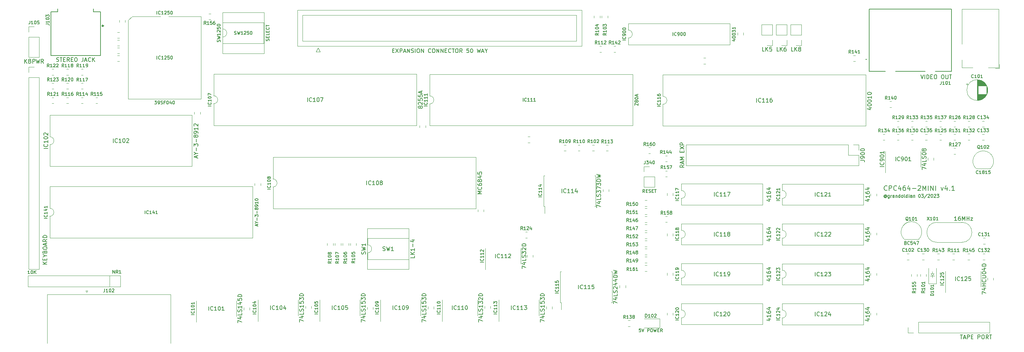
<source format=gbr>
%TF.GenerationSoftware,KiCad,Pcbnew,7.0.1*%
%TF.CreationDate,2023-03-15T00:19:44+00:00*%
%TF.ProjectId,CPC464-2MINI,43504334-3634-42d3-924d-494e492e6b69,rev?*%
%TF.SameCoordinates,Original*%
%TF.FileFunction,Legend,Top*%
%TF.FilePolarity,Positive*%
%FSLAX46Y46*%
G04 Gerber Fmt 4.6, Leading zero omitted, Abs format (unit mm)*
G04 Created by KiCad (PCBNEW 7.0.1) date 2023-03-15 00:19:44*
%MOMM*%
%LPD*%
G01*
G04 APERTURE LIST*
%ADD10C,0.150000*%
%ADD11C,0.200000*%
%ADD12C,0.120000*%
%ADD13C,0.100000*%
%ADD14C,0.127000*%
%ADD15C,0.340000*%
G04 APERTURE END LIST*
D10*
X231685714Y-74596142D02*
X231647619Y-74558047D01*
X231647619Y-74558047D02*
X231571428Y-74519952D01*
X231571428Y-74519952D02*
X231495238Y-74519952D01*
X231495238Y-74519952D02*
X231419047Y-74558047D01*
X231419047Y-74558047D02*
X231380952Y-74596142D01*
X231380952Y-74596142D02*
X231342857Y-74672333D01*
X231342857Y-74672333D02*
X231342857Y-74748523D01*
X231342857Y-74748523D02*
X231380952Y-74824714D01*
X231380952Y-74824714D02*
X231419047Y-74862809D01*
X231419047Y-74862809D02*
X231495238Y-74900904D01*
X231495238Y-74900904D02*
X231571428Y-74900904D01*
X231571428Y-74900904D02*
X231647619Y-74862809D01*
X231647619Y-74862809D02*
X231685714Y-74824714D01*
X231685714Y-74519952D02*
X231685714Y-74824714D01*
X231685714Y-74824714D02*
X231723809Y-74862809D01*
X231723809Y-74862809D02*
X231761904Y-74862809D01*
X231761904Y-74862809D02*
X231838095Y-74824714D01*
X231838095Y-74824714D02*
X231876190Y-74748523D01*
X231876190Y-74748523D02*
X231876190Y-74558047D01*
X231876190Y-74558047D02*
X231800000Y-74443761D01*
X231800000Y-74443761D02*
X231685714Y-74367571D01*
X231685714Y-74367571D02*
X231533333Y-74329476D01*
X231533333Y-74329476D02*
X231380952Y-74367571D01*
X231380952Y-74367571D02*
X231266666Y-74443761D01*
X231266666Y-74443761D02*
X231190476Y-74558047D01*
X231190476Y-74558047D02*
X231152380Y-74710428D01*
X231152380Y-74710428D02*
X231190476Y-74862809D01*
X231190476Y-74862809D02*
X231266666Y-74977095D01*
X231266666Y-74977095D02*
X231380952Y-75053285D01*
X231380952Y-75053285D02*
X231533333Y-75091380D01*
X231533333Y-75091380D02*
X231685714Y-75053285D01*
X231685714Y-75053285D02*
X231800000Y-74977095D01*
X232561904Y-74443761D02*
X232561904Y-75091380D01*
X232561904Y-75091380D02*
X232523809Y-75167571D01*
X232523809Y-75167571D02*
X232485713Y-75205666D01*
X232485713Y-75205666D02*
X232409523Y-75243761D01*
X232409523Y-75243761D02*
X232295237Y-75243761D01*
X232295237Y-75243761D02*
X232219047Y-75205666D01*
X232561904Y-74939000D02*
X232485713Y-74977095D01*
X232485713Y-74977095D02*
X232333332Y-74977095D01*
X232333332Y-74977095D02*
X232257142Y-74939000D01*
X232257142Y-74939000D02*
X232219047Y-74900904D01*
X232219047Y-74900904D02*
X232180951Y-74824714D01*
X232180951Y-74824714D02*
X232180951Y-74596142D01*
X232180951Y-74596142D02*
X232219047Y-74519952D01*
X232219047Y-74519952D02*
X232257142Y-74481857D01*
X232257142Y-74481857D02*
X232333332Y-74443761D01*
X232333332Y-74443761D02*
X232485713Y-74443761D01*
X232485713Y-74443761D02*
X232561904Y-74481857D01*
X232942857Y-74977095D02*
X232942857Y-74443761D01*
X232942857Y-74596142D02*
X232980952Y-74519952D01*
X232980952Y-74519952D02*
X233019047Y-74481857D01*
X233019047Y-74481857D02*
X233095238Y-74443761D01*
X233095238Y-74443761D02*
X233171428Y-74443761D01*
X233780952Y-74977095D02*
X233780952Y-74558047D01*
X233780952Y-74558047D02*
X233742857Y-74481857D01*
X233742857Y-74481857D02*
X233666666Y-74443761D01*
X233666666Y-74443761D02*
X233514285Y-74443761D01*
X233514285Y-74443761D02*
X233438095Y-74481857D01*
X233780952Y-74939000D02*
X233704761Y-74977095D01*
X233704761Y-74977095D02*
X233514285Y-74977095D01*
X233514285Y-74977095D02*
X233438095Y-74939000D01*
X233438095Y-74939000D02*
X233399999Y-74862809D01*
X233399999Y-74862809D02*
X233399999Y-74786619D01*
X233399999Y-74786619D02*
X233438095Y-74710428D01*
X233438095Y-74710428D02*
X233514285Y-74672333D01*
X233514285Y-74672333D02*
X233704761Y-74672333D01*
X233704761Y-74672333D02*
X233780952Y-74634238D01*
X234161905Y-74443761D02*
X234161905Y-74977095D01*
X234161905Y-74519952D02*
X234200000Y-74481857D01*
X234200000Y-74481857D02*
X234276190Y-74443761D01*
X234276190Y-74443761D02*
X234390476Y-74443761D01*
X234390476Y-74443761D02*
X234466667Y-74481857D01*
X234466667Y-74481857D02*
X234504762Y-74558047D01*
X234504762Y-74558047D02*
X234504762Y-74977095D01*
X235228572Y-74977095D02*
X235228572Y-74177095D01*
X235228572Y-74939000D02*
X235152381Y-74977095D01*
X235152381Y-74977095D02*
X235000000Y-74977095D01*
X235000000Y-74977095D02*
X234923810Y-74939000D01*
X234923810Y-74939000D02*
X234885715Y-74900904D01*
X234885715Y-74900904D02*
X234847619Y-74824714D01*
X234847619Y-74824714D02*
X234847619Y-74596142D01*
X234847619Y-74596142D02*
X234885715Y-74519952D01*
X234885715Y-74519952D02*
X234923810Y-74481857D01*
X234923810Y-74481857D02*
X235000000Y-74443761D01*
X235000000Y-74443761D02*
X235152381Y-74443761D01*
X235152381Y-74443761D02*
X235228572Y-74481857D01*
X235723810Y-74977095D02*
X235647620Y-74939000D01*
X235647620Y-74939000D02*
X235609525Y-74900904D01*
X235609525Y-74900904D02*
X235571429Y-74824714D01*
X235571429Y-74824714D02*
X235571429Y-74596142D01*
X235571429Y-74596142D02*
X235609525Y-74519952D01*
X235609525Y-74519952D02*
X235647620Y-74481857D01*
X235647620Y-74481857D02*
X235723810Y-74443761D01*
X235723810Y-74443761D02*
X235838096Y-74443761D01*
X235838096Y-74443761D02*
X235914287Y-74481857D01*
X235914287Y-74481857D02*
X235952382Y-74519952D01*
X235952382Y-74519952D02*
X235990477Y-74596142D01*
X235990477Y-74596142D02*
X235990477Y-74824714D01*
X235990477Y-74824714D02*
X235952382Y-74900904D01*
X235952382Y-74900904D02*
X235914287Y-74939000D01*
X235914287Y-74939000D02*
X235838096Y-74977095D01*
X235838096Y-74977095D02*
X235723810Y-74977095D01*
X236447620Y-74977095D02*
X236371430Y-74939000D01*
X236371430Y-74939000D02*
X236333335Y-74862809D01*
X236333335Y-74862809D02*
X236333335Y-74177095D01*
X237095240Y-74977095D02*
X237095240Y-74177095D01*
X237095240Y-74939000D02*
X237019049Y-74977095D01*
X237019049Y-74977095D02*
X236866668Y-74977095D01*
X236866668Y-74977095D02*
X236790478Y-74939000D01*
X236790478Y-74939000D02*
X236752383Y-74900904D01*
X236752383Y-74900904D02*
X236714287Y-74824714D01*
X236714287Y-74824714D02*
X236714287Y-74596142D01*
X236714287Y-74596142D02*
X236752383Y-74519952D01*
X236752383Y-74519952D02*
X236790478Y-74481857D01*
X236790478Y-74481857D02*
X236866668Y-74443761D01*
X236866668Y-74443761D02*
X237019049Y-74443761D01*
X237019049Y-74443761D02*
X237095240Y-74481857D01*
X237476193Y-74977095D02*
X237476193Y-74443761D01*
X237476193Y-74177095D02*
X237438097Y-74215190D01*
X237438097Y-74215190D02*
X237476193Y-74253285D01*
X237476193Y-74253285D02*
X237514288Y-74215190D01*
X237514288Y-74215190D02*
X237476193Y-74177095D01*
X237476193Y-74177095D02*
X237476193Y-74253285D01*
X238200002Y-74977095D02*
X238200002Y-74558047D01*
X238200002Y-74558047D02*
X238161907Y-74481857D01*
X238161907Y-74481857D02*
X238085716Y-74443761D01*
X238085716Y-74443761D02*
X237933335Y-74443761D01*
X237933335Y-74443761D02*
X237857145Y-74481857D01*
X238200002Y-74939000D02*
X238123811Y-74977095D01*
X238123811Y-74977095D02*
X237933335Y-74977095D01*
X237933335Y-74977095D02*
X237857145Y-74939000D01*
X237857145Y-74939000D02*
X237819049Y-74862809D01*
X237819049Y-74862809D02*
X237819049Y-74786619D01*
X237819049Y-74786619D02*
X237857145Y-74710428D01*
X237857145Y-74710428D02*
X237933335Y-74672333D01*
X237933335Y-74672333D02*
X238123811Y-74672333D01*
X238123811Y-74672333D02*
X238200002Y-74634238D01*
X238580955Y-74443761D02*
X238580955Y-74977095D01*
X238580955Y-74519952D02*
X238619050Y-74481857D01*
X238619050Y-74481857D02*
X238695240Y-74443761D01*
X238695240Y-74443761D02*
X238809526Y-74443761D01*
X238809526Y-74443761D02*
X238885717Y-74481857D01*
X238885717Y-74481857D02*
X238923812Y-74558047D01*
X238923812Y-74558047D02*
X238923812Y-74977095D01*
X240066670Y-74177095D02*
X240142860Y-74177095D01*
X240142860Y-74177095D02*
X240219051Y-74215190D01*
X240219051Y-74215190D02*
X240257146Y-74253285D01*
X240257146Y-74253285D02*
X240295241Y-74329476D01*
X240295241Y-74329476D02*
X240333336Y-74481857D01*
X240333336Y-74481857D02*
X240333336Y-74672333D01*
X240333336Y-74672333D02*
X240295241Y-74824714D01*
X240295241Y-74824714D02*
X240257146Y-74900904D01*
X240257146Y-74900904D02*
X240219051Y-74939000D01*
X240219051Y-74939000D02*
X240142860Y-74977095D01*
X240142860Y-74977095D02*
X240066670Y-74977095D01*
X240066670Y-74977095D02*
X239990479Y-74939000D01*
X239990479Y-74939000D02*
X239952384Y-74900904D01*
X239952384Y-74900904D02*
X239914289Y-74824714D01*
X239914289Y-74824714D02*
X239876193Y-74672333D01*
X239876193Y-74672333D02*
X239876193Y-74481857D01*
X239876193Y-74481857D02*
X239914289Y-74329476D01*
X239914289Y-74329476D02*
X239952384Y-74253285D01*
X239952384Y-74253285D02*
X239990479Y-74215190D01*
X239990479Y-74215190D02*
X240066670Y-74177095D01*
X240600003Y-74177095D02*
X241095241Y-74177095D01*
X241095241Y-74177095D02*
X240828575Y-74481857D01*
X240828575Y-74481857D02*
X240942860Y-74481857D01*
X240942860Y-74481857D02*
X241019051Y-74519952D01*
X241019051Y-74519952D02*
X241057146Y-74558047D01*
X241057146Y-74558047D02*
X241095241Y-74634238D01*
X241095241Y-74634238D02*
X241095241Y-74824714D01*
X241095241Y-74824714D02*
X241057146Y-74900904D01*
X241057146Y-74900904D02*
X241019051Y-74939000D01*
X241019051Y-74939000D02*
X240942860Y-74977095D01*
X240942860Y-74977095D02*
X240714289Y-74977095D01*
X240714289Y-74977095D02*
X240638098Y-74939000D01*
X240638098Y-74939000D02*
X240600003Y-74900904D01*
X242009527Y-74139000D02*
X241323813Y-75167571D01*
X242238098Y-74253285D02*
X242276194Y-74215190D01*
X242276194Y-74215190D02*
X242352384Y-74177095D01*
X242352384Y-74177095D02*
X242542860Y-74177095D01*
X242542860Y-74177095D02*
X242619051Y-74215190D01*
X242619051Y-74215190D02*
X242657146Y-74253285D01*
X242657146Y-74253285D02*
X242695241Y-74329476D01*
X242695241Y-74329476D02*
X242695241Y-74405666D01*
X242695241Y-74405666D02*
X242657146Y-74519952D01*
X242657146Y-74519952D02*
X242200003Y-74977095D01*
X242200003Y-74977095D02*
X242695241Y-74977095D01*
X243190480Y-74177095D02*
X243266670Y-74177095D01*
X243266670Y-74177095D02*
X243342861Y-74215190D01*
X243342861Y-74215190D02*
X243380956Y-74253285D01*
X243380956Y-74253285D02*
X243419051Y-74329476D01*
X243419051Y-74329476D02*
X243457146Y-74481857D01*
X243457146Y-74481857D02*
X243457146Y-74672333D01*
X243457146Y-74672333D02*
X243419051Y-74824714D01*
X243419051Y-74824714D02*
X243380956Y-74900904D01*
X243380956Y-74900904D02*
X243342861Y-74939000D01*
X243342861Y-74939000D02*
X243266670Y-74977095D01*
X243266670Y-74977095D02*
X243190480Y-74977095D01*
X243190480Y-74977095D02*
X243114289Y-74939000D01*
X243114289Y-74939000D02*
X243076194Y-74900904D01*
X243076194Y-74900904D02*
X243038099Y-74824714D01*
X243038099Y-74824714D02*
X243000003Y-74672333D01*
X243000003Y-74672333D02*
X243000003Y-74481857D01*
X243000003Y-74481857D02*
X243038099Y-74329476D01*
X243038099Y-74329476D02*
X243076194Y-74253285D01*
X243076194Y-74253285D02*
X243114289Y-74215190D01*
X243114289Y-74215190D02*
X243190480Y-74177095D01*
X243761908Y-74253285D02*
X243800004Y-74215190D01*
X243800004Y-74215190D02*
X243876194Y-74177095D01*
X243876194Y-74177095D02*
X244066670Y-74177095D01*
X244066670Y-74177095D02*
X244142861Y-74215190D01*
X244142861Y-74215190D02*
X244180956Y-74253285D01*
X244180956Y-74253285D02*
X244219051Y-74329476D01*
X244219051Y-74329476D02*
X244219051Y-74405666D01*
X244219051Y-74405666D02*
X244180956Y-74519952D01*
X244180956Y-74519952D02*
X243723813Y-74977095D01*
X243723813Y-74977095D02*
X244219051Y-74977095D01*
X244485718Y-74177095D02*
X244980956Y-74177095D01*
X244980956Y-74177095D02*
X244714290Y-74481857D01*
X244714290Y-74481857D02*
X244828575Y-74481857D01*
X244828575Y-74481857D02*
X244904766Y-74519952D01*
X244904766Y-74519952D02*
X244942861Y-74558047D01*
X244942861Y-74558047D02*
X244980956Y-74634238D01*
X244980956Y-74634238D02*
X244980956Y-74824714D01*
X244980956Y-74824714D02*
X244942861Y-74900904D01*
X244942861Y-74900904D02*
X244904766Y-74939000D01*
X244904766Y-74939000D02*
X244828575Y-74977095D01*
X244828575Y-74977095D02*
X244600004Y-74977095D01*
X244600004Y-74977095D02*
X244523813Y-74939000D01*
X244523813Y-74939000D02*
X244485718Y-74900904D01*
D11*
X231971428Y-73113857D02*
X231914285Y-73171000D01*
X231914285Y-73171000D02*
X231742857Y-73228142D01*
X231742857Y-73228142D02*
X231628571Y-73228142D01*
X231628571Y-73228142D02*
X231457142Y-73171000D01*
X231457142Y-73171000D02*
X231342857Y-73056714D01*
X231342857Y-73056714D02*
X231285714Y-72942428D01*
X231285714Y-72942428D02*
X231228571Y-72713857D01*
X231228571Y-72713857D02*
X231228571Y-72542428D01*
X231228571Y-72542428D02*
X231285714Y-72313857D01*
X231285714Y-72313857D02*
X231342857Y-72199571D01*
X231342857Y-72199571D02*
X231457142Y-72085285D01*
X231457142Y-72085285D02*
X231628571Y-72028142D01*
X231628571Y-72028142D02*
X231742857Y-72028142D01*
X231742857Y-72028142D02*
X231914285Y-72085285D01*
X231914285Y-72085285D02*
X231971428Y-72142428D01*
X232485714Y-73228142D02*
X232485714Y-72028142D01*
X232485714Y-72028142D02*
X232942857Y-72028142D01*
X232942857Y-72028142D02*
X233057142Y-72085285D01*
X233057142Y-72085285D02*
X233114285Y-72142428D01*
X233114285Y-72142428D02*
X233171428Y-72256714D01*
X233171428Y-72256714D02*
X233171428Y-72428142D01*
X233171428Y-72428142D02*
X233114285Y-72542428D01*
X233114285Y-72542428D02*
X233057142Y-72599571D01*
X233057142Y-72599571D02*
X232942857Y-72656714D01*
X232942857Y-72656714D02*
X232485714Y-72656714D01*
X234371428Y-73113857D02*
X234314285Y-73171000D01*
X234314285Y-73171000D02*
X234142857Y-73228142D01*
X234142857Y-73228142D02*
X234028571Y-73228142D01*
X234028571Y-73228142D02*
X233857142Y-73171000D01*
X233857142Y-73171000D02*
X233742857Y-73056714D01*
X233742857Y-73056714D02*
X233685714Y-72942428D01*
X233685714Y-72942428D02*
X233628571Y-72713857D01*
X233628571Y-72713857D02*
X233628571Y-72542428D01*
X233628571Y-72542428D02*
X233685714Y-72313857D01*
X233685714Y-72313857D02*
X233742857Y-72199571D01*
X233742857Y-72199571D02*
X233857142Y-72085285D01*
X233857142Y-72085285D02*
X234028571Y-72028142D01*
X234028571Y-72028142D02*
X234142857Y-72028142D01*
X234142857Y-72028142D02*
X234314285Y-72085285D01*
X234314285Y-72085285D02*
X234371428Y-72142428D01*
X235400000Y-72428142D02*
X235400000Y-73228142D01*
X235114285Y-71971000D02*
X234828571Y-72828142D01*
X234828571Y-72828142D02*
X235571428Y-72828142D01*
X236542857Y-72028142D02*
X236314285Y-72028142D01*
X236314285Y-72028142D02*
X236199999Y-72085285D01*
X236199999Y-72085285D02*
X236142857Y-72142428D01*
X236142857Y-72142428D02*
X236028571Y-72313857D01*
X236028571Y-72313857D02*
X235971428Y-72542428D01*
X235971428Y-72542428D02*
X235971428Y-72999571D01*
X235971428Y-72999571D02*
X236028571Y-73113857D01*
X236028571Y-73113857D02*
X236085714Y-73171000D01*
X236085714Y-73171000D02*
X236199999Y-73228142D01*
X236199999Y-73228142D02*
X236428571Y-73228142D01*
X236428571Y-73228142D02*
X236542857Y-73171000D01*
X236542857Y-73171000D02*
X236599999Y-73113857D01*
X236599999Y-73113857D02*
X236657142Y-72999571D01*
X236657142Y-72999571D02*
X236657142Y-72713857D01*
X236657142Y-72713857D02*
X236599999Y-72599571D01*
X236599999Y-72599571D02*
X236542857Y-72542428D01*
X236542857Y-72542428D02*
X236428571Y-72485285D01*
X236428571Y-72485285D02*
X236199999Y-72485285D01*
X236199999Y-72485285D02*
X236085714Y-72542428D01*
X236085714Y-72542428D02*
X236028571Y-72599571D01*
X236028571Y-72599571D02*
X235971428Y-72713857D01*
X237685714Y-72428142D02*
X237685714Y-73228142D01*
X237399999Y-71971000D02*
X237114285Y-72828142D01*
X237114285Y-72828142D02*
X237857142Y-72828142D01*
X238314285Y-72771000D02*
X239228571Y-72771000D01*
X239742856Y-72142428D02*
X239799999Y-72085285D01*
X239799999Y-72085285D02*
X239914285Y-72028142D01*
X239914285Y-72028142D02*
X240199999Y-72028142D01*
X240199999Y-72028142D02*
X240314285Y-72085285D01*
X240314285Y-72085285D02*
X240371427Y-72142428D01*
X240371427Y-72142428D02*
X240428570Y-72256714D01*
X240428570Y-72256714D02*
X240428570Y-72371000D01*
X240428570Y-72371000D02*
X240371427Y-72542428D01*
X240371427Y-72542428D02*
X239685713Y-73228142D01*
X239685713Y-73228142D02*
X240428570Y-73228142D01*
X240942856Y-73228142D02*
X240942856Y-72028142D01*
X240942856Y-72028142D02*
X241342856Y-72885285D01*
X241342856Y-72885285D02*
X241742856Y-72028142D01*
X241742856Y-72028142D02*
X241742856Y-73228142D01*
X242314285Y-73228142D02*
X242314285Y-72028142D01*
X242885714Y-73228142D02*
X242885714Y-72028142D01*
X242885714Y-72028142D02*
X243571428Y-73228142D01*
X243571428Y-73228142D02*
X243571428Y-72028142D01*
X244142857Y-73228142D02*
X244142857Y-72028142D01*
X245514286Y-72428142D02*
X245800000Y-73228142D01*
X245800000Y-73228142D02*
X246085715Y-72428142D01*
X247057144Y-72428142D02*
X247057144Y-73228142D01*
X246771429Y-71971000D02*
X246485715Y-72828142D01*
X246485715Y-72828142D02*
X247228572Y-72828142D01*
X247685715Y-73113857D02*
X247742858Y-73171000D01*
X247742858Y-73171000D02*
X247685715Y-73228142D01*
X247685715Y-73228142D02*
X247628572Y-73171000D01*
X247628572Y-73171000D02*
X247685715Y-73113857D01*
X247685715Y-73113857D02*
X247685715Y-73228142D01*
X248885715Y-73228142D02*
X248200001Y-73228142D01*
X248542858Y-73228142D02*
X248542858Y-72028142D01*
X248542858Y-72028142D02*
X248428572Y-72199571D01*
X248428572Y-72199571D02*
X248314287Y-72313857D01*
X248314287Y-72313857D02*
X248200001Y-72371000D01*
D10*
%TO.C,D101*%
X243670095Y-99677380D02*
X242870095Y-99677380D01*
X242870095Y-99677380D02*
X242870095Y-99486904D01*
X242870095Y-99486904D02*
X242908190Y-99372618D01*
X242908190Y-99372618D02*
X242984380Y-99296428D01*
X242984380Y-99296428D02*
X243060571Y-99258333D01*
X243060571Y-99258333D02*
X243212952Y-99220237D01*
X243212952Y-99220237D02*
X243327238Y-99220237D01*
X243327238Y-99220237D02*
X243479619Y-99258333D01*
X243479619Y-99258333D02*
X243555809Y-99296428D01*
X243555809Y-99296428D02*
X243632000Y-99372618D01*
X243632000Y-99372618D02*
X243670095Y-99486904D01*
X243670095Y-99486904D02*
X243670095Y-99677380D01*
X243670095Y-98458333D02*
X243670095Y-98915476D01*
X243670095Y-98686904D02*
X242870095Y-98686904D01*
X242870095Y-98686904D02*
X242984380Y-98763095D01*
X242984380Y-98763095D02*
X243060571Y-98839285D01*
X243060571Y-98839285D02*
X243098666Y-98915476D01*
X242870095Y-97963094D02*
X242870095Y-97886904D01*
X242870095Y-97886904D02*
X242908190Y-97810713D01*
X242908190Y-97810713D02*
X242946285Y-97772618D01*
X242946285Y-97772618D02*
X243022476Y-97734523D01*
X243022476Y-97734523D02*
X243174857Y-97696428D01*
X243174857Y-97696428D02*
X243365333Y-97696428D01*
X243365333Y-97696428D02*
X243517714Y-97734523D01*
X243517714Y-97734523D02*
X243593904Y-97772618D01*
X243593904Y-97772618D02*
X243632000Y-97810713D01*
X243632000Y-97810713D02*
X243670095Y-97886904D01*
X243670095Y-97886904D02*
X243670095Y-97963094D01*
X243670095Y-97963094D02*
X243632000Y-98039285D01*
X243632000Y-98039285D02*
X243593904Y-98077380D01*
X243593904Y-98077380D02*
X243517714Y-98115475D01*
X243517714Y-98115475D02*
X243365333Y-98153571D01*
X243365333Y-98153571D02*
X243174857Y-98153571D01*
X243174857Y-98153571D02*
X243022476Y-98115475D01*
X243022476Y-98115475D02*
X242946285Y-98077380D01*
X242946285Y-98077380D02*
X242908190Y-98039285D01*
X242908190Y-98039285D02*
X242870095Y-97963094D01*
X243670095Y-96934523D02*
X243670095Y-97391666D01*
X243670095Y-97163094D02*
X242870095Y-97163094D01*
X242870095Y-97163094D02*
X242984380Y-97239285D01*
X242984380Y-97239285D02*
X243060571Y-97315475D01*
X243060571Y-97315475D02*
X243098666Y-97391666D01*
%TO.C,SW1*%
X101015000Y-89248332D02*
X101062619Y-89105475D01*
X101062619Y-89105475D02*
X101062619Y-88867380D01*
X101062619Y-88867380D02*
X101015000Y-88772142D01*
X101015000Y-88772142D02*
X100967380Y-88724523D01*
X100967380Y-88724523D02*
X100872142Y-88676904D01*
X100872142Y-88676904D02*
X100776904Y-88676904D01*
X100776904Y-88676904D02*
X100681666Y-88724523D01*
X100681666Y-88724523D02*
X100634047Y-88772142D01*
X100634047Y-88772142D02*
X100586428Y-88867380D01*
X100586428Y-88867380D02*
X100538809Y-89057856D01*
X100538809Y-89057856D02*
X100491190Y-89153094D01*
X100491190Y-89153094D02*
X100443571Y-89200713D01*
X100443571Y-89200713D02*
X100348333Y-89248332D01*
X100348333Y-89248332D02*
X100253095Y-89248332D01*
X100253095Y-89248332D02*
X100157857Y-89200713D01*
X100157857Y-89200713D02*
X100110238Y-89153094D01*
X100110238Y-89153094D02*
X100062619Y-89057856D01*
X100062619Y-89057856D02*
X100062619Y-88819761D01*
X100062619Y-88819761D02*
X100110238Y-88676904D01*
X100062619Y-88343570D02*
X101062619Y-88105475D01*
X101062619Y-88105475D02*
X100348333Y-87914999D01*
X100348333Y-87914999D02*
X101062619Y-87724523D01*
X101062619Y-87724523D02*
X100062619Y-87486428D01*
X101062619Y-86581666D02*
X101062619Y-87153094D01*
X101062619Y-86867380D02*
X100062619Y-86867380D01*
X100062619Y-86867380D02*
X100205476Y-86962618D01*
X100205476Y-86962618D02*
X100300714Y-87057856D01*
X100300714Y-87057856D02*
X100348333Y-87153094D01*
X113342619Y-89676904D02*
X113342619Y-90153094D01*
X113342619Y-90153094D02*
X112342619Y-90153094D01*
X113342619Y-89343570D02*
X112342619Y-89343570D01*
X113342619Y-88772142D02*
X112771190Y-89200713D01*
X112342619Y-88772142D02*
X112914047Y-89343570D01*
X113342619Y-87819761D02*
X113342619Y-88391189D01*
X113342619Y-88105475D02*
X112342619Y-88105475D01*
X112342619Y-88105475D02*
X112485476Y-88200713D01*
X112485476Y-88200713D02*
X112580714Y-88295951D01*
X112580714Y-88295951D02*
X112628333Y-88391189D01*
X112961666Y-87391189D02*
X112961666Y-86629285D01*
X112675952Y-85724523D02*
X113342619Y-85724523D01*
X112295000Y-85962618D02*
X113009285Y-86200713D01*
X113009285Y-86200713D02*
X113009285Y-85581666D01*
X105406667Y-88330000D02*
X105549524Y-88377619D01*
X105549524Y-88377619D02*
X105787619Y-88377619D01*
X105787619Y-88377619D02*
X105882857Y-88330000D01*
X105882857Y-88330000D02*
X105930476Y-88282380D01*
X105930476Y-88282380D02*
X105978095Y-88187142D01*
X105978095Y-88187142D02*
X105978095Y-88091904D01*
X105978095Y-88091904D02*
X105930476Y-87996666D01*
X105930476Y-87996666D02*
X105882857Y-87949047D01*
X105882857Y-87949047D02*
X105787619Y-87901428D01*
X105787619Y-87901428D02*
X105597143Y-87853809D01*
X105597143Y-87853809D02*
X105501905Y-87806190D01*
X105501905Y-87806190D02*
X105454286Y-87758571D01*
X105454286Y-87758571D02*
X105406667Y-87663333D01*
X105406667Y-87663333D02*
X105406667Y-87568095D01*
X105406667Y-87568095D02*
X105454286Y-87472857D01*
X105454286Y-87472857D02*
X105501905Y-87425238D01*
X105501905Y-87425238D02*
X105597143Y-87377619D01*
X105597143Y-87377619D02*
X105835238Y-87377619D01*
X105835238Y-87377619D02*
X105978095Y-87425238D01*
X106311429Y-87377619D02*
X106549524Y-88377619D01*
X106549524Y-88377619D02*
X106740000Y-87663333D01*
X106740000Y-87663333D02*
X106930476Y-88377619D01*
X106930476Y-88377619D02*
X107168572Y-87377619D01*
X108073333Y-88377619D02*
X107501905Y-88377619D01*
X107787619Y-88377619D02*
X107787619Y-87377619D01*
X107787619Y-87377619D02*
X107692381Y-87520476D01*
X107692381Y-87520476D02*
X107597143Y-87615714D01*
X107597143Y-87615714D02*
X107501905Y-87663333D01*
%TO.C,R121*%
X21704762Y-49345095D02*
X21438095Y-48964142D01*
X21247619Y-49345095D02*
X21247619Y-48545095D01*
X21247619Y-48545095D02*
X21552381Y-48545095D01*
X21552381Y-48545095D02*
X21628571Y-48583190D01*
X21628571Y-48583190D02*
X21666666Y-48621285D01*
X21666666Y-48621285D02*
X21704762Y-48697476D01*
X21704762Y-48697476D02*
X21704762Y-48811761D01*
X21704762Y-48811761D02*
X21666666Y-48887952D01*
X21666666Y-48887952D02*
X21628571Y-48926047D01*
X21628571Y-48926047D02*
X21552381Y-48964142D01*
X21552381Y-48964142D02*
X21247619Y-48964142D01*
X22466666Y-49345095D02*
X22009523Y-49345095D01*
X22238095Y-49345095D02*
X22238095Y-48545095D01*
X22238095Y-48545095D02*
X22161904Y-48659380D01*
X22161904Y-48659380D02*
X22085714Y-48735571D01*
X22085714Y-48735571D02*
X22009523Y-48773666D01*
X22771428Y-48621285D02*
X22809524Y-48583190D01*
X22809524Y-48583190D02*
X22885714Y-48545095D01*
X22885714Y-48545095D02*
X23076190Y-48545095D01*
X23076190Y-48545095D02*
X23152381Y-48583190D01*
X23152381Y-48583190D02*
X23190476Y-48621285D01*
X23190476Y-48621285D02*
X23228571Y-48697476D01*
X23228571Y-48697476D02*
X23228571Y-48773666D01*
X23228571Y-48773666D02*
X23190476Y-48887952D01*
X23190476Y-48887952D02*
X22733333Y-49345095D01*
X22733333Y-49345095D02*
X23228571Y-49345095D01*
X23990476Y-49345095D02*
X23533333Y-49345095D01*
X23761905Y-49345095D02*
X23761905Y-48545095D01*
X23761905Y-48545095D02*
X23685714Y-48659380D01*
X23685714Y-48659380D02*
X23609524Y-48735571D01*
X23609524Y-48735571D02*
X23533333Y-48773666D01*
%TO.C,IC111*%
X116565095Y-51997856D02*
X115765095Y-51997856D01*
X116488904Y-51159761D02*
X116527000Y-51197857D01*
X116527000Y-51197857D02*
X116565095Y-51312142D01*
X116565095Y-51312142D02*
X116565095Y-51388333D01*
X116565095Y-51388333D02*
X116527000Y-51502619D01*
X116527000Y-51502619D02*
X116450809Y-51578809D01*
X116450809Y-51578809D02*
X116374619Y-51616904D01*
X116374619Y-51616904D02*
X116222238Y-51655000D01*
X116222238Y-51655000D02*
X116107952Y-51655000D01*
X116107952Y-51655000D02*
X115955571Y-51616904D01*
X115955571Y-51616904D02*
X115879380Y-51578809D01*
X115879380Y-51578809D02*
X115803190Y-51502619D01*
X115803190Y-51502619D02*
X115765095Y-51388333D01*
X115765095Y-51388333D02*
X115765095Y-51312142D01*
X115765095Y-51312142D02*
X115803190Y-51197857D01*
X115803190Y-51197857D02*
X115841285Y-51159761D01*
X116565095Y-50397857D02*
X116565095Y-50855000D01*
X116565095Y-50626428D02*
X115765095Y-50626428D01*
X115765095Y-50626428D02*
X115879380Y-50702619D01*
X115879380Y-50702619D02*
X115955571Y-50778809D01*
X115955571Y-50778809D02*
X115993666Y-50855000D01*
X116565095Y-49635952D02*
X116565095Y-50093095D01*
X116565095Y-49864523D02*
X115765095Y-49864523D01*
X115765095Y-49864523D02*
X115879380Y-49940714D01*
X115879380Y-49940714D02*
X115955571Y-50016904D01*
X115955571Y-50016904D02*
X115993666Y-50093095D01*
X116565095Y-48874047D02*
X116565095Y-49331190D01*
X116565095Y-49102618D02*
X115765095Y-49102618D01*
X115765095Y-49102618D02*
X115879380Y-49178809D01*
X115879380Y-49178809D02*
X115955571Y-49254999D01*
X115955571Y-49254999D02*
X115993666Y-49331190D01*
X168685095Y-51826428D02*
X168685095Y-51293094D01*
X168685095Y-51293094D02*
X169485095Y-51826428D01*
X169485095Y-51826428D02*
X169485095Y-51293094D01*
X169027952Y-50874047D02*
X168989857Y-50950237D01*
X168989857Y-50950237D02*
X168951761Y-50988332D01*
X168951761Y-50988332D02*
X168875571Y-51026428D01*
X168875571Y-51026428D02*
X168837476Y-51026428D01*
X168837476Y-51026428D02*
X168761285Y-50988332D01*
X168761285Y-50988332D02*
X168723190Y-50950237D01*
X168723190Y-50950237D02*
X168685095Y-50874047D01*
X168685095Y-50874047D02*
X168685095Y-50721666D01*
X168685095Y-50721666D02*
X168723190Y-50645475D01*
X168723190Y-50645475D02*
X168761285Y-50607380D01*
X168761285Y-50607380D02*
X168837476Y-50569285D01*
X168837476Y-50569285D02*
X168875571Y-50569285D01*
X168875571Y-50569285D02*
X168951761Y-50607380D01*
X168951761Y-50607380D02*
X168989857Y-50645475D01*
X168989857Y-50645475D02*
X169027952Y-50721666D01*
X169027952Y-50721666D02*
X169027952Y-50874047D01*
X169027952Y-50874047D02*
X169066047Y-50950237D01*
X169066047Y-50950237D02*
X169104142Y-50988332D01*
X169104142Y-50988332D02*
X169180333Y-51026428D01*
X169180333Y-51026428D02*
X169332714Y-51026428D01*
X169332714Y-51026428D02*
X169408904Y-50988332D01*
X169408904Y-50988332D02*
X169447000Y-50950237D01*
X169447000Y-50950237D02*
X169485095Y-50874047D01*
X169485095Y-50874047D02*
X169485095Y-50721666D01*
X169485095Y-50721666D02*
X169447000Y-50645475D01*
X169447000Y-50645475D02*
X169408904Y-50607380D01*
X169408904Y-50607380D02*
X169332714Y-50569285D01*
X169332714Y-50569285D02*
X169180333Y-50569285D01*
X169180333Y-50569285D02*
X169104142Y-50607380D01*
X169104142Y-50607380D02*
X169066047Y-50645475D01*
X169066047Y-50645475D02*
X169027952Y-50721666D01*
X168685095Y-50074046D02*
X168685095Y-49997856D01*
X168685095Y-49997856D02*
X168723190Y-49921665D01*
X168723190Y-49921665D02*
X168761285Y-49883570D01*
X168761285Y-49883570D02*
X168837476Y-49845475D01*
X168837476Y-49845475D02*
X168989857Y-49807380D01*
X168989857Y-49807380D02*
X169180333Y-49807380D01*
X169180333Y-49807380D02*
X169332714Y-49845475D01*
X169332714Y-49845475D02*
X169408904Y-49883570D01*
X169408904Y-49883570D02*
X169447000Y-49921665D01*
X169447000Y-49921665D02*
X169485095Y-49997856D01*
X169485095Y-49997856D02*
X169485095Y-50074046D01*
X169485095Y-50074046D02*
X169447000Y-50150237D01*
X169447000Y-50150237D02*
X169408904Y-50188332D01*
X169408904Y-50188332D02*
X169332714Y-50226427D01*
X169332714Y-50226427D02*
X169180333Y-50264523D01*
X169180333Y-50264523D02*
X168989857Y-50264523D01*
X168989857Y-50264523D02*
X168837476Y-50226427D01*
X168837476Y-50226427D02*
X168761285Y-50188332D01*
X168761285Y-50188332D02*
X168723190Y-50150237D01*
X168723190Y-50150237D02*
X168685095Y-50074046D01*
X169256523Y-49502618D02*
X169256523Y-49121665D01*
X169485095Y-49578808D02*
X168685095Y-49312141D01*
X168685095Y-49312141D02*
X169485095Y-49045475D01*
X140607143Y-50795095D02*
X140607143Y-49995095D01*
X141445238Y-50718904D02*
X141407142Y-50757000D01*
X141407142Y-50757000D02*
X141292857Y-50795095D01*
X141292857Y-50795095D02*
X141216666Y-50795095D01*
X141216666Y-50795095D02*
X141102380Y-50757000D01*
X141102380Y-50757000D02*
X141026190Y-50680809D01*
X141026190Y-50680809D02*
X140988095Y-50604619D01*
X140988095Y-50604619D02*
X140949999Y-50452238D01*
X140949999Y-50452238D02*
X140949999Y-50337952D01*
X140949999Y-50337952D02*
X140988095Y-50185571D01*
X140988095Y-50185571D02*
X141026190Y-50109380D01*
X141026190Y-50109380D02*
X141102380Y-50033190D01*
X141102380Y-50033190D02*
X141216666Y-49995095D01*
X141216666Y-49995095D02*
X141292857Y-49995095D01*
X141292857Y-49995095D02*
X141407142Y-50033190D01*
X141407142Y-50033190D02*
X141445238Y-50071285D01*
X142207142Y-50795095D02*
X141749999Y-50795095D01*
X141978571Y-50795095D02*
X141978571Y-49995095D01*
X141978571Y-49995095D02*
X141902380Y-50109380D01*
X141902380Y-50109380D02*
X141826190Y-50185571D01*
X141826190Y-50185571D02*
X141749999Y-50223666D01*
X142969047Y-50795095D02*
X142511904Y-50795095D01*
X142740476Y-50795095D02*
X142740476Y-49995095D01*
X142740476Y-49995095D02*
X142664285Y-50109380D01*
X142664285Y-50109380D02*
X142588095Y-50185571D01*
X142588095Y-50185571D02*
X142511904Y-50223666D01*
X143730952Y-50795095D02*
X143273809Y-50795095D01*
X143502381Y-50795095D02*
X143502381Y-49995095D01*
X143502381Y-49995095D02*
X143426190Y-50109380D01*
X143426190Y-50109380D02*
X143350000Y-50185571D01*
X143350000Y-50185571D02*
X143273809Y-50223666D01*
%TO.C,R133*%
X237399262Y-55218095D02*
X237132595Y-54837142D01*
X236942119Y-55218095D02*
X236942119Y-54418095D01*
X236942119Y-54418095D02*
X237246881Y-54418095D01*
X237246881Y-54418095D02*
X237323071Y-54456190D01*
X237323071Y-54456190D02*
X237361166Y-54494285D01*
X237361166Y-54494285D02*
X237399262Y-54570476D01*
X237399262Y-54570476D02*
X237399262Y-54684761D01*
X237399262Y-54684761D02*
X237361166Y-54760952D01*
X237361166Y-54760952D02*
X237323071Y-54799047D01*
X237323071Y-54799047D02*
X237246881Y-54837142D01*
X237246881Y-54837142D02*
X236942119Y-54837142D01*
X238161166Y-55218095D02*
X237704023Y-55218095D01*
X237932595Y-55218095D02*
X237932595Y-54418095D01*
X237932595Y-54418095D02*
X237856404Y-54532380D01*
X237856404Y-54532380D02*
X237780214Y-54608571D01*
X237780214Y-54608571D02*
X237704023Y-54646666D01*
X238427833Y-54418095D02*
X238923071Y-54418095D01*
X238923071Y-54418095D02*
X238656405Y-54722857D01*
X238656405Y-54722857D02*
X238770690Y-54722857D01*
X238770690Y-54722857D02*
X238846881Y-54760952D01*
X238846881Y-54760952D02*
X238884976Y-54799047D01*
X238884976Y-54799047D02*
X238923071Y-54875238D01*
X238923071Y-54875238D02*
X238923071Y-55065714D01*
X238923071Y-55065714D02*
X238884976Y-55141904D01*
X238884976Y-55141904D02*
X238846881Y-55180000D01*
X238846881Y-55180000D02*
X238770690Y-55218095D01*
X238770690Y-55218095D02*
X238542119Y-55218095D01*
X238542119Y-55218095D02*
X238465928Y-55180000D01*
X238465928Y-55180000D02*
X238427833Y-55141904D01*
X239189738Y-54418095D02*
X239684976Y-54418095D01*
X239684976Y-54418095D02*
X239418310Y-54722857D01*
X239418310Y-54722857D02*
X239532595Y-54722857D01*
X239532595Y-54722857D02*
X239608786Y-54760952D01*
X239608786Y-54760952D02*
X239646881Y-54799047D01*
X239646881Y-54799047D02*
X239684976Y-54875238D01*
X239684976Y-54875238D02*
X239684976Y-55065714D01*
X239684976Y-55065714D02*
X239646881Y-55141904D01*
X239646881Y-55141904D02*
X239608786Y-55180000D01*
X239608786Y-55180000D02*
X239532595Y-55218095D01*
X239532595Y-55218095D02*
X239304024Y-55218095D01*
X239304024Y-55218095D02*
X239227833Y-55180000D01*
X239227833Y-55180000D02*
X239189738Y-55141904D01*
%TO.C,IC125*%
X246165095Y-97017856D02*
X245365095Y-97017856D01*
X246088904Y-96179761D02*
X246127000Y-96217857D01*
X246127000Y-96217857D02*
X246165095Y-96332142D01*
X246165095Y-96332142D02*
X246165095Y-96408333D01*
X246165095Y-96408333D02*
X246127000Y-96522619D01*
X246127000Y-96522619D02*
X246050809Y-96598809D01*
X246050809Y-96598809D02*
X245974619Y-96636904D01*
X245974619Y-96636904D02*
X245822238Y-96675000D01*
X245822238Y-96675000D02*
X245707952Y-96675000D01*
X245707952Y-96675000D02*
X245555571Y-96636904D01*
X245555571Y-96636904D02*
X245479380Y-96598809D01*
X245479380Y-96598809D02*
X245403190Y-96522619D01*
X245403190Y-96522619D02*
X245365095Y-96408333D01*
X245365095Y-96408333D02*
X245365095Y-96332142D01*
X245365095Y-96332142D02*
X245403190Y-96217857D01*
X245403190Y-96217857D02*
X245441285Y-96179761D01*
X246165095Y-95417857D02*
X246165095Y-95875000D01*
X246165095Y-95646428D02*
X245365095Y-95646428D01*
X245365095Y-95646428D02*
X245479380Y-95722619D01*
X245479380Y-95722619D02*
X245555571Y-95798809D01*
X245555571Y-95798809D02*
X245593666Y-95875000D01*
X245441285Y-95113095D02*
X245403190Y-95074999D01*
X245403190Y-95074999D02*
X245365095Y-94998809D01*
X245365095Y-94998809D02*
X245365095Y-94808333D01*
X245365095Y-94808333D02*
X245403190Y-94732142D01*
X245403190Y-94732142D02*
X245441285Y-94694047D01*
X245441285Y-94694047D02*
X245517476Y-94655952D01*
X245517476Y-94655952D02*
X245593666Y-94655952D01*
X245593666Y-94655952D02*
X245707952Y-94694047D01*
X245707952Y-94694047D02*
X246165095Y-95151190D01*
X246165095Y-95151190D02*
X246165095Y-94655952D01*
X245365095Y-93932142D02*
X245365095Y-94313094D01*
X245365095Y-94313094D02*
X245746047Y-94351190D01*
X245746047Y-94351190D02*
X245707952Y-94313094D01*
X245707952Y-94313094D02*
X245669857Y-94236904D01*
X245669857Y-94236904D02*
X245669857Y-94046428D01*
X245669857Y-94046428D02*
X245707952Y-93970237D01*
X245707952Y-93970237D02*
X245746047Y-93932142D01*
X245746047Y-93932142D02*
X245822238Y-93894047D01*
X245822238Y-93894047D02*
X246012714Y-93894047D01*
X246012714Y-93894047D02*
X246088904Y-93932142D01*
X246088904Y-93932142D02*
X246127000Y-93970237D01*
X246127000Y-93970237D02*
X246165095Y-94046428D01*
X246165095Y-94046428D02*
X246165095Y-94236904D01*
X246165095Y-94236904D02*
X246127000Y-94313094D01*
X246127000Y-94313094D02*
X246088904Y-94351190D01*
X255817619Y-99284523D02*
X255817619Y-98617857D01*
X255817619Y-98617857D02*
X256817619Y-99046428D01*
X256150952Y-97808333D02*
X256817619Y-97808333D01*
X255770000Y-98046428D02*
X256484285Y-98284523D01*
X256484285Y-98284523D02*
X256484285Y-97665476D01*
X256817619Y-97284523D02*
X255817619Y-97284523D01*
X256293809Y-97284523D02*
X256293809Y-96713095D01*
X256817619Y-96713095D02*
X255817619Y-96713095D01*
X256722380Y-95665476D02*
X256770000Y-95713095D01*
X256770000Y-95713095D02*
X256817619Y-95855952D01*
X256817619Y-95855952D02*
X256817619Y-95951190D01*
X256817619Y-95951190D02*
X256770000Y-96094047D01*
X256770000Y-96094047D02*
X256674761Y-96189285D01*
X256674761Y-96189285D02*
X256579523Y-96236904D01*
X256579523Y-96236904D02*
X256389047Y-96284523D01*
X256389047Y-96284523D02*
X256246190Y-96284523D01*
X256246190Y-96284523D02*
X256055714Y-96236904D01*
X256055714Y-96236904D02*
X255960476Y-96189285D01*
X255960476Y-96189285D02*
X255865238Y-96094047D01*
X255865238Y-96094047D02*
X255817619Y-95951190D01*
X255817619Y-95951190D02*
X255817619Y-95855952D01*
X255817619Y-95855952D02*
X255865238Y-95713095D01*
X255865238Y-95713095D02*
X255912857Y-95665476D01*
X255817619Y-95236904D02*
X256627142Y-95236904D01*
X256627142Y-95236904D02*
X256722380Y-95189285D01*
X256722380Y-95189285D02*
X256770000Y-95141666D01*
X256770000Y-95141666D02*
X256817619Y-95046428D01*
X256817619Y-95046428D02*
X256817619Y-94855952D01*
X256817619Y-94855952D02*
X256770000Y-94760714D01*
X256770000Y-94760714D02*
X256722380Y-94713095D01*
X256722380Y-94713095D02*
X256627142Y-94665476D01*
X256627142Y-94665476D02*
X255817619Y-94665476D01*
X255817619Y-93998809D02*
X255817619Y-93903571D01*
X255817619Y-93903571D02*
X255865238Y-93808333D01*
X255865238Y-93808333D02*
X255912857Y-93760714D01*
X255912857Y-93760714D02*
X256008095Y-93713095D01*
X256008095Y-93713095D02*
X256198571Y-93665476D01*
X256198571Y-93665476D02*
X256436666Y-93665476D01*
X256436666Y-93665476D02*
X256627142Y-93713095D01*
X256627142Y-93713095D02*
X256722380Y-93760714D01*
X256722380Y-93760714D02*
X256770000Y-93808333D01*
X256770000Y-93808333D02*
X256817619Y-93903571D01*
X256817619Y-93903571D02*
X256817619Y-93998809D01*
X256817619Y-93998809D02*
X256770000Y-94094047D01*
X256770000Y-94094047D02*
X256722380Y-94141666D01*
X256722380Y-94141666D02*
X256627142Y-94189285D01*
X256627142Y-94189285D02*
X256436666Y-94236904D01*
X256436666Y-94236904D02*
X256198571Y-94236904D01*
X256198571Y-94236904D02*
X256008095Y-94189285D01*
X256008095Y-94189285D02*
X255912857Y-94141666D01*
X255912857Y-94141666D02*
X255865238Y-94094047D01*
X255865238Y-94094047D02*
X255817619Y-93998809D01*
X256150952Y-92808333D02*
X256817619Y-92808333D01*
X255770000Y-93046428D02*
X256484285Y-93284523D01*
X256484285Y-93284523D02*
X256484285Y-92665476D01*
X256817619Y-92284523D02*
X255817619Y-92284523D01*
X255817619Y-92284523D02*
X255817619Y-92046428D01*
X255817619Y-92046428D02*
X255865238Y-91903571D01*
X255865238Y-91903571D02*
X255960476Y-91808333D01*
X255960476Y-91808333D02*
X256055714Y-91760714D01*
X256055714Y-91760714D02*
X256246190Y-91713095D01*
X256246190Y-91713095D02*
X256389047Y-91713095D01*
X256389047Y-91713095D02*
X256579523Y-91760714D01*
X256579523Y-91760714D02*
X256674761Y-91808333D01*
X256674761Y-91808333D02*
X256770000Y-91903571D01*
X256770000Y-91903571D02*
X256817619Y-92046428D01*
X256817619Y-92046428D02*
X256817619Y-92284523D01*
X249185000Y-95928366D02*
X249185000Y-94948366D01*
X250211667Y-95835033D02*
X250165000Y-95881700D01*
X250165000Y-95881700D02*
X250025000Y-95928366D01*
X250025000Y-95928366D02*
X249931667Y-95928366D01*
X249931667Y-95928366D02*
X249791667Y-95881700D01*
X249791667Y-95881700D02*
X249698334Y-95788366D01*
X249698334Y-95788366D02*
X249651667Y-95695033D01*
X249651667Y-95695033D02*
X249605000Y-95508366D01*
X249605000Y-95508366D02*
X249605000Y-95368366D01*
X249605000Y-95368366D02*
X249651667Y-95181700D01*
X249651667Y-95181700D02*
X249698334Y-95088366D01*
X249698334Y-95088366D02*
X249791667Y-94995033D01*
X249791667Y-94995033D02*
X249931667Y-94948366D01*
X249931667Y-94948366D02*
X250025000Y-94948366D01*
X250025000Y-94948366D02*
X250165000Y-94995033D01*
X250165000Y-94995033D02*
X250211667Y-95041700D01*
X251145000Y-95928366D02*
X250585000Y-95928366D01*
X250865000Y-95928366D02*
X250865000Y-94948366D01*
X250865000Y-94948366D02*
X250771667Y-95088366D01*
X250771667Y-95088366D02*
X250678334Y-95181700D01*
X250678334Y-95181700D02*
X250585000Y-95228366D01*
X251518333Y-95041700D02*
X251565000Y-94995033D01*
X251565000Y-94995033D02*
X251658333Y-94948366D01*
X251658333Y-94948366D02*
X251891667Y-94948366D01*
X251891667Y-94948366D02*
X251985000Y-94995033D01*
X251985000Y-94995033D02*
X252031667Y-95041700D01*
X252031667Y-95041700D02*
X252078333Y-95135033D01*
X252078333Y-95135033D02*
X252078333Y-95228366D01*
X252078333Y-95228366D02*
X252031667Y-95368366D01*
X252031667Y-95368366D02*
X251471667Y-95928366D01*
X251471667Y-95928366D02*
X252078333Y-95928366D01*
X252965000Y-94948366D02*
X252498333Y-94948366D01*
X252498333Y-94948366D02*
X252451666Y-95415033D01*
X252451666Y-95415033D02*
X252498333Y-95368366D01*
X252498333Y-95368366D02*
X252591666Y-95321700D01*
X252591666Y-95321700D02*
X252825000Y-95321700D01*
X252825000Y-95321700D02*
X252918333Y-95368366D01*
X252918333Y-95368366D02*
X252965000Y-95415033D01*
X252965000Y-95415033D02*
X253011666Y-95508366D01*
X253011666Y-95508366D02*
X253011666Y-95741700D01*
X253011666Y-95741700D02*
X252965000Y-95835033D01*
X252965000Y-95835033D02*
X252918333Y-95881700D01*
X252918333Y-95881700D02*
X252825000Y-95928366D01*
X252825000Y-95928366D02*
X252591666Y-95928366D01*
X252591666Y-95928366D02*
X252498333Y-95881700D01*
X252498333Y-95881700D02*
X252451666Y-95835033D01*
%TO.C,R104*%
X159545095Y-33695237D02*
X159164142Y-33961904D01*
X159545095Y-34152380D02*
X158745095Y-34152380D01*
X158745095Y-34152380D02*
X158745095Y-33847618D01*
X158745095Y-33847618D02*
X158783190Y-33771428D01*
X158783190Y-33771428D02*
X158821285Y-33733333D01*
X158821285Y-33733333D02*
X158897476Y-33695237D01*
X158897476Y-33695237D02*
X159011761Y-33695237D01*
X159011761Y-33695237D02*
X159087952Y-33733333D01*
X159087952Y-33733333D02*
X159126047Y-33771428D01*
X159126047Y-33771428D02*
X159164142Y-33847618D01*
X159164142Y-33847618D02*
X159164142Y-34152380D01*
X159545095Y-32933333D02*
X159545095Y-33390476D01*
X159545095Y-33161904D02*
X158745095Y-33161904D01*
X158745095Y-33161904D02*
X158859380Y-33238095D01*
X158859380Y-33238095D02*
X158935571Y-33314285D01*
X158935571Y-33314285D02*
X158973666Y-33390476D01*
X158745095Y-32438094D02*
X158745095Y-32361904D01*
X158745095Y-32361904D02*
X158783190Y-32285713D01*
X158783190Y-32285713D02*
X158821285Y-32247618D01*
X158821285Y-32247618D02*
X158897476Y-32209523D01*
X158897476Y-32209523D02*
X159049857Y-32171428D01*
X159049857Y-32171428D02*
X159240333Y-32171428D01*
X159240333Y-32171428D02*
X159392714Y-32209523D01*
X159392714Y-32209523D02*
X159468904Y-32247618D01*
X159468904Y-32247618D02*
X159507000Y-32285713D01*
X159507000Y-32285713D02*
X159545095Y-32361904D01*
X159545095Y-32361904D02*
X159545095Y-32438094D01*
X159545095Y-32438094D02*
X159507000Y-32514285D01*
X159507000Y-32514285D02*
X159468904Y-32552380D01*
X159468904Y-32552380D02*
X159392714Y-32590475D01*
X159392714Y-32590475D02*
X159240333Y-32628571D01*
X159240333Y-32628571D02*
X159049857Y-32628571D01*
X159049857Y-32628571D02*
X158897476Y-32590475D01*
X158897476Y-32590475D02*
X158821285Y-32552380D01*
X158821285Y-32552380D02*
X158783190Y-32514285D01*
X158783190Y-32514285D02*
X158745095Y-32438094D01*
X159011761Y-31485713D02*
X159545095Y-31485713D01*
X158707000Y-31676189D02*
X159278428Y-31866666D01*
X159278428Y-31866666D02*
X159278428Y-31371427D01*
%TO.C,Q101*%
X237257504Y-80808285D02*
X237181314Y-80770190D01*
X237181314Y-80770190D02*
X237105123Y-80694000D01*
X237105123Y-80694000D02*
X236990837Y-80579714D01*
X236990837Y-80579714D02*
X236914647Y-80541619D01*
X236914647Y-80541619D02*
X236838456Y-80541619D01*
X236876552Y-80732095D02*
X236800361Y-80694000D01*
X236800361Y-80694000D02*
X236724171Y-80617809D01*
X236724171Y-80617809D02*
X236686075Y-80465428D01*
X236686075Y-80465428D02*
X236686075Y-80198761D01*
X236686075Y-80198761D02*
X236724171Y-80046380D01*
X236724171Y-80046380D02*
X236800361Y-79970190D01*
X236800361Y-79970190D02*
X236876552Y-79932095D01*
X236876552Y-79932095D02*
X237028933Y-79932095D01*
X237028933Y-79932095D02*
X237105123Y-79970190D01*
X237105123Y-79970190D02*
X237181314Y-80046380D01*
X237181314Y-80046380D02*
X237219409Y-80198761D01*
X237219409Y-80198761D02*
X237219409Y-80465428D01*
X237219409Y-80465428D02*
X237181314Y-80617809D01*
X237181314Y-80617809D02*
X237105123Y-80694000D01*
X237105123Y-80694000D02*
X237028933Y-80732095D01*
X237028933Y-80732095D02*
X236876552Y-80732095D01*
X237981313Y-80732095D02*
X237524170Y-80732095D01*
X237752742Y-80732095D02*
X237752742Y-79932095D01*
X237752742Y-79932095D02*
X237676551Y-80046380D01*
X237676551Y-80046380D02*
X237600361Y-80122571D01*
X237600361Y-80122571D02*
X237524170Y-80160666D01*
X238476552Y-79932095D02*
X238552742Y-79932095D01*
X238552742Y-79932095D02*
X238628933Y-79970190D01*
X238628933Y-79970190D02*
X238667028Y-80008285D01*
X238667028Y-80008285D02*
X238705123Y-80084476D01*
X238705123Y-80084476D02*
X238743218Y-80236857D01*
X238743218Y-80236857D02*
X238743218Y-80427333D01*
X238743218Y-80427333D02*
X238705123Y-80579714D01*
X238705123Y-80579714D02*
X238667028Y-80655904D01*
X238667028Y-80655904D02*
X238628933Y-80694000D01*
X238628933Y-80694000D02*
X238552742Y-80732095D01*
X238552742Y-80732095D02*
X238476552Y-80732095D01*
X238476552Y-80732095D02*
X238400361Y-80694000D01*
X238400361Y-80694000D02*
X238362266Y-80655904D01*
X238362266Y-80655904D02*
X238324171Y-80579714D01*
X238324171Y-80579714D02*
X238286075Y-80427333D01*
X238286075Y-80427333D02*
X238286075Y-80236857D01*
X238286075Y-80236857D02*
X238324171Y-80084476D01*
X238324171Y-80084476D02*
X238362266Y-80008285D01*
X238362266Y-80008285D02*
X238400361Y-79970190D01*
X238400361Y-79970190D02*
X238476552Y-79932095D01*
X239505123Y-80732095D02*
X239047980Y-80732095D01*
X239276552Y-80732095D02*
X239276552Y-79932095D01*
X239276552Y-79932095D02*
X239200361Y-80046380D01*
X239200361Y-80046380D02*
X239124171Y-80122571D01*
X239124171Y-80122571D02*
X239047980Y-80160666D01*
X236609885Y-86409447D02*
X236724171Y-86447542D01*
X236724171Y-86447542D02*
X236762266Y-86485638D01*
X236762266Y-86485638D02*
X236800362Y-86561828D01*
X236800362Y-86561828D02*
X236800362Y-86676114D01*
X236800362Y-86676114D02*
X236762266Y-86752304D01*
X236762266Y-86752304D02*
X236724171Y-86790400D01*
X236724171Y-86790400D02*
X236647981Y-86828495D01*
X236647981Y-86828495D02*
X236343219Y-86828495D01*
X236343219Y-86828495D02*
X236343219Y-86028495D01*
X236343219Y-86028495D02*
X236609885Y-86028495D01*
X236609885Y-86028495D02*
X236686076Y-86066590D01*
X236686076Y-86066590D02*
X236724171Y-86104685D01*
X236724171Y-86104685D02*
X236762266Y-86180876D01*
X236762266Y-86180876D02*
X236762266Y-86257066D01*
X236762266Y-86257066D02*
X236724171Y-86333257D01*
X236724171Y-86333257D02*
X236686076Y-86371352D01*
X236686076Y-86371352D02*
X236609885Y-86409447D01*
X236609885Y-86409447D02*
X236343219Y-86409447D01*
X237600362Y-86752304D02*
X237562266Y-86790400D01*
X237562266Y-86790400D02*
X237447981Y-86828495D01*
X237447981Y-86828495D02*
X237371790Y-86828495D01*
X237371790Y-86828495D02*
X237257504Y-86790400D01*
X237257504Y-86790400D02*
X237181314Y-86714209D01*
X237181314Y-86714209D02*
X237143219Y-86638019D01*
X237143219Y-86638019D02*
X237105123Y-86485638D01*
X237105123Y-86485638D02*
X237105123Y-86371352D01*
X237105123Y-86371352D02*
X237143219Y-86218971D01*
X237143219Y-86218971D02*
X237181314Y-86142780D01*
X237181314Y-86142780D02*
X237257504Y-86066590D01*
X237257504Y-86066590D02*
X237371790Y-86028495D01*
X237371790Y-86028495D02*
X237447981Y-86028495D01*
X237447981Y-86028495D02*
X237562266Y-86066590D01*
X237562266Y-86066590D02*
X237600362Y-86104685D01*
X238324171Y-86028495D02*
X237943219Y-86028495D01*
X237943219Y-86028495D02*
X237905123Y-86409447D01*
X237905123Y-86409447D02*
X237943219Y-86371352D01*
X237943219Y-86371352D02*
X238019409Y-86333257D01*
X238019409Y-86333257D02*
X238209885Y-86333257D01*
X238209885Y-86333257D02*
X238286076Y-86371352D01*
X238286076Y-86371352D02*
X238324171Y-86409447D01*
X238324171Y-86409447D02*
X238362266Y-86485638D01*
X238362266Y-86485638D02*
X238362266Y-86676114D01*
X238362266Y-86676114D02*
X238324171Y-86752304D01*
X238324171Y-86752304D02*
X238286076Y-86790400D01*
X238286076Y-86790400D02*
X238209885Y-86828495D01*
X238209885Y-86828495D02*
X238019409Y-86828495D01*
X238019409Y-86828495D02*
X237943219Y-86790400D01*
X237943219Y-86790400D02*
X237905123Y-86752304D01*
X239047981Y-86295161D02*
X239047981Y-86828495D01*
X238857505Y-85990400D02*
X238667028Y-86561828D01*
X238667028Y-86561828D02*
X239162267Y-86561828D01*
X239390838Y-86028495D02*
X239924172Y-86028495D01*
X239924172Y-86028495D02*
X239581314Y-86828495D01*
%TO.C,IC118*%
X179691295Y-85794456D02*
X178891295Y-85794456D01*
X179615104Y-84956361D02*
X179653200Y-84994457D01*
X179653200Y-84994457D02*
X179691295Y-85108742D01*
X179691295Y-85108742D02*
X179691295Y-85184933D01*
X179691295Y-85184933D02*
X179653200Y-85299219D01*
X179653200Y-85299219D02*
X179577009Y-85375409D01*
X179577009Y-85375409D02*
X179500819Y-85413504D01*
X179500819Y-85413504D02*
X179348438Y-85451600D01*
X179348438Y-85451600D02*
X179234152Y-85451600D01*
X179234152Y-85451600D02*
X179081771Y-85413504D01*
X179081771Y-85413504D02*
X179005580Y-85375409D01*
X179005580Y-85375409D02*
X178929390Y-85299219D01*
X178929390Y-85299219D02*
X178891295Y-85184933D01*
X178891295Y-85184933D02*
X178891295Y-85108742D01*
X178891295Y-85108742D02*
X178929390Y-84994457D01*
X178929390Y-84994457D02*
X178967485Y-84956361D01*
X179691295Y-84194457D02*
X179691295Y-84651600D01*
X179691295Y-84423028D02*
X178891295Y-84423028D01*
X178891295Y-84423028D02*
X179005580Y-84499219D01*
X179005580Y-84499219D02*
X179081771Y-84575409D01*
X179081771Y-84575409D02*
X179119866Y-84651600D01*
X179691295Y-83432552D02*
X179691295Y-83889695D01*
X179691295Y-83661123D02*
X178891295Y-83661123D01*
X178891295Y-83661123D02*
X179005580Y-83737314D01*
X179005580Y-83737314D02*
X179081771Y-83813504D01*
X179081771Y-83813504D02*
X179119866Y-83889695D01*
X179234152Y-82975409D02*
X179196057Y-83051599D01*
X179196057Y-83051599D02*
X179157961Y-83089694D01*
X179157961Y-83089694D02*
X179081771Y-83127790D01*
X179081771Y-83127790D02*
X179043676Y-83127790D01*
X179043676Y-83127790D02*
X178967485Y-83089694D01*
X178967485Y-83089694D02*
X178929390Y-83051599D01*
X178929390Y-83051599D02*
X178891295Y-82975409D01*
X178891295Y-82975409D02*
X178891295Y-82823028D01*
X178891295Y-82823028D02*
X178929390Y-82746837D01*
X178929390Y-82746837D02*
X178967485Y-82708742D01*
X178967485Y-82708742D02*
X179043676Y-82670647D01*
X179043676Y-82670647D02*
X179081771Y-82670647D01*
X179081771Y-82670647D02*
X179157961Y-82708742D01*
X179157961Y-82708742D02*
X179196057Y-82746837D01*
X179196057Y-82746837D02*
X179234152Y-82823028D01*
X179234152Y-82823028D02*
X179234152Y-82975409D01*
X179234152Y-82975409D02*
X179272247Y-83051599D01*
X179272247Y-83051599D02*
X179310342Y-83089694D01*
X179310342Y-83089694D02*
X179386533Y-83127790D01*
X179386533Y-83127790D02*
X179538914Y-83127790D01*
X179538914Y-83127790D02*
X179615104Y-83089694D01*
X179615104Y-83089694D02*
X179653200Y-83051599D01*
X179653200Y-83051599D02*
X179691295Y-82975409D01*
X179691295Y-82975409D02*
X179691295Y-82823028D01*
X179691295Y-82823028D02*
X179653200Y-82746837D01*
X179653200Y-82746837D02*
X179615104Y-82708742D01*
X179615104Y-82708742D02*
X179538914Y-82670647D01*
X179538914Y-82670647D02*
X179386533Y-82670647D01*
X179386533Y-82670647D02*
X179310342Y-82708742D01*
X179310342Y-82708742D02*
X179272247Y-82746837D01*
X179272247Y-82746837D02*
X179234152Y-82823028D01*
X202090552Y-85489695D02*
X202757219Y-85489695D01*
X201709600Y-85727790D02*
X202423885Y-85965885D01*
X202423885Y-85965885D02*
X202423885Y-85346838D01*
X202757219Y-84442076D02*
X202757219Y-85013504D01*
X202757219Y-84727790D02*
X201757219Y-84727790D01*
X201757219Y-84727790D02*
X201900076Y-84823028D01*
X201900076Y-84823028D02*
X201995314Y-84918266D01*
X201995314Y-84918266D02*
X202042933Y-85013504D01*
X201757219Y-83584933D02*
X201757219Y-83775409D01*
X201757219Y-83775409D02*
X201804838Y-83870647D01*
X201804838Y-83870647D02*
X201852457Y-83918266D01*
X201852457Y-83918266D02*
X201995314Y-84013504D01*
X201995314Y-84013504D02*
X202185790Y-84061123D01*
X202185790Y-84061123D02*
X202566742Y-84061123D01*
X202566742Y-84061123D02*
X202661980Y-84013504D01*
X202661980Y-84013504D02*
X202709600Y-83965885D01*
X202709600Y-83965885D02*
X202757219Y-83870647D01*
X202757219Y-83870647D02*
X202757219Y-83680171D01*
X202757219Y-83680171D02*
X202709600Y-83584933D01*
X202709600Y-83584933D02*
X202661980Y-83537314D01*
X202661980Y-83537314D02*
X202566742Y-83489695D01*
X202566742Y-83489695D02*
X202328647Y-83489695D01*
X202328647Y-83489695D02*
X202233409Y-83537314D01*
X202233409Y-83537314D02*
X202185790Y-83584933D01*
X202185790Y-83584933D02*
X202138171Y-83680171D01*
X202138171Y-83680171D02*
X202138171Y-83870647D01*
X202138171Y-83870647D02*
X202185790Y-83965885D01*
X202185790Y-83965885D02*
X202233409Y-84013504D01*
X202233409Y-84013504D02*
X202328647Y-84061123D01*
X202090552Y-82632552D02*
X202757219Y-82632552D01*
X201709600Y-82870647D02*
X202423885Y-83108742D01*
X202423885Y-83108742D02*
X202423885Y-82489695D01*
X188612629Y-84714219D02*
X188612629Y-83714219D01*
X189660247Y-84618980D02*
X189612628Y-84666600D01*
X189612628Y-84666600D02*
X189469771Y-84714219D01*
X189469771Y-84714219D02*
X189374533Y-84714219D01*
X189374533Y-84714219D02*
X189231676Y-84666600D01*
X189231676Y-84666600D02*
X189136438Y-84571361D01*
X189136438Y-84571361D02*
X189088819Y-84476123D01*
X189088819Y-84476123D02*
X189041200Y-84285647D01*
X189041200Y-84285647D02*
X189041200Y-84142790D01*
X189041200Y-84142790D02*
X189088819Y-83952314D01*
X189088819Y-83952314D02*
X189136438Y-83857076D01*
X189136438Y-83857076D02*
X189231676Y-83761838D01*
X189231676Y-83761838D02*
X189374533Y-83714219D01*
X189374533Y-83714219D02*
X189469771Y-83714219D01*
X189469771Y-83714219D02*
X189612628Y-83761838D01*
X189612628Y-83761838D02*
X189660247Y-83809457D01*
X190612628Y-84714219D02*
X190041200Y-84714219D01*
X190326914Y-84714219D02*
X190326914Y-83714219D01*
X190326914Y-83714219D02*
X190231676Y-83857076D01*
X190231676Y-83857076D02*
X190136438Y-83952314D01*
X190136438Y-83952314D02*
X190041200Y-83999933D01*
X191565009Y-84714219D02*
X190993581Y-84714219D01*
X191279295Y-84714219D02*
X191279295Y-83714219D01*
X191279295Y-83714219D02*
X191184057Y-83857076D01*
X191184057Y-83857076D02*
X191088819Y-83952314D01*
X191088819Y-83952314D02*
X190993581Y-83999933D01*
X192136438Y-84142790D02*
X192041200Y-84095171D01*
X192041200Y-84095171D02*
X191993581Y-84047552D01*
X191993581Y-84047552D02*
X191945962Y-83952314D01*
X191945962Y-83952314D02*
X191945962Y-83904695D01*
X191945962Y-83904695D02*
X191993581Y-83809457D01*
X191993581Y-83809457D02*
X192041200Y-83761838D01*
X192041200Y-83761838D02*
X192136438Y-83714219D01*
X192136438Y-83714219D02*
X192326914Y-83714219D01*
X192326914Y-83714219D02*
X192422152Y-83761838D01*
X192422152Y-83761838D02*
X192469771Y-83809457D01*
X192469771Y-83809457D02*
X192517390Y-83904695D01*
X192517390Y-83904695D02*
X192517390Y-83952314D01*
X192517390Y-83952314D02*
X192469771Y-84047552D01*
X192469771Y-84047552D02*
X192422152Y-84095171D01*
X192422152Y-84095171D02*
X192326914Y-84142790D01*
X192326914Y-84142790D02*
X192136438Y-84142790D01*
X192136438Y-84142790D02*
X192041200Y-84190409D01*
X192041200Y-84190409D02*
X191993581Y-84238028D01*
X191993581Y-84238028D02*
X191945962Y-84333266D01*
X191945962Y-84333266D02*
X191945962Y-84523742D01*
X191945962Y-84523742D02*
X191993581Y-84618980D01*
X191993581Y-84618980D02*
X192041200Y-84666600D01*
X192041200Y-84666600D02*
X192136438Y-84714219D01*
X192136438Y-84714219D02*
X192326914Y-84714219D01*
X192326914Y-84714219D02*
X192422152Y-84666600D01*
X192422152Y-84666600D02*
X192469771Y-84618980D01*
X192469771Y-84618980D02*
X192517390Y-84523742D01*
X192517390Y-84523742D02*
X192517390Y-84333266D01*
X192517390Y-84333266D02*
X192469771Y-84238028D01*
X192469771Y-84238028D02*
X192422152Y-84190409D01*
X192422152Y-84190409D02*
X192326914Y-84142790D01*
%TO.C,R160*%
X171403962Y-61945295D02*
X171137295Y-61564342D01*
X170946819Y-61945295D02*
X170946819Y-61145295D01*
X170946819Y-61145295D02*
X171251581Y-61145295D01*
X171251581Y-61145295D02*
X171327771Y-61183390D01*
X171327771Y-61183390D02*
X171365866Y-61221485D01*
X171365866Y-61221485D02*
X171403962Y-61297676D01*
X171403962Y-61297676D02*
X171403962Y-61411961D01*
X171403962Y-61411961D02*
X171365866Y-61488152D01*
X171365866Y-61488152D02*
X171327771Y-61526247D01*
X171327771Y-61526247D02*
X171251581Y-61564342D01*
X171251581Y-61564342D02*
X170946819Y-61564342D01*
X172165866Y-61945295D02*
X171708723Y-61945295D01*
X171937295Y-61945295D02*
X171937295Y-61145295D01*
X171937295Y-61145295D02*
X171861104Y-61259580D01*
X171861104Y-61259580D02*
X171784914Y-61335771D01*
X171784914Y-61335771D02*
X171708723Y-61373866D01*
X172851581Y-61145295D02*
X172699200Y-61145295D01*
X172699200Y-61145295D02*
X172623009Y-61183390D01*
X172623009Y-61183390D02*
X172584914Y-61221485D01*
X172584914Y-61221485D02*
X172508724Y-61335771D01*
X172508724Y-61335771D02*
X172470628Y-61488152D01*
X172470628Y-61488152D02*
X172470628Y-61792914D01*
X172470628Y-61792914D02*
X172508724Y-61869104D01*
X172508724Y-61869104D02*
X172546819Y-61907200D01*
X172546819Y-61907200D02*
X172623009Y-61945295D01*
X172623009Y-61945295D02*
X172775390Y-61945295D01*
X172775390Y-61945295D02*
X172851581Y-61907200D01*
X172851581Y-61907200D02*
X172889676Y-61869104D01*
X172889676Y-61869104D02*
X172927771Y-61792914D01*
X172927771Y-61792914D02*
X172927771Y-61602438D01*
X172927771Y-61602438D02*
X172889676Y-61526247D01*
X172889676Y-61526247D02*
X172851581Y-61488152D01*
X172851581Y-61488152D02*
X172775390Y-61450057D01*
X172775390Y-61450057D02*
X172623009Y-61450057D01*
X172623009Y-61450057D02*
X172546819Y-61488152D01*
X172546819Y-61488152D02*
X172508724Y-61526247D01*
X172508724Y-61526247D02*
X172470628Y-61602438D01*
X173423010Y-61145295D02*
X173499200Y-61145295D01*
X173499200Y-61145295D02*
X173575391Y-61183390D01*
X173575391Y-61183390D02*
X173613486Y-61221485D01*
X173613486Y-61221485D02*
X173651581Y-61297676D01*
X173651581Y-61297676D02*
X173689676Y-61450057D01*
X173689676Y-61450057D02*
X173689676Y-61640533D01*
X173689676Y-61640533D02*
X173651581Y-61792914D01*
X173651581Y-61792914D02*
X173613486Y-61869104D01*
X173613486Y-61869104D02*
X173575391Y-61907200D01*
X173575391Y-61907200D02*
X173499200Y-61945295D01*
X173499200Y-61945295D02*
X173423010Y-61945295D01*
X173423010Y-61945295D02*
X173346819Y-61907200D01*
X173346819Y-61907200D02*
X173308724Y-61869104D01*
X173308724Y-61869104D02*
X173270629Y-61792914D01*
X173270629Y-61792914D02*
X173232533Y-61640533D01*
X173232533Y-61640533D02*
X173232533Y-61450057D01*
X173232533Y-61450057D02*
X173270629Y-61297676D01*
X173270629Y-61297676D02*
X173308724Y-61221485D01*
X173308724Y-61221485D02*
X173346819Y-61183390D01*
X173346819Y-61183390D02*
X173423010Y-61145295D01*
%TO.C,R105*%
X98370095Y-91007737D02*
X97989142Y-91274404D01*
X98370095Y-91464880D02*
X97570095Y-91464880D01*
X97570095Y-91464880D02*
X97570095Y-91160118D01*
X97570095Y-91160118D02*
X97608190Y-91083928D01*
X97608190Y-91083928D02*
X97646285Y-91045833D01*
X97646285Y-91045833D02*
X97722476Y-91007737D01*
X97722476Y-91007737D02*
X97836761Y-91007737D01*
X97836761Y-91007737D02*
X97912952Y-91045833D01*
X97912952Y-91045833D02*
X97951047Y-91083928D01*
X97951047Y-91083928D02*
X97989142Y-91160118D01*
X97989142Y-91160118D02*
X97989142Y-91464880D01*
X98370095Y-90245833D02*
X98370095Y-90702976D01*
X98370095Y-90474404D02*
X97570095Y-90474404D01*
X97570095Y-90474404D02*
X97684380Y-90550595D01*
X97684380Y-90550595D02*
X97760571Y-90626785D01*
X97760571Y-90626785D02*
X97798666Y-90702976D01*
X97570095Y-89750594D02*
X97570095Y-89674404D01*
X97570095Y-89674404D02*
X97608190Y-89598213D01*
X97608190Y-89598213D02*
X97646285Y-89560118D01*
X97646285Y-89560118D02*
X97722476Y-89522023D01*
X97722476Y-89522023D02*
X97874857Y-89483928D01*
X97874857Y-89483928D02*
X98065333Y-89483928D01*
X98065333Y-89483928D02*
X98217714Y-89522023D01*
X98217714Y-89522023D02*
X98293904Y-89560118D01*
X98293904Y-89560118D02*
X98332000Y-89598213D01*
X98332000Y-89598213D02*
X98370095Y-89674404D01*
X98370095Y-89674404D02*
X98370095Y-89750594D01*
X98370095Y-89750594D02*
X98332000Y-89826785D01*
X98332000Y-89826785D02*
X98293904Y-89864880D01*
X98293904Y-89864880D02*
X98217714Y-89902975D01*
X98217714Y-89902975D02*
X98065333Y-89941071D01*
X98065333Y-89941071D02*
X97874857Y-89941071D01*
X97874857Y-89941071D02*
X97722476Y-89902975D01*
X97722476Y-89902975D02*
X97646285Y-89864880D01*
X97646285Y-89864880D02*
X97608190Y-89826785D01*
X97608190Y-89826785D02*
X97570095Y-89750594D01*
X97570095Y-88760118D02*
X97570095Y-89141070D01*
X97570095Y-89141070D02*
X97951047Y-89179166D01*
X97951047Y-89179166D02*
X97912952Y-89141070D01*
X97912952Y-89141070D02*
X97874857Y-89064880D01*
X97874857Y-89064880D02*
X97874857Y-88874404D01*
X97874857Y-88874404D02*
X97912952Y-88798213D01*
X97912952Y-88798213D02*
X97951047Y-88760118D01*
X97951047Y-88760118D02*
X98027238Y-88722023D01*
X98027238Y-88722023D02*
X98217714Y-88722023D01*
X98217714Y-88722023D02*
X98293904Y-88760118D01*
X98293904Y-88760118D02*
X98332000Y-88798213D01*
X98332000Y-88798213D02*
X98370095Y-88874404D01*
X98370095Y-88874404D02*
X98370095Y-89064880D01*
X98370095Y-89064880D02*
X98332000Y-89141070D01*
X98332000Y-89141070D02*
X98293904Y-89179166D01*
%TO.C,IC113*%
X134043095Y-104289856D02*
X133243095Y-104289856D01*
X133966904Y-103451761D02*
X134005000Y-103489857D01*
X134005000Y-103489857D02*
X134043095Y-103604142D01*
X134043095Y-103604142D02*
X134043095Y-103680333D01*
X134043095Y-103680333D02*
X134005000Y-103794619D01*
X134005000Y-103794619D02*
X133928809Y-103870809D01*
X133928809Y-103870809D02*
X133852619Y-103908904D01*
X133852619Y-103908904D02*
X133700238Y-103947000D01*
X133700238Y-103947000D02*
X133585952Y-103947000D01*
X133585952Y-103947000D02*
X133433571Y-103908904D01*
X133433571Y-103908904D02*
X133357380Y-103870809D01*
X133357380Y-103870809D02*
X133281190Y-103794619D01*
X133281190Y-103794619D02*
X133243095Y-103680333D01*
X133243095Y-103680333D02*
X133243095Y-103604142D01*
X133243095Y-103604142D02*
X133281190Y-103489857D01*
X133281190Y-103489857D02*
X133319285Y-103451761D01*
X134043095Y-102689857D02*
X134043095Y-103147000D01*
X134043095Y-102918428D02*
X133243095Y-102918428D01*
X133243095Y-102918428D02*
X133357380Y-102994619D01*
X133357380Y-102994619D02*
X133433571Y-103070809D01*
X133433571Y-103070809D02*
X133471666Y-103147000D01*
X134043095Y-101927952D02*
X134043095Y-102385095D01*
X134043095Y-102156523D02*
X133243095Y-102156523D01*
X133243095Y-102156523D02*
X133357380Y-102232714D01*
X133357380Y-102232714D02*
X133433571Y-102308904D01*
X133433571Y-102308904D02*
X133471666Y-102385095D01*
X133243095Y-101661285D02*
X133243095Y-101166047D01*
X133243095Y-101166047D02*
X133547857Y-101432713D01*
X133547857Y-101432713D02*
X133547857Y-101318428D01*
X133547857Y-101318428D02*
X133585952Y-101242237D01*
X133585952Y-101242237D02*
X133624047Y-101204142D01*
X133624047Y-101204142D02*
X133700238Y-101166047D01*
X133700238Y-101166047D02*
X133890714Y-101166047D01*
X133890714Y-101166047D02*
X133966904Y-101204142D01*
X133966904Y-101204142D02*
X134005000Y-101242237D01*
X134005000Y-101242237D02*
X134043095Y-101318428D01*
X134043095Y-101318428D02*
X134043095Y-101546999D01*
X134043095Y-101546999D02*
X134005000Y-101623190D01*
X134005000Y-101623190D02*
X133966904Y-101661285D01*
X144935619Y-106366047D02*
X144935619Y-105699381D01*
X144935619Y-105699381D02*
X145935619Y-106127952D01*
X145268952Y-104889857D02*
X145935619Y-104889857D01*
X144888000Y-105127952D02*
X145602285Y-105366047D01*
X145602285Y-105366047D02*
X145602285Y-104747000D01*
X145935619Y-103889857D02*
X145935619Y-104366047D01*
X145935619Y-104366047D02*
X144935619Y-104366047D01*
X145888000Y-103604142D02*
X145935619Y-103461285D01*
X145935619Y-103461285D02*
X145935619Y-103223190D01*
X145935619Y-103223190D02*
X145888000Y-103127952D01*
X145888000Y-103127952D02*
X145840380Y-103080333D01*
X145840380Y-103080333D02*
X145745142Y-103032714D01*
X145745142Y-103032714D02*
X145649904Y-103032714D01*
X145649904Y-103032714D02*
X145554666Y-103080333D01*
X145554666Y-103080333D02*
X145507047Y-103127952D01*
X145507047Y-103127952D02*
X145459428Y-103223190D01*
X145459428Y-103223190D02*
X145411809Y-103413666D01*
X145411809Y-103413666D02*
X145364190Y-103508904D01*
X145364190Y-103508904D02*
X145316571Y-103556523D01*
X145316571Y-103556523D02*
X145221333Y-103604142D01*
X145221333Y-103604142D02*
X145126095Y-103604142D01*
X145126095Y-103604142D02*
X145030857Y-103556523D01*
X145030857Y-103556523D02*
X144983238Y-103508904D01*
X144983238Y-103508904D02*
X144935619Y-103413666D01*
X144935619Y-103413666D02*
X144935619Y-103175571D01*
X144935619Y-103175571D02*
X144983238Y-103032714D01*
X145935619Y-102080333D02*
X145935619Y-102651761D01*
X145935619Y-102366047D02*
X144935619Y-102366047D01*
X144935619Y-102366047D02*
X145078476Y-102461285D01*
X145078476Y-102461285D02*
X145173714Y-102556523D01*
X145173714Y-102556523D02*
X145221333Y-102651761D01*
X144935619Y-101175571D02*
X144935619Y-101651761D01*
X144935619Y-101651761D02*
X145411809Y-101699380D01*
X145411809Y-101699380D02*
X145364190Y-101651761D01*
X145364190Y-101651761D02*
X145316571Y-101556523D01*
X145316571Y-101556523D02*
X145316571Y-101318428D01*
X145316571Y-101318428D02*
X145364190Y-101223190D01*
X145364190Y-101223190D02*
X145411809Y-101175571D01*
X145411809Y-101175571D02*
X145507047Y-101127952D01*
X145507047Y-101127952D02*
X145745142Y-101127952D01*
X145745142Y-101127952D02*
X145840380Y-101175571D01*
X145840380Y-101175571D02*
X145888000Y-101223190D01*
X145888000Y-101223190D02*
X145935619Y-101318428D01*
X145935619Y-101318428D02*
X145935619Y-101556523D01*
X145935619Y-101556523D02*
X145888000Y-101651761D01*
X145888000Y-101651761D02*
X145840380Y-101699380D01*
X144935619Y-100794618D02*
X144935619Y-100175571D01*
X144935619Y-100175571D02*
X145316571Y-100508904D01*
X145316571Y-100508904D02*
X145316571Y-100366047D01*
X145316571Y-100366047D02*
X145364190Y-100270809D01*
X145364190Y-100270809D02*
X145411809Y-100223190D01*
X145411809Y-100223190D02*
X145507047Y-100175571D01*
X145507047Y-100175571D02*
X145745142Y-100175571D01*
X145745142Y-100175571D02*
X145840380Y-100223190D01*
X145840380Y-100223190D02*
X145888000Y-100270809D01*
X145888000Y-100270809D02*
X145935619Y-100366047D01*
X145935619Y-100366047D02*
X145935619Y-100651761D01*
X145935619Y-100651761D02*
X145888000Y-100746999D01*
X145888000Y-100746999D02*
X145840380Y-100794618D01*
X145935619Y-99746999D02*
X144935619Y-99746999D01*
X144935619Y-99746999D02*
X144935619Y-99508904D01*
X144935619Y-99508904D02*
X144983238Y-99366047D01*
X144983238Y-99366047D02*
X145078476Y-99270809D01*
X145078476Y-99270809D02*
X145173714Y-99223190D01*
X145173714Y-99223190D02*
X145364190Y-99175571D01*
X145364190Y-99175571D02*
X145507047Y-99175571D01*
X145507047Y-99175571D02*
X145697523Y-99223190D01*
X145697523Y-99223190D02*
X145792761Y-99270809D01*
X145792761Y-99270809D02*
X145888000Y-99366047D01*
X145888000Y-99366047D02*
X145935619Y-99508904D01*
X145935619Y-99508904D02*
X145935619Y-99746999D01*
X137683000Y-103200366D02*
X137683000Y-102220366D01*
X138709667Y-103107033D02*
X138663000Y-103153700D01*
X138663000Y-103153700D02*
X138523000Y-103200366D01*
X138523000Y-103200366D02*
X138429667Y-103200366D01*
X138429667Y-103200366D02*
X138289667Y-103153700D01*
X138289667Y-103153700D02*
X138196334Y-103060366D01*
X138196334Y-103060366D02*
X138149667Y-102967033D01*
X138149667Y-102967033D02*
X138103000Y-102780366D01*
X138103000Y-102780366D02*
X138103000Y-102640366D01*
X138103000Y-102640366D02*
X138149667Y-102453700D01*
X138149667Y-102453700D02*
X138196334Y-102360366D01*
X138196334Y-102360366D02*
X138289667Y-102267033D01*
X138289667Y-102267033D02*
X138429667Y-102220366D01*
X138429667Y-102220366D02*
X138523000Y-102220366D01*
X138523000Y-102220366D02*
X138663000Y-102267033D01*
X138663000Y-102267033D02*
X138709667Y-102313700D01*
X139643000Y-103200366D02*
X139083000Y-103200366D01*
X139363000Y-103200366D02*
X139363000Y-102220366D01*
X139363000Y-102220366D02*
X139269667Y-102360366D01*
X139269667Y-102360366D02*
X139176334Y-102453700D01*
X139176334Y-102453700D02*
X139083000Y-102500366D01*
X140576333Y-103200366D02*
X140016333Y-103200366D01*
X140296333Y-103200366D02*
X140296333Y-102220366D01*
X140296333Y-102220366D02*
X140203000Y-102360366D01*
X140203000Y-102360366D02*
X140109667Y-102453700D01*
X140109667Y-102453700D02*
X140016333Y-102500366D01*
X140903000Y-102220366D02*
X141509666Y-102220366D01*
X141509666Y-102220366D02*
X141183000Y-102593700D01*
X141183000Y-102593700D02*
X141323000Y-102593700D01*
X141323000Y-102593700D02*
X141416333Y-102640366D01*
X141416333Y-102640366D02*
X141463000Y-102687033D01*
X141463000Y-102687033D02*
X141509666Y-102780366D01*
X141509666Y-102780366D02*
X141509666Y-103013700D01*
X141509666Y-103013700D02*
X141463000Y-103107033D01*
X141463000Y-103107033D02*
X141416333Y-103153700D01*
X141416333Y-103153700D02*
X141323000Y-103200366D01*
X141323000Y-103200366D02*
X141043000Y-103200366D01*
X141043000Y-103200366D02*
X140949666Y-103153700D01*
X140949666Y-103153700D02*
X140903000Y-103107033D01*
%TO.C,R155*%
X239151495Y-98529237D02*
X238770542Y-98795904D01*
X239151495Y-98986380D02*
X238351495Y-98986380D01*
X238351495Y-98986380D02*
X238351495Y-98681618D01*
X238351495Y-98681618D02*
X238389590Y-98605428D01*
X238389590Y-98605428D02*
X238427685Y-98567333D01*
X238427685Y-98567333D02*
X238503876Y-98529237D01*
X238503876Y-98529237D02*
X238618161Y-98529237D01*
X238618161Y-98529237D02*
X238694352Y-98567333D01*
X238694352Y-98567333D02*
X238732447Y-98605428D01*
X238732447Y-98605428D02*
X238770542Y-98681618D01*
X238770542Y-98681618D02*
X238770542Y-98986380D01*
X239151495Y-97767333D02*
X239151495Y-98224476D01*
X239151495Y-97995904D02*
X238351495Y-97995904D01*
X238351495Y-97995904D02*
X238465780Y-98072095D01*
X238465780Y-98072095D02*
X238541971Y-98148285D01*
X238541971Y-98148285D02*
X238580066Y-98224476D01*
X238351495Y-97043523D02*
X238351495Y-97424475D01*
X238351495Y-97424475D02*
X238732447Y-97462571D01*
X238732447Y-97462571D02*
X238694352Y-97424475D01*
X238694352Y-97424475D02*
X238656257Y-97348285D01*
X238656257Y-97348285D02*
X238656257Y-97157809D01*
X238656257Y-97157809D02*
X238694352Y-97081618D01*
X238694352Y-97081618D02*
X238732447Y-97043523D01*
X238732447Y-97043523D02*
X238808638Y-97005428D01*
X238808638Y-97005428D02*
X238999114Y-97005428D01*
X238999114Y-97005428D02*
X239075304Y-97043523D01*
X239075304Y-97043523D02*
X239113400Y-97081618D01*
X239113400Y-97081618D02*
X239151495Y-97157809D01*
X239151495Y-97157809D02*
X239151495Y-97348285D01*
X239151495Y-97348285D02*
X239113400Y-97424475D01*
X239113400Y-97424475D02*
X239075304Y-97462571D01*
X238351495Y-96281618D02*
X238351495Y-96662570D01*
X238351495Y-96662570D02*
X238732447Y-96700666D01*
X238732447Y-96700666D02*
X238694352Y-96662570D01*
X238694352Y-96662570D02*
X238656257Y-96586380D01*
X238656257Y-96586380D02*
X238656257Y-96395904D01*
X238656257Y-96395904D02*
X238694352Y-96319713D01*
X238694352Y-96319713D02*
X238732447Y-96281618D01*
X238732447Y-96281618D02*
X238808638Y-96243523D01*
X238808638Y-96243523D02*
X238999114Y-96243523D01*
X238999114Y-96243523D02*
X239075304Y-96281618D01*
X239075304Y-96281618D02*
X239113400Y-96319713D01*
X239113400Y-96319713D02*
X239151495Y-96395904D01*
X239151495Y-96395904D02*
X239151495Y-96586380D01*
X239151495Y-96586380D02*
X239113400Y-96662570D01*
X239113400Y-96662570D02*
X239075304Y-96700666D01*
%TO.C,R141*%
X222855262Y-38725095D02*
X222588595Y-38344142D01*
X222398119Y-38725095D02*
X222398119Y-37925095D01*
X222398119Y-37925095D02*
X222702881Y-37925095D01*
X222702881Y-37925095D02*
X222779071Y-37963190D01*
X222779071Y-37963190D02*
X222817166Y-38001285D01*
X222817166Y-38001285D02*
X222855262Y-38077476D01*
X222855262Y-38077476D02*
X222855262Y-38191761D01*
X222855262Y-38191761D02*
X222817166Y-38267952D01*
X222817166Y-38267952D02*
X222779071Y-38306047D01*
X222779071Y-38306047D02*
X222702881Y-38344142D01*
X222702881Y-38344142D02*
X222398119Y-38344142D01*
X223617166Y-38725095D02*
X223160023Y-38725095D01*
X223388595Y-38725095D02*
X223388595Y-37925095D01*
X223388595Y-37925095D02*
X223312404Y-38039380D01*
X223312404Y-38039380D02*
X223236214Y-38115571D01*
X223236214Y-38115571D02*
X223160023Y-38153666D01*
X224302881Y-38191761D02*
X224302881Y-38725095D01*
X224112405Y-37887000D02*
X223921928Y-38458428D01*
X223921928Y-38458428D02*
X224417167Y-38458428D01*
X225140976Y-38725095D02*
X224683833Y-38725095D01*
X224912405Y-38725095D02*
X224912405Y-37925095D01*
X224912405Y-37925095D02*
X224836214Y-38039380D01*
X224836214Y-38039380D02*
X224760024Y-38115571D01*
X224760024Y-38115571D02*
X224683833Y-38153666D01*
%TO.C,R131*%
X248067262Y-58520095D02*
X247800595Y-58139142D01*
X247610119Y-58520095D02*
X247610119Y-57720095D01*
X247610119Y-57720095D02*
X247914881Y-57720095D01*
X247914881Y-57720095D02*
X247991071Y-57758190D01*
X247991071Y-57758190D02*
X248029166Y-57796285D01*
X248029166Y-57796285D02*
X248067262Y-57872476D01*
X248067262Y-57872476D02*
X248067262Y-57986761D01*
X248067262Y-57986761D02*
X248029166Y-58062952D01*
X248029166Y-58062952D02*
X247991071Y-58101047D01*
X247991071Y-58101047D02*
X247914881Y-58139142D01*
X247914881Y-58139142D02*
X247610119Y-58139142D01*
X248829166Y-58520095D02*
X248372023Y-58520095D01*
X248600595Y-58520095D02*
X248600595Y-57720095D01*
X248600595Y-57720095D02*
X248524404Y-57834380D01*
X248524404Y-57834380D02*
X248448214Y-57910571D01*
X248448214Y-57910571D02*
X248372023Y-57948666D01*
X249095833Y-57720095D02*
X249591071Y-57720095D01*
X249591071Y-57720095D02*
X249324405Y-58024857D01*
X249324405Y-58024857D02*
X249438690Y-58024857D01*
X249438690Y-58024857D02*
X249514881Y-58062952D01*
X249514881Y-58062952D02*
X249552976Y-58101047D01*
X249552976Y-58101047D02*
X249591071Y-58177238D01*
X249591071Y-58177238D02*
X249591071Y-58367714D01*
X249591071Y-58367714D02*
X249552976Y-58443904D01*
X249552976Y-58443904D02*
X249514881Y-58482000D01*
X249514881Y-58482000D02*
X249438690Y-58520095D01*
X249438690Y-58520095D02*
X249210119Y-58520095D01*
X249210119Y-58520095D02*
X249133928Y-58482000D01*
X249133928Y-58482000D02*
X249095833Y-58443904D01*
X250352976Y-58520095D02*
X249895833Y-58520095D01*
X250124405Y-58520095D02*
X250124405Y-57720095D01*
X250124405Y-57720095D02*
X250048214Y-57834380D01*
X250048214Y-57834380D02*
X249972024Y-57910571D01*
X249972024Y-57910571D02*
X249895833Y-57948666D01*
%TO.C,R126*%
X248067262Y-55218095D02*
X247800595Y-54837142D01*
X247610119Y-55218095D02*
X247610119Y-54418095D01*
X247610119Y-54418095D02*
X247914881Y-54418095D01*
X247914881Y-54418095D02*
X247991071Y-54456190D01*
X247991071Y-54456190D02*
X248029166Y-54494285D01*
X248029166Y-54494285D02*
X248067262Y-54570476D01*
X248067262Y-54570476D02*
X248067262Y-54684761D01*
X248067262Y-54684761D02*
X248029166Y-54760952D01*
X248029166Y-54760952D02*
X247991071Y-54799047D01*
X247991071Y-54799047D02*
X247914881Y-54837142D01*
X247914881Y-54837142D02*
X247610119Y-54837142D01*
X248829166Y-55218095D02*
X248372023Y-55218095D01*
X248600595Y-55218095D02*
X248600595Y-54418095D01*
X248600595Y-54418095D02*
X248524404Y-54532380D01*
X248524404Y-54532380D02*
X248448214Y-54608571D01*
X248448214Y-54608571D02*
X248372023Y-54646666D01*
X249133928Y-54494285D02*
X249172024Y-54456190D01*
X249172024Y-54456190D02*
X249248214Y-54418095D01*
X249248214Y-54418095D02*
X249438690Y-54418095D01*
X249438690Y-54418095D02*
X249514881Y-54456190D01*
X249514881Y-54456190D02*
X249552976Y-54494285D01*
X249552976Y-54494285D02*
X249591071Y-54570476D01*
X249591071Y-54570476D02*
X249591071Y-54646666D01*
X249591071Y-54646666D02*
X249552976Y-54760952D01*
X249552976Y-54760952D02*
X249095833Y-55218095D01*
X249095833Y-55218095D02*
X249591071Y-55218095D01*
X250276786Y-54418095D02*
X250124405Y-54418095D01*
X250124405Y-54418095D02*
X250048214Y-54456190D01*
X250048214Y-54456190D02*
X250010119Y-54494285D01*
X250010119Y-54494285D02*
X249933929Y-54608571D01*
X249933929Y-54608571D02*
X249895833Y-54760952D01*
X249895833Y-54760952D02*
X249895833Y-55065714D01*
X249895833Y-55065714D02*
X249933929Y-55141904D01*
X249933929Y-55141904D02*
X249972024Y-55180000D01*
X249972024Y-55180000D02*
X250048214Y-55218095D01*
X250048214Y-55218095D02*
X250200595Y-55218095D01*
X250200595Y-55218095D02*
X250276786Y-55180000D01*
X250276786Y-55180000D02*
X250314881Y-55141904D01*
X250314881Y-55141904D02*
X250352976Y-55065714D01*
X250352976Y-55065714D02*
X250352976Y-54875238D01*
X250352976Y-54875238D02*
X250314881Y-54799047D01*
X250314881Y-54799047D02*
X250276786Y-54760952D01*
X250276786Y-54760952D02*
X250200595Y-54722857D01*
X250200595Y-54722857D02*
X250048214Y-54722857D01*
X250048214Y-54722857D02*
X249972024Y-54760952D01*
X249972024Y-54760952D02*
X249933929Y-54799047D01*
X249933929Y-54799047D02*
X249895833Y-54875238D01*
%TO.C,IC110*%
X119804095Y-104289856D02*
X119004095Y-104289856D01*
X119727904Y-103451761D02*
X119766000Y-103489857D01*
X119766000Y-103489857D02*
X119804095Y-103604142D01*
X119804095Y-103604142D02*
X119804095Y-103680333D01*
X119804095Y-103680333D02*
X119766000Y-103794619D01*
X119766000Y-103794619D02*
X119689809Y-103870809D01*
X119689809Y-103870809D02*
X119613619Y-103908904D01*
X119613619Y-103908904D02*
X119461238Y-103947000D01*
X119461238Y-103947000D02*
X119346952Y-103947000D01*
X119346952Y-103947000D02*
X119194571Y-103908904D01*
X119194571Y-103908904D02*
X119118380Y-103870809D01*
X119118380Y-103870809D02*
X119042190Y-103794619D01*
X119042190Y-103794619D02*
X119004095Y-103680333D01*
X119004095Y-103680333D02*
X119004095Y-103604142D01*
X119004095Y-103604142D02*
X119042190Y-103489857D01*
X119042190Y-103489857D02*
X119080285Y-103451761D01*
X119804095Y-102689857D02*
X119804095Y-103147000D01*
X119804095Y-102918428D02*
X119004095Y-102918428D01*
X119004095Y-102918428D02*
X119118380Y-102994619D01*
X119118380Y-102994619D02*
X119194571Y-103070809D01*
X119194571Y-103070809D02*
X119232666Y-103147000D01*
X119804095Y-101927952D02*
X119804095Y-102385095D01*
X119804095Y-102156523D02*
X119004095Y-102156523D01*
X119004095Y-102156523D02*
X119118380Y-102232714D01*
X119118380Y-102232714D02*
X119194571Y-102308904D01*
X119194571Y-102308904D02*
X119232666Y-102385095D01*
X119004095Y-101432713D02*
X119004095Y-101356523D01*
X119004095Y-101356523D02*
X119042190Y-101280332D01*
X119042190Y-101280332D02*
X119080285Y-101242237D01*
X119080285Y-101242237D02*
X119156476Y-101204142D01*
X119156476Y-101204142D02*
X119308857Y-101166047D01*
X119308857Y-101166047D02*
X119499333Y-101166047D01*
X119499333Y-101166047D02*
X119651714Y-101204142D01*
X119651714Y-101204142D02*
X119727904Y-101242237D01*
X119727904Y-101242237D02*
X119766000Y-101280332D01*
X119766000Y-101280332D02*
X119804095Y-101356523D01*
X119804095Y-101356523D02*
X119804095Y-101432713D01*
X119804095Y-101432713D02*
X119766000Y-101508904D01*
X119766000Y-101508904D02*
X119727904Y-101546999D01*
X119727904Y-101546999D02*
X119651714Y-101585094D01*
X119651714Y-101585094D02*
X119499333Y-101623190D01*
X119499333Y-101623190D02*
X119308857Y-101623190D01*
X119308857Y-101623190D02*
X119156476Y-101585094D01*
X119156476Y-101585094D02*
X119080285Y-101546999D01*
X119080285Y-101546999D02*
X119042190Y-101508904D01*
X119042190Y-101508904D02*
X119004095Y-101432713D01*
X129456619Y-106366047D02*
X129456619Y-105699381D01*
X129456619Y-105699381D02*
X130456619Y-106127952D01*
X129789952Y-104889857D02*
X130456619Y-104889857D01*
X129409000Y-105127952D02*
X130123285Y-105366047D01*
X130123285Y-105366047D02*
X130123285Y-104747000D01*
X130456619Y-103889857D02*
X130456619Y-104366047D01*
X130456619Y-104366047D02*
X129456619Y-104366047D01*
X130409000Y-103604142D02*
X130456619Y-103461285D01*
X130456619Y-103461285D02*
X130456619Y-103223190D01*
X130456619Y-103223190D02*
X130409000Y-103127952D01*
X130409000Y-103127952D02*
X130361380Y-103080333D01*
X130361380Y-103080333D02*
X130266142Y-103032714D01*
X130266142Y-103032714D02*
X130170904Y-103032714D01*
X130170904Y-103032714D02*
X130075666Y-103080333D01*
X130075666Y-103080333D02*
X130028047Y-103127952D01*
X130028047Y-103127952D02*
X129980428Y-103223190D01*
X129980428Y-103223190D02*
X129932809Y-103413666D01*
X129932809Y-103413666D02*
X129885190Y-103508904D01*
X129885190Y-103508904D02*
X129837571Y-103556523D01*
X129837571Y-103556523D02*
X129742333Y-103604142D01*
X129742333Y-103604142D02*
X129647095Y-103604142D01*
X129647095Y-103604142D02*
X129551857Y-103556523D01*
X129551857Y-103556523D02*
X129504238Y-103508904D01*
X129504238Y-103508904D02*
X129456619Y-103413666D01*
X129456619Y-103413666D02*
X129456619Y-103175571D01*
X129456619Y-103175571D02*
X129504238Y-103032714D01*
X130456619Y-102080333D02*
X130456619Y-102651761D01*
X130456619Y-102366047D02*
X129456619Y-102366047D01*
X129456619Y-102366047D02*
X129599476Y-102461285D01*
X129599476Y-102461285D02*
X129694714Y-102556523D01*
X129694714Y-102556523D02*
X129742333Y-102651761D01*
X129456619Y-101746999D02*
X129456619Y-101127952D01*
X129456619Y-101127952D02*
X129837571Y-101461285D01*
X129837571Y-101461285D02*
X129837571Y-101318428D01*
X129837571Y-101318428D02*
X129885190Y-101223190D01*
X129885190Y-101223190D02*
X129932809Y-101175571D01*
X129932809Y-101175571D02*
X130028047Y-101127952D01*
X130028047Y-101127952D02*
X130266142Y-101127952D01*
X130266142Y-101127952D02*
X130361380Y-101175571D01*
X130361380Y-101175571D02*
X130409000Y-101223190D01*
X130409000Y-101223190D02*
X130456619Y-101318428D01*
X130456619Y-101318428D02*
X130456619Y-101604142D01*
X130456619Y-101604142D02*
X130409000Y-101699380D01*
X130409000Y-101699380D02*
X130361380Y-101746999D01*
X129551857Y-100746999D02*
X129504238Y-100699380D01*
X129504238Y-100699380D02*
X129456619Y-100604142D01*
X129456619Y-100604142D02*
X129456619Y-100366047D01*
X129456619Y-100366047D02*
X129504238Y-100270809D01*
X129504238Y-100270809D02*
X129551857Y-100223190D01*
X129551857Y-100223190D02*
X129647095Y-100175571D01*
X129647095Y-100175571D02*
X129742333Y-100175571D01*
X129742333Y-100175571D02*
X129885190Y-100223190D01*
X129885190Y-100223190D02*
X130456619Y-100794618D01*
X130456619Y-100794618D02*
X130456619Y-100175571D01*
X130456619Y-99746999D02*
X129456619Y-99746999D01*
X129456619Y-99746999D02*
X129456619Y-99508904D01*
X129456619Y-99508904D02*
X129504238Y-99366047D01*
X129504238Y-99366047D02*
X129599476Y-99270809D01*
X129599476Y-99270809D02*
X129694714Y-99223190D01*
X129694714Y-99223190D02*
X129885190Y-99175571D01*
X129885190Y-99175571D02*
X130028047Y-99175571D01*
X130028047Y-99175571D02*
X130218523Y-99223190D01*
X130218523Y-99223190D02*
X130313761Y-99270809D01*
X130313761Y-99270809D02*
X130409000Y-99366047D01*
X130409000Y-99366047D02*
X130456619Y-99508904D01*
X130456619Y-99508904D02*
X130456619Y-99746999D01*
X122824000Y-103200366D02*
X122824000Y-102220366D01*
X123850667Y-103107033D02*
X123804000Y-103153700D01*
X123804000Y-103153700D02*
X123664000Y-103200366D01*
X123664000Y-103200366D02*
X123570667Y-103200366D01*
X123570667Y-103200366D02*
X123430667Y-103153700D01*
X123430667Y-103153700D02*
X123337334Y-103060366D01*
X123337334Y-103060366D02*
X123290667Y-102967033D01*
X123290667Y-102967033D02*
X123244000Y-102780366D01*
X123244000Y-102780366D02*
X123244000Y-102640366D01*
X123244000Y-102640366D02*
X123290667Y-102453700D01*
X123290667Y-102453700D02*
X123337334Y-102360366D01*
X123337334Y-102360366D02*
X123430667Y-102267033D01*
X123430667Y-102267033D02*
X123570667Y-102220366D01*
X123570667Y-102220366D02*
X123664000Y-102220366D01*
X123664000Y-102220366D02*
X123804000Y-102267033D01*
X123804000Y-102267033D02*
X123850667Y-102313700D01*
X124784000Y-103200366D02*
X124224000Y-103200366D01*
X124504000Y-103200366D02*
X124504000Y-102220366D01*
X124504000Y-102220366D02*
X124410667Y-102360366D01*
X124410667Y-102360366D02*
X124317334Y-102453700D01*
X124317334Y-102453700D02*
X124224000Y-102500366D01*
X125717333Y-103200366D02*
X125157333Y-103200366D01*
X125437333Y-103200366D02*
X125437333Y-102220366D01*
X125437333Y-102220366D02*
X125344000Y-102360366D01*
X125344000Y-102360366D02*
X125250667Y-102453700D01*
X125250667Y-102453700D02*
X125157333Y-102500366D01*
X126324000Y-102220366D02*
X126417333Y-102220366D01*
X126417333Y-102220366D02*
X126510666Y-102267033D01*
X126510666Y-102267033D02*
X126557333Y-102313700D01*
X126557333Y-102313700D02*
X126604000Y-102407033D01*
X126604000Y-102407033D02*
X126650666Y-102593700D01*
X126650666Y-102593700D02*
X126650666Y-102827033D01*
X126650666Y-102827033D02*
X126604000Y-103013700D01*
X126604000Y-103013700D02*
X126557333Y-103107033D01*
X126557333Y-103107033D02*
X126510666Y-103153700D01*
X126510666Y-103153700D02*
X126417333Y-103200366D01*
X126417333Y-103200366D02*
X126324000Y-103200366D01*
X126324000Y-103200366D02*
X126230666Y-103153700D01*
X126230666Y-103153700D02*
X126184000Y-103107033D01*
X126184000Y-103107033D02*
X126137333Y-103013700D01*
X126137333Y-103013700D02*
X126090666Y-102827033D01*
X126090666Y-102827033D02*
X126090666Y-102593700D01*
X126090666Y-102593700D02*
X126137333Y-102407033D01*
X126137333Y-102407033D02*
X126184000Y-102313700D01*
X126184000Y-102313700D02*
X126230666Y-102267033D01*
X126230666Y-102267033D02*
X126324000Y-102220366D01*
%TO.C,CP1*%
X250352419Y-109571619D02*
X250923847Y-109571619D01*
X250638133Y-110571619D02*
X250638133Y-109571619D01*
X251209562Y-110285904D02*
X251685752Y-110285904D01*
X251114324Y-110571619D02*
X251447657Y-109571619D01*
X251447657Y-109571619D02*
X251780990Y-110571619D01*
X252114324Y-110571619D02*
X252114324Y-109571619D01*
X252114324Y-109571619D02*
X252495276Y-109571619D01*
X252495276Y-109571619D02*
X252590514Y-109619238D01*
X252590514Y-109619238D02*
X252638133Y-109666857D01*
X252638133Y-109666857D02*
X252685752Y-109762095D01*
X252685752Y-109762095D02*
X252685752Y-109904952D01*
X252685752Y-109904952D02*
X252638133Y-110000190D01*
X252638133Y-110000190D02*
X252590514Y-110047809D01*
X252590514Y-110047809D02*
X252495276Y-110095428D01*
X252495276Y-110095428D02*
X252114324Y-110095428D01*
X253114324Y-110047809D02*
X253447657Y-110047809D01*
X253590514Y-110571619D02*
X253114324Y-110571619D01*
X253114324Y-110571619D02*
X253114324Y-109571619D01*
X253114324Y-109571619D02*
X253590514Y-109571619D01*
X254780991Y-110571619D02*
X254780991Y-109571619D01*
X254780991Y-109571619D02*
X255161943Y-109571619D01*
X255161943Y-109571619D02*
X255257181Y-109619238D01*
X255257181Y-109619238D02*
X255304800Y-109666857D01*
X255304800Y-109666857D02*
X255352419Y-109762095D01*
X255352419Y-109762095D02*
X255352419Y-109904952D01*
X255352419Y-109904952D02*
X255304800Y-110000190D01*
X255304800Y-110000190D02*
X255257181Y-110047809D01*
X255257181Y-110047809D02*
X255161943Y-110095428D01*
X255161943Y-110095428D02*
X254780991Y-110095428D01*
X255971467Y-109571619D02*
X256161943Y-109571619D01*
X256161943Y-109571619D02*
X256257181Y-109619238D01*
X256257181Y-109619238D02*
X256352419Y-109714476D01*
X256352419Y-109714476D02*
X256400038Y-109904952D01*
X256400038Y-109904952D02*
X256400038Y-110238285D01*
X256400038Y-110238285D02*
X256352419Y-110428761D01*
X256352419Y-110428761D02*
X256257181Y-110524000D01*
X256257181Y-110524000D02*
X256161943Y-110571619D01*
X256161943Y-110571619D02*
X255971467Y-110571619D01*
X255971467Y-110571619D02*
X255876229Y-110524000D01*
X255876229Y-110524000D02*
X255780991Y-110428761D01*
X255780991Y-110428761D02*
X255733372Y-110238285D01*
X255733372Y-110238285D02*
X255733372Y-109904952D01*
X255733372Y-109904952D02*
X255780991Y-109714476D01*
X255780991Y-109714476D02*
X255876229Y-109619238D01*
X255876229Y-109619238D02*
X255971467Y-109571619D01*
X257400038Y-110571619D02*
X257066705Y-110095428D01*
X256828610Y-110571619D02*
X256828610Y-109571619D01*
X256828610Y-109571619D02*
X257209562Y-109571619D01*
X257209562Y-109571619D02*
X257304800Y-109619238D01*
X257304800Y-109619238D02*
X257352419Y-109666857D01*
X257352419Y-109666857D02*
X257400038Y-109762095D01*
X257400038Y-109762095D02*
X257400038Y-109904952D01*
X257400038Y-109904952D02*
X257352419Y-110000190D01*
X257352419Y-110000190D02*
X257304800Y-110047809D01*
X257304800Y-110047809D02*
X257209562Y-110095428D01*
X257209562Y-110095428D02*
X256828610Y-110095428D01*
X257685753Y-109571619D02*
X258257181Y-109571619D01*
X257971467Y-110571619D02*
X257971467Y-109571619D01*
%TO.C,J102*%
X35588228Y-97999395D02*
X35588228Y-98570823D01*
X35588228Y-98570823D02*
X35550133Y-98685109D01*
X35550133Y-98685109D02*
X35473942Y-98761300D01*
X35473942Y-98761300D02*
X35359657Y-98799395D01*
X35359657Y-98799395D02*
X35283466Y-98799395D01*
X36388228Y-98799395D02*
X35931085Y-98799395D01*
X36159657Y-98799395D02*
X36159657Y-97999395D01*
X36159657Y-97999395D02*
X36083466Y-98113680D01*
X36083466Y-98113680D02*
X36007276Y-98189871D01*
X36007276Y-98189871D02*
X35931085Y-98227966D01*
X36883467Y-97999395D02*
X36959657Y-97999395D01*
X36959657Y-97999395D02*
X37035848Y-98037490D01*
X37035848Y-98037490D02*
X37073943Y-98075585D01*
X37073943Y-98075585D02*
X37112038Y-98151776D01*
X37112038Y-98151776D02*
X37150133Y-98304157D01*
X37150133Y-98304157D02*
X37150133Y-98494633D01*
X37150133Y-98494633D02*
X37112038Y-98647014D01*
X37112038Y-98647014D02*
X37073943Y-98723204D01*
X37073943Y-98723204D02*
X37035848Y-98761300D01*
X37035848Y-98761300D02*
X36959657Y-98799395D01*
X36959657Y-98799395D02*
X36883467Y-98799395D01*
X36883467Y-98799395D02*
X36807276Y-98761300D01*
X36807276Y-98761300D02*
X36769181Y-98723204D01*
X36769181Y-98723204D02*
X36731086Y-98647014D01*
X36731086Y-98647014D02*
X36692990Y-98494633D01*
X36692990Y-98494633D02*
X36692990Y-98304157D01*
X36692990Y-98304157D02*
X36731086Y-98151776D01*
X36731086Y-98151776D02*
X36769181Y-98075585D01*
X36769181Y-98075585D02*
X36807276Y-98037490D01*
X36807276Y-98037490D02*
X36883467Y-97999395D01*
X37454895Y-98075585D02*
X37492991Y-98037490D01*
X37492991Y-98037490D02*
X37569181Y-97999395D01*
X37569181Y-97999395D02*
X37759657Y-97999395D01*
X37759657Y-97999395D02*
X37835848Y-98037490D01*
X37835848Y-98037490D02*
X37873943Y-98075585D01*
X37873943Y-98075585D02*
X37912038Y-98151776D01*
X37912038Y-98151776D02*
X37912038Y-98227966D01*
X37912038Y-98227966D02*
X37873943Y-98342252D01*
X37873943Y-98342252D02*
X37416800Y-98799395D01*
X37416800Y-98799395D02*
X37912038Y-98799395D01*
%TO.C,Q102*%
X255278404Y-62753285D02*
X255202214Y-62715190D01*
X255202214Y-62715190D02*
X255126023Y-62639000D01*
X255126023Y-62639000D02*
X255011737Y-62524714D01*
X255011737Y-62524714D02*
X254935547Y-62486619D01*
X254935547Y-62486619D02*
X254859356Y-62486619D01*
X254897452Y-62677095D02*
X254821261Y-62639000D01*
X254821261Y-62639000D02*
X254745071Y-62562809D01*
X254745071Y-62562809D02*
X254706975Y-62410428D01*
X254706975Y-62410428D02*
X254706975Y-62143761D01*
X254706975Y-62143761D02*
X254745071Y-61991380D01*
X254745071Y-61991380D02*
X254821261Y-61915190D01*
X254821261Y-61915190D02*
X254897452Y-61877095D01*
X254897452Y-61877095D02*
X255049833Y-61877095D01*
X255049833Y-61877095D02*
X255126023Y-61915190D01*
X255126023Y-61915190D02*
X255202214Y-61991380D01*
X255202214Y-61991380D02*
X255240309Y-62143761D01*
X255240309Y-62143761D02*
X255240309Y-62410428D01*
X255240309Y-62410428D02*
X255202214Y-62562809D01*
X255202214Y-62562809D02*
X255126023Y-62639000D01*
X255126023Y-62639000D02*
X255049833Y-62677095D01*
X255049833Y-62677095D02*
X254897452Y-62677095D01*
X256002213Y-62677095D02*
X255545070Y-62677095D01*
X255773642Y-62677095D02*
X255773642Y-61877095D01*
X255773642Y-61877095D02*
X255697451Y-61991380D01*
X255697451Y-61991380D02*
X255621261Y-62067571D01*
X255621261Y-62067571D02*
X255545070Y-62105666D01*
X256497452Y-61877095D02*
X256573642Y-61877095D01*
X256573642Y-61877095D02*
X256649833Y-61915190D01*
X256649833Y-61915190D02*
X256687928Y-61953285D01*
X256687928Y-61953285D02*
X256726023Y-62029476D01*
X256726023Y-62029476D02*
X256764118Y-62181857D01*
X256764118Y-62181857D02*
X256764118Y-62372333D01*
X256764118Y-62372333D02*
X256726023Y-62524714D01*
X256726023Y-62524714D02*
X256687928Y-62600904D01*
X256687928Y-62600904D02*
X256649833Y-62639000D01*
X256649833Y-62639000D02*
X256573642Y-62677095D01*
X256573642Y-62677095D02*
X256497452Y-62677095D01*
X256497452Y-62677095D02*
X256421261Y-62639000D01*
X256421261Y-62639000D02*
X256383166Y-62600904D01*
X256383166Y-62600904D02*
X256345071Y-62524714D01*
X256345071Y-62524714D02*
X256306975Y-62372333D01*
X256306975Y-62372333D02*
X256306975Y-62181857D01*
X256306975Y-62181857D02*
X256345071Y-62029476D01*
X256345071Y-62029476D02*
X256383166Y-61953285D01*
X256383166Y-61953285D02*
X256421261Y-61915190D01*
X256421261Y-61915190D02*
X256497452Y-61877095D01*
X257068880Y-61953285D02*
X257106976Y-61915190D01*
X257106976Y-61915190D02*
X257183166Y-61877095D01*
X257183166Y-61877095D02*
X257373642Y-61877095D01*
X257373642Y-61877095D02*
X257449833Y-61915190D01*
X257449833Y-61915190D02*
X257487928Y-61953285D01*
X257487928Y-61953285D02*
X257526023Y-62029476D01*
X257526023Y-62029476D02*
X257526023Y-62105666D01*
X257526023Y-62105666D02*
X257487928Y-62219952D01*
X257487928Y-62219952D02*
X257030785Y-62677095D01*
X257030785Y-62677095D02*
X257526023Y-62677095D01*
X254840309Y-68950904D02*
X254802213Y-68989000D01*
X254802213Y-68989000D02*
X254687928Y-69027095D01*
X254687928Y-69027095D02*
X254611737Y-69027095D01*
X254611737Y-69027095D02*
X254497451Y-68989000D01*
X254497451Y-68989000D02*
X254421261Y-68912809D01*
X254421261Y-68912809D02*
X254383166Y-68836619D01*
X254383166Y-68836619D02*
X254345070Y-68684238D01*
X254345070Y-68684238D02*
X254345070Y-68569952D01*
X254345070Y-68569952D02*
X254383166Y-68417571D01*
X254383166Y-68417571D02*
X254421261Y-68341380D01*
X254421261Y-68341380D02*
X254497451Y-68265190D01*
X254497451Y-68265190D02*
X254611737Y-68227095D01*
X254611737Y-68227095D02*
X254687928Y-68227095D01*
X254687928Y-68227095D02*
X254802213Y-68265190D01*
X254802213Y-68265190D02*
X254840309Y-68303285D01*
X255602213Y-69027095D02*
X255145070Y-69027095D01*
X255373642Y-69027095D02*
X255373642Y-68227095D01*
X255373642Y-68227095D02*
X255297451Y-68341380D01*
X255297451Y-68341380D02*
X255221261Y-68417571D01*
X255221261Y-68417571D02*
X255145070Y-68455666D01*
X256059356Y-68569952D02*
X255983166Y-68531857D01*
X255983166Y-68531857D02*
X255945071Y-68493761D01*
X255945071Y-68493761D02*
X255906975Y-68417571D01*
X255906975Y-68417571D02*
X255906975Y-68379476D01*
X255906975Y-68379476D02*
X255945071Y-68303285D01*
X255945071Y-68303285D02*
X255983166Y-68265190D01*
X255983166Y-68265190D02*
X256059356Y-68227095D01*
X256059356Y-68227095D02*
X256211737Y-68227095D01*
X256211737Y-68227095D02*
X256287928Y-68265190D01*
X256287928Y-68265190D02*
X256326023Y-68303285D01*
X256326023Y-68303285D02*
X256364118Y-68379476D01*
X256364118Y-68379476D02*
X256364118Y-68417571D01*
X256364118Y-68417571D02*
X256326023Y-68493761D01*
X256326023Y-68493761D02*
X256287928Y-68531857D01*
X256287928Y-68531857D02*
X256211737Y-68569952D01*
X256211737Y-68569952D02*
X256059356Y-68569952D01*
X256059356Y-68569952D02*
X255983166Y-68608047D01*
X255983166Y-68608047D02*
X255945071Y-68646142D01*
X255945071Y-68646142D02*
X255906975Y-68722333D01*
X255906975Y-68722333D02*
X255906975Y-68874714D01*
X255906975Y-68874714D02*
X255945071Y-68950904D01*
X255945071Y-68950904D02*
X255983166Y-68989000D01*
X255983166Y-68989000D02*
X256059356Y-69027095D01*
X256059356Y-69027095D02*
X256211737Y-69027095D01*
X256211737Y-69027095D02*
X256287928Y-68989000D01*
X256287928Y-68989000D02*
X256326023Y-68950904D01*
X256326023Y-68950904D02*
X256364118Y-68874714D01*
X256364118Y-68874714D02*
X256364118Y-68722333D01*
X256364118Y-68722333D02*
X256326023Y-68646142D01*
X256326023Y-68646142D02*
X256287928Y-68608047D01*
X256287928Y-68608047D02*
X256211737Y-68569952D01*
X257126023Y-69027095D02*
X256668880Y-69027095D01*
X256897452Y-69027095D02*
X256897452Y-68227095D01*
X256897452Y-68227095D02*
X256821261Y-68341380D01*
X256821261Y-68341380D02*
X256745071Y-68417571D01*
X256745071Y-68417571D02*
X256668880Y-68455666D01*
X257849833Y-68227095D02*
X257468881Y-68227095D01*
X257468881Y-68227095D02*
X257430785Y-68608047D01*
X257430785Y-68608047D02*
X257468881Y-68569952D01*
X257468881Y-68569952D02*
X257545071Y-68531857D01*
X257545071Y-68531857D02*
X257735547Y-68531857D01*
X257735547Y-68531857D02*
X257811738Y-68569952D01*
X257811738Y-68569952D02*
X257849833Y-68608047D01*
X257849833Y-68608047D02*
X257887928Y-68684238D01*
X257887928Y-68684238D02*
X257887928Y-68874714D01*
X257887928Y-68874714D02*
X257849833Y-68950904D01*
X257849833Y-68950904D02*
X257811738Y-68989000D01*
X257811738Y-68989000D02*
X257735547Y-69027095D01*
X257735547Y-69027095D02*
X257545071Y-69027095D01*
X257545071Y-69027095D02*
X257468881Y-68989000D01*
X257468881Y-68989000D02*
X257430785Y-68950904D01*
%TO.C,C134*%
X255179262Y-55111904D02*
X255141166Y-55150000D01*
X255141166Y-55150000D02*
X255026881Y-55188095D01*
X255026881Y-55188095D02*
X254950690Y-55188095D01*
X254950690Y-55188095D02*
X254836404Y-55150000D01*
X254836404Y-55150000D02*
X254760214Y-55073809D01*
X254760214Y-55073809D02*
X254722119Y-54997619D01*
X254722119Y-54997619D02*
X254684023Y-54845238D01*
X254684023Y-54845238D02*
X254684023Y-54730952D01*
X254684023Y-54730952D02*
X254722119Y-54578571D01*
X254722119Y-54578571D02*
X254760214Y-54502380D01*
X254760214Y-54502380D02*
X254836404Y-54426190D01*
X254836404Y-54426190D02*
X254950690Y-54388095D01*
X254950690Y-54388095D02*
X255026881Y-54388095D01*
X255026881Y-54388095D02*
X255141166Y-54426190D01*
X255141166Y-54426190D02*
X255179262Y-54464285D01*
X255941166Y-55188095D02*
X255484023Y-55188095D01*
X255712595Y-55188095D02*
X255712595Y-54388095D01*
X255712595Y-54388095D02*
X255636404Y-54502380D01*
X255636404Y-54502380D02*
X255560214Y-54578571D01*
X255560214Y-54578571D02*
X255484023Y-54616666D01*
X256207833Y-54388095D02*
X256703071Y-54388095D01*
X256703071Y-54388095D02*
X256436405Y-54692857D01*
X256436405Y-54692857D02*
X256550690Y-54692857D01*
X256550690Y-54692857D02*
X256626881Y-54730952D01*
X256626881Y-54730952D02*
X256664976Y-54769047D01*
X256664976Y-54769047D02*
X256703071Y-54845238D01*
X256703071Y-54845238D02*
X256703071Y-55035714D01*
X256703071Y-55035714D02*
X256664976Y-55111904D01*
X256664976Y-55111904D02*
X256626881Y-55150000D01*
X256626881Y-55150000D02*
X256550690Y-55188095D01*
X256550690Y-55188095D02*
X256322119Y-55188095D01*
X256322119Y-55188095D02*
X256245928Y-55150000D01*
X256245928Y-55150000D02*
X256207833Y-55111904D01*
X257388786Y-54654761D02*
X257388786Y-55188095D01*
X257198310Y-54350000D02*
X257007833Y-54921428D01*
X257007833Y-54921428D02*
X257503072Y-54921428D01*
%TO.C,R103*%
X161495095Y-33695237D02*
X161114142Y-33961904D01*
X161495095Y-34152380D02*
X160695095Y-34152380D01*
X160695095Y-34152380D02*
X160695095Y-33847618D01*
X160695095Y-33847618D02*
X160733190Y-33771428D01*
X160733190Y-33771428D02*
X160771285Y-33733333D01*
X160771285Y-33733333D02*
X160847476Y-33695237D01*
X160847476Y-33695237D02*
X160961761Y-33695237D01*
X160961761Y-33695237D02*
X161037952Y-33733333D01*
X161037952Y-33733333D02*
X161076047Y-33771428D01*
X161076047Y-33771428D02*
X161114142Y-33847618D01*
X161114142Y-33847618D02*
X161114142Y-34152380D01*
X161495095Y-32933333D02*
X161495095Y-33390476D01*
X161495095Y-33161904D02*
X160695095Y-33161904D01*
X160695095Y-33161904D02*
X160809380Y-33238095D01*
X160809380Y-33238095D02*
X160885571Y-33314285D01*
X160885571Y-33314285D02*
X160923666Y-33390476D01*
X160695095Y-32438094D02*
X160695095Y-32361904D01*
X160695095Y-32361904D02*
X160733190Y-32285713D01*
X160733190Y-32285713D02*
X160771285Y-32247618D01*
X160771285Y-32247618D02*
X160847476Y-32209523D01*
X160847476Y-32209523D02*
X160999857Y-32171428D01*
X160999857Y-32171428D02*
X161190333Y-32171428D01*
X161190333Y-32171428D02*
X161342714Y-32209523D01*
X161342714Y-32209523D02*
X161418904Y-32247618D01*
X161418904Y-32247618D02*
X161457000Y-32285713D01*
X161457000Y-32285713D02*
X161495095Y-32361904D01*
X161495095Y-32361904D02*
X161495095Y-32438094D01*
X161495095Y-32438094D02*
X161457000Y-32514285D01*
X161457000Y-32514285D02*
X161418904Y-32552380D01*
X161418904Y-32552380D02*
X161342714Y-32590475D01*
X161342714Y-32590475D02*
X161190333Y-32628571D01*
X161190333Y-32628571D02*
X160999857Y-32628571D01*
X160999857Y-32628571D02*
X160847476Y-32590475D01*
X160847476Y-32590475D02*
X160771285Y-32552380D01*
X160771285Y-32552380D02*
X160733190Y-32514285D01*
X160733190Y-32514285D02*
X160695095Y-32438094D01*
X160695095Y-31904761D02*
X160695095Y-31409523D01*
X160695095Y-31409523D02*
X160999857Y-31676189D01*
X160999857Y-31676189D02*
X160999857Y-31561904D01*
X160999857Y-31561904D02*
X161037952Y-31485713D01*
X161037952Y-31485713D02*
X161076047Y-31447618D01*
X161076047Y-31447618D02*
X161152238Y-31409523D01*
X161152238Y-31409523D02*
X161342714Y-31409523D01*
X161342714Y-31409523D02*
X161418904Y-31447618D01*
X161418904Y-31447618D02*
X161457000Y-31485713D01*
X161457000Y-31485713D02*
X161495095Y-31561904D01*
X161495095Y-31561904D02*
X161495095Y-31790475D01*
X161495095Y-31790475D02*
X161457000Y-31866666D01*
X161457000Y-31866666D02*
X161418904Y-31904761D01*
%TO.C,C131*%
X255429762Y-84563904D02*
X255391666Y-84602000D01*
X255391666Y-84602000D02*
X255277381Y-84640095D01*
X255277381Y-84640095D02*
X255201190Y-84640095D01*
X255201190Y-84640095D02*
X255086904Y-84602000D01*
X255086904Y-84602000D02*
X255010714Y-84525809D01*
X255010714Y-84525809D02*
X254972619Y-84449619D01*
X254972619Y-84449619D02*
X254934523Y-84297238D01*
X254934523Y-84297238D02*
X254934523Y-84182952D01*
X254934523Y-84182952D02*
X254972619Y-84030571D01*
X254972619Y-84030571D02*
X255010714Y-83954380D01*
X255010714Y-83954380D02*
X255086904Y-83878190D01*
X255086904Y-83878190D02*
X255201190Y-83840095D01*
X255201190Y-83840095D02*
X255277381Y-83840095D01*
X255277381Y-83840095D02*
X255391666Y-83878190D01*
X255391666Y-83878190D02*
X255429762Y-83916285D01*
X256191666Y-84640095D02*
X255734523Y-84640095D01*
X255963095Y-84640095D02*
X255963095Y-83840095D01*
X255963095Y-83840095D02*
X255886904Y-83954380D01*
X255886904Y-83954380D02*
X255810714Y-84030571D01*
X255810714Y-84030571D02*
X255734523Y-84068666D01*
X256458333Y-83840095D02*
X256953571Y-83840095D01*
X256953571Y-83840095D02*
X256686905Y-84144857D01*
X256686905Y-84144857D02*
X256801190Y-84144857D01*
X256801190Y-84144857D02*
X256877381Y-84182952D01*
X256877381Y-84182952D02*
X256915476Y-84221047D01*
X256915476Y-84221047D02*
X256953571Y-84297238D01*
X256953571Y-84297238D02*
X256953571Y-84487714D01*
X256953571Y-84487714D02*
X256915476Y-84563904D01*
X256915476Y-84563904D02*
X256877381Y-84602000D01*
X256877381Y-84602000D02*
X256801190Y-84640095D01*
X256801190Y-84640095D02*
X256572619Y-84640095D01*
X256572619Y-84640095D02*
X256496428Y-84602000D01*
X256496428Y-84602000D02*
X256458333Y-84563904D01*
X257715476Y-84640095D02*
X257258333Y-84640095D01*
X257486905Y-84640095D02*
X257486905Y-83840095D01*
X257486905Y-83840095D02*
X257410714Y-83954380D01*
X257410714Y-83954380D02*
X257334524Y-84030571D01*
X257334524Y-84030571D02*
X257258333Y-84068666D01*
%TO.C,R118*%
X25318762Y-42170095D02*
X25052095Y-41789142D01*
X24861619Y-42170095D02*
X24861619Y-41370095D01*
X24861619Y-41370095D02*
X25166381Y-41370095D01*
X25166381Y-41370095D02*
X25242571Y-41408190D01*
X25242571Y-41408190D02*
X25280666Y-41446285D01*
X25280666Y-41446285D02*
X25318762Y-41522476D01*
X25318762Y-41522476D02*
X25318762Y-41636761D01*
X25318762Y-41636761D02*
X25280666Y-41712952D01*
X25280666Y-41712952D02*
X25242571Y-41751047D01*
X25242571Y-41751047D02*
X25166381Y-41789142D01*
X25166381Y-41789142D02*
X24861619Y-41789142D01*
X26080666Y-42170095D02*
X25623523Y-42170095D01*
X25852095Y-42170095D02*
X25852095Y-41370095D01*
X25852095Y-41370095D02*
X25775904Y-41484380D01*
X25775904Y-41484380D02*
X25699714Y-41560571D01*
X25699714Y-41560571D02*
X25623523Y-41598666D01*
X26842571Y-42170095D02*
X26385428Y-42170095D01*
X26614000Y-42170095D02*
X26614000Y-41370095D01*
X26614000Y-41370095D02*
X26537809Y-41484380D01*
X26537809Y-41484380D02*
X26461619Y-41560571D01*
X26461619Y-41560571D02*
X26385428Y-41598666D01*
X27299714Y-41712952D02*
X27223524Y-41674857D01*
X27223524Y-41674857D02*
X27185429Y-41636761D01*
X27185429Y-41636761D02*
X27147333Y-41560571D01*
X27147333Y-41560571D02*
X27147333Y-41522476D01*
X27147333Y-41522476D02*
X27185429Y-41446285D01*
X27185429Y-41446285D02*
X27223524Y-41408190D01*
X27223524Y-41408190D02*
X27299714Y-41370095D01*
X27299714Y-41370095D02*
X27452095Y-41370095D01*
X27452095Y-41370095D02*
X27528286Y-41408190D01*
X27528286Y-41408190D02*
X27566381Y-41446285D01*
X27566381Y-41446285D02*
X27604476Y-41522476D01*
X27604476Y-41522476D02*
X27604476Y-41560571D01*
X27604476Y-41560571D02*
X27566381Y-41636761D01*
X27566381Y-41636761D02*
X27528286Y-41674857D01*
X27528286Y-41674857D02*
X27452095Y-41712952D01*
X27452095Y-41712952D02*
X27299714Y-41712952D01*
X27299714Y-41712952D02*
X27223524Y-41751047D01*
X27223524Y-41751047D02*
X27185429Y-41789142D01*
X27185429Y-41789142D02*
X27147333Y-41865333D01*
X27147333Y-41865333D02*
X27147333Y-42017714D01*
X27147333Y-42017714D02*
X27185429Y-42093904D01*
X27185429Y-42093904D02*
X27223524Y-42132000D01*
X27223524Y-42132000D02*
X27299714Y-42170095D01*
X27299714Y-42170095D02*
X27452095Y-42170095D01*
X27452095Y-42170095D02*
X27528286Y-42132000D01*
X27528286Y-42132000D02*
X27566381Y-42093904D01*
X27566381Y-42093904D02*
X27604476Y-42017714D01*
X27604476Y-42017714D02*
X27604476Y-41865333D01*
X27604476Y-41865333D02*
X27566381Y-41789142D01*
X27566381Y-41789142D02*
X27528286Y-41751047D01*
X27528286Y-41751047D02*
X27452095Y-41712952D01*
%TO.C,R120*%
X25342262Y-45694495D02*
X25075595Y-45313542D01*
X24885119Y-45694495D02*
X24885119Y-44894495D01*
X24885119Y-44894495D02*
X25189881Y-44894495D01*
X25189881Y-44894495D02*
X25266071Y-44932590D01*
X25266071Y-44932590D02*
X25304166Y-44970685D01*
X25304166Y-44970685D02*
X25342262Y-45046876D01*
X25342262Y-45046876D02*
X25342262Y-45161161D01*
X25342262Y-45161161D02*
X25304166Y-45237352D01*
X25304166Y-45237352D02*
X25266071Y-45275447D01*
X25266071Y-45275447D02*
X25189881Y-45313542D01*
X25189881Y-45313542D02*
X24885119Y-45313542D01*
X26104166Y-45694495D02*
X25647023Y-45694495D01*
X25875595Y-45694495D02*
X25875595Y-44894495D01*
X25875595Y-44894495D02*
X25799404Y-45008780D01*
X25799404Y-45008780D02*
X25723214Y-45084971D01*
X25723214Y-45084971D02*
X25647023Y-45123066D01*
X26408928Y-44970685D02*
X26447024Y-44932590D01*
X26447024Y-44932590D02*
X26523214Y-44894495D01*
X26523214Y-44894495D02*
X26713690Y-44894495D01*
X26713690Y-44894495D02*
X26789881Y-44932590D01*
X26789881Y-44932590D02*
X26827976Y-44970685D01*
X26827976Y-44970685D02*
X26866071Y-45046876D01*
X26866071Y-45046876D02*
X26866071Y-45123066D01*
X26866071Y-45123066D02*
X26827976Y-45237352D01*
X26827976Y-45237352D02*
X26370833Y-45694495D01*
X26370833Y-45694495D02*
X26866071Y-45694495D01*
X27361310Y-44894495D02*
X27437500Y-44894495D01*
X27437500Y-44894495D02*
X27513691Y-44932590D01*
X27513691Y-44932590D02*
X27551786Y-44970685D01*
X27551786Y-44970685D02*
X27589881Y-45046876D01*
X27589881Y-45046876D02*
X27627976Y-45199257D01*
X27627976Y-45199257D02*
X27627976Y-45389733D01*
X27627976Y-45389733D02*
X27589881Y-45542114D01*
X27589881Y-45542114D02*
X27551786Y-45618304D01*
X27551786Y-45618304D02*
X27513691Y-45656400D01*
X27513691Y-45656400D02*
X27437500Y-45694495D01*
X27437500Y-45694495D02*
X27361310Y-45694495D01*
X27361310Y-45694495D02*
X27285119Y-45656400D01*
X27285119Y-45656400D02*
X27247024Y-45618304D01*
X27247024Y-45618304D02*
X27208929Y-45542114D01*
X27208929Y-45542114D02*
X27170833Y-45389733D01*
X27170833Y-45389733D02*
X27170833Y-45199257D01*
X27170833Y-45199257D02*
X27208929Y-45046876D01*
X27208929Y-45046876D02*
X27247024Y-44970685D01*
X27247024Y-44970685D02*
X27285119Y-44932590D01*
X27285119Y-44932590D02*
X27361310Y-44894495D01*
%TO.C,IC121*%
X205015095Y-75786856D02*
X204215095Y-75786856D01*
X204938904Y-74948761D02*
X204977000Y-74986857D01*
X204977000Y-74986857D02*
X205015095Y-75101142D01*
X205015095Y-75101142D02*
X205015095Y-75177333D01*
X205015095Y-75177333D02*
X204977000Y-75291619D01*
X204977000Y-75291619D02*
X204900809Y-75367809D01*
X204900809Y-75367809D02*
X204824619Y-75405904D01*
X204824619Y-75405904D02*
X204672238Y-75444000D01*
X204672238Y-75444000D02*
X204557952Y-75444000D01*
X204557952Y-75444000D02*
X204405571Y-75405904D01*
X204405571Y-75405904D02*
X204329380Y-75367809D01*
X204329380Y-75367809D02*
X204253190Y-75291619D01*
X204253190Y-75291619D02*
X204215095Y-75177333D01*
X204215095Y-75177333D02*
X204215095Y-75101142D01*
X204215095Y-75101142D02*
X204253190Y-74986857D01*
X204253190Y-74986857D02*
X204291285Y-74948761D01*
X205015095Y-74186857D02*
X205015095Y-74644000D01*
X205015095Y-74415428D02*
X204215095Y-74415428D01*
X204215095Y-74415428D02*
X204329380Y-74491619D01*
X204329380Y-74491619D02*
X204405571Y-74567809D01*
X204405571Y-74567809D02*
X204443666Y-74644000D01*
X204291285Y-73882095D02*
X204253190Y-73843999D01*
X204253190Y-73843999D02*
X204215095Y-73767809D01*
X204215095Y-73767809D02*
X204215095Y-73577333D01*
X204215095Y-73577333D02*
X204253190Y-73501142D01*
X204253190Y-73501142D02*
X204291285Y-73463047D01*
X204291285Y-73463047D02*
X204367476Y-73424952D01*
X204367476Y-73424952D02*
X204443666Y-73424952D01*
X204443666Y-73424952D02*
X204557952Y-73463047D01*
X204557952Y-73463047D02*
X205015095Y-73920190D01*
X205015095Y-73920190D02*
X205015095Y-73424952D01*
X205015095Y-72663047D02*
X205015095Y-73120190D01*
X205015095Y-72891618D02*
X204215095Y-72891618D01*
X204215095Y-72891618D02*
X204329380Y-72967809D01*
X204329380Y-72967809D02*
X204405571Y-73043999D01*
X204405571Y-73043999D02*
X204443666Y-73120190D01*
X226880952Y-75482095D02*
X227547619Y-75482095D01*
X226500000Y-75720190D02*
X227214285Y-75958285D01*
X227214285Y-75958285D02*
X227214285Y-75339238D01*
X227547619Y-74434476D02*
X227547619Y-75005904D01*
X227547619Y-74720190D02*
X226547619Y-74720190D01*
X226547619Y-74720190D02*
X226690476Y-74815428D01*
X226690476Y-74815428D02*
X226785714Y-74910666D01*
X226785714Y-74910666D02*
X226833333Y-75005904D01*
X226547619Y-73577333D02*
X226547619Y-73767809D01*
X226547619Y-73767809D02*
X226595238Y-73863047D01*
X226595238Y-73863047D02*
X226642857Y-73910666D01*
X226642857Y-73910666D02*
X226785714Y-74005904D01*
X226785714Y-74005904D02*
X226976190Y-74053523D01*
X226976190Y-74053523D02*
X227357142Y-74053523D01*
X227357142Y-74053523D02*
X227452380Y-74005904D01*
X227452380Y-74005904D02*
X227500000Y-73958285D01*
X227500000Y-73958285D02*
X227547619Y-73863047D01*
X227547619Y-73863047D02*
X227547619Y-73672571D01*
X227547619Y-73672571D02*
X227500000Y-73577333D01*
X227500000Y-73577333D02*
X227452380Y-73529714D01*
X227452380Y-73529714D02*
X227357142Y-73482095D01*
X227357142Y-73482095D02*
X227119047Y-73482095D01*
X227119047Y-73482095D02*
X227023809Y-73529714D01*
X227023809Y-73529714D02*
X226976190Y-73577333D01*
X226976190Y-73577333D02*
X226928571Y-73672571D01*
X226928571Y-73672571D02*
X226928571Y-73863047D01*
X226928571Y-73863047D02*
X226976190Y-73958285D01*
X226976190Y-73958285D02*
X227023809Y-74005904D01*
X227023809Y-74005904D02*
X227119047Y-74053523D01*
X226880952Y-72624952D02*
X227547619Y-72624952D01*
X226500000Y-72863047D02*
X227214285Y-73101142D01*
X227214285Y-73101142D02*
X227214285Y-72482095D01*
X213936429Y-74706619D02*
X213936429Y-73706619D01*
X214984047Y-74611380D02*
X214936428Y-74659000D01*
X214936428Y-74659000D02*
X214793571Y-74706619D01*
X214793571Y-74706619D02*
X214698333Y-74706619D01*
X214698333Y-74706619D02*
X214555476Y-74659000D01*
X214555476Y-74659000D02*
X214460238Y-74563761D01*
X214460238Y-74563761D02*
X214412619Y-74468523D01*
X214412619Y-74468523D02*
X214365000Y-74278047D01*
X214365000Y-74278047D02*
X214365000Y-74135190D01*
X214365000Y-74135190D02*
X214412619Y-73944714D01*
X214412619Y-73944714D02*
X214460238Y-73849476D01*
X214460238Y-73849476D02*
X214555476Y-73754238D01*
X214555476Y-73754238D02*
X214698333Y-73706619D01*
X214698333Y-73706619D02*
X214793571Y-73706619D01*
X214793571Y-73706619D02*
X214936428Y-73754238D01*
X214936428Y-73754238D02*
X214984047Y-73801857D01*
X215936428Y-74706619D02*
X215365000Y-74706619D01*
X215650714Y-74706619D02*
X215650714Y-73706619D01*
X215650714Y-73706619D02*
X215555476Y-73849476D01*
X215555476Y-73849476D02*
X215460238Y-73944714D01*
X215460238Y-73944714D02*
X215365000Y-73992333D01*
X216317381Y-73801857D02*
X216365000Y-73754238D01*
X216365000Y-73754238D02*
X216460238Y-73706619D01*
X216460238Y-73706619D02*
X216698333Y-73706619D01*
X216698333Y-73706619D02*
X216793571Y-73754238D01*
X216793571Y-73754238D02*
X216841190Y-73801857D01*
X216841190Y-73801857D02*
X216888809Y-73897095D01*
X216888809Y-73897095D02*
X216888809Y-73992333D01*
X216888809Y-73992333D02*
X216841190Y-74135190D01*
X216841190Y-74135190D02*
X216269762Y-74706619D01*
X216269762Y-74706619D02*
X216888809Y-74706619D01*
X217841190Y-74706619D02*
X217269762Y-74706619D01*
X217555476Y-74706619D02*
X217555476Y-73706619D01*
X217555476Y-73706619D02*
X217460238Y-73849476D01*
X217460238Y-73849476D02*
X217365000Y-73944714D01*
X217365000Y-73944714D02*
X217269762Y-73992333D01*
%TO.C,J103*%
X20855295Y-31356171D02*
X21426723Y-31356171D01*
X21426723Y-31356171D02*
X21541009Y-31394266D01*
X21541009Y-31394266D02*
X21617200Y-31470457D01*
X21617200Y-31470457D02*
X21655295Y-31584742D01*
X21655295Y-31584742D02*
X21655295Y-31660933D01*
X21655295Y-30556171D02*
X21655295Y-31013314D01*
X21655295Y-30784742D02*
X20855295Y-30784742D01*
X20855295Y-30784742D02*
X20969580Y-30860933D01*
X20969580Y-30860933D02*
X21045771Y-30937123D01*
X21045771Y-30937123D02*
X21083866Y-31013314D01*
X20855295Y-30060932D02*
X20855295Y-29984742D01*
X20855295Y-29984742D02*
X20893390Y-29908551D01*
X20893390Y-29908551D02*
X20931485Y-29870456D01*
X20931485Y-29870456D02*
X21007676Y-29832361D01*
X21007676Y-29832361D02*
X21160057Y-29794266D01*
X21160057Y-29794266D02*
X21350533Y-29794266D01*
X21350533Y-29794266D02*
X21502914Y-29832361D01*
X21502914Y-29832361D02*
X21579104Y-29870456D01*
X21579104Y-29870456D02*
X21617200Y-29908551D01*
X21617200Y-29908551D02*
X21655295Y-29984742D01*
X21655295Y-29984742D02*
X21655295Y-30060932D01*
X21655295Y-30060932D02*
X21617200Y-30137123D01*
X21617200Y-30137123D02*
X21579104Y-30175218D01*
X21579104Y-30175218D02*
X21502914Y-30213313D01*
X21502914Y-30213313D02*
X21350533Y-30251409D01*
X21350533Y-30251409D02*
X21160057Y-30251409D01*
X21160057Y-30251409D02*
X21007676Y-30213313D01*
X21007676Y-30213313D02*
X20931485Y-30175218D01*
X20931485Y-30175218D02*
X20893390Y-30137123D01*
X20893390Y-30137123D02*
X20855295Y-30060932D01*
X20855295Y-29527599D02*
X20855295Y-29032361D01*
X20855295Y-29032361D02*
X21160057Y-29299027D01*
X21160057Y-29299027D02*
X21160057Y-29184742D01*
X21160057Y-29184742D02*
X21198152Y-29108551D01*
X21198152Y-29108551D02*
X21236247Y-29070456D01*
X21236247Y-29070456D02*
X21312438Y-29032361D01*
X21312438Y-29032361D02*
X21502914Y-29032361D01*
X21502914Y-29032361D02*
X21579104Y-29070456D01*
X21579104Y-29070456D02*
X21617200Y-29108551D01*
X21617200Y-29108551D02*
X21655295Y-29184742D01*
X21655295Y-29184742D02*
X21655295Y-29413313D01*
X21655295Y-29413313D02*
X21617200Y-29489504D01*
X21617200Y-29489504D02*
X21579104Y-29527599D01*
X23487815Y-40750328D02*
X23630716Y-40797961D01*
X23630716Y-40797961D02*
X23868885Y-40797961D01*
X23868885Y-40797961D02*
X23964152Y-40750328D01*
X23964152Y-40750328D02*
X24011786Y-40702694D01*
X24011786Y-40702694D02*
X24059419Y-40607427D01*
X24059419Y-40607427D02*
X24059419Y-40512159D01*
X24059419Y-40512159D02*
X24011786Y-40416892D01*
X24011786Y-40416892D02*
X23964152Y-40369258D01*
X23964152Y-40369258D02*
X23868885Y-40321625D01*
X23868885Y-40321625D02*
X23678350Y-40273991D01*
X23678350Y-40273991D02*
X23583083Y-40226357D01*
X23583083Y-40226357D02*
X23535449Y-40178724D01*
X23535449Y-40178724D02*
X23487815Y-40083456D01*
X23487815Y-40083456D02*
X23487815Y-39988189D01*
X23487815Y-39988189D02*
X23535449Y-39892922D01*
X23535449Y-39892922D02*
X23583083Y-39845288D01*
X23583083Y-39845288D02*
X23678350Y-39797654D01*
X23678350Y-39797654D02*
X23916518Y-39797654D01*
X23916518Y-39797654D02*
X24059419Y-39845288D01*
X24345221Y-39797654D02*
X24916825Y-39797654D01*
X24631023Y-40797961D02*
X24631023Y-39797654D01*
X25250261Y-40273991D02*
X25583697Y-40273991D01*
X25726598Y-40797961D02*
X25250261Y-40797961D01*
X25250261Y-40797961D02*
X25250261Y-39797654D01*
X25250261Y-39797654D02*
X25726598Y-39797654D01*
X26726905Y-40797961D02*
X26393469Y-40321625D01*
X26155301Y-40797961D02*
X26155301Y-39797654D01*
X26155301Y-39797654D02*
X26536370Y-39797654D01*
X26536370Y-39797654D02*
X26631638Y-39845288D01*
X26631638Y-39845288D02*
X26679271Y-39892922D01*
X26679271Y-39892922D02*
X26726905Y-39988189D01*
X26726905Y-39988189D02*
X26726905Y-40131090D01*
X26726905Y-40131090D02*
X26679271Y-40226357D01*
X26679271Y-40226357D02*
X26631638Y-40273991D01*
X26631638Y-40273991D02*
X26536370Y-40321625D01*
X26536370Y-40321625D02*
X26155301Y-40321625D01*
X27155608Y-40273991D02*
X27489044Y-40273991D01*
X27631945Y-40797961D02*
X27155608Y-40797961D01*
X27155608Y-40797961D02*
X27155608Y-39797654D01*
X27155608Y-39797654D02*
X27631945Y-39797654D01*
X28251183Y-39797654D02*
X28441717Y-39797654D01*
X28441717Y-39797654D02*
X28536985Y-39845288D01*
X28536985Y-39845288D02*
X28632252Y-39940555D01*
X28632252Y-39940555D02*
X28679886Y-40131090D01*
X28679886Y-40131090D02*
X28679886Y-40464526D01*
X28679886Y-40464526D02*
X28632252Y-40655060D01*
X28632252Y-40655060D02*
X28536985Y-40750328D01*
X28536985Y-40750328D02*
X28441717Y-40797961D01*
X28441717Y-40797961D02*
X28251183Y-40797961D01*
X28251183Y-40797961D02*
X28155915Y-40750328D01*
X28155915Y-40750328D02*
X28060648Y-40655060D01*
X28060648Y-40655060D02*
X28013014Y-40464526D01*
X28013014Y-40464526D02*
X28013014Y-40131090D01*
X28013014Y-40131090D02*
X28060648Y-39940555D01*
X28060648Y-39940555D02*
X28155915Y-39845288D01*
X28155915Y-39845288D02*
X28251183Y-39797654D01*
X30156530Y-39797654D02*
X30156530Y-40512159D01*
X30156530Y-40512159D02*
X30108896Y-40655060D01*
X30108896Y-40655060D02*
X30013629Y-40750328D01*
X30013629Y-40750328D02*
X29870728Y-40797961D01*
X29870728Y-40797961D02*
X29775461Y-40797961D01*
X30585233Y-40512159D02*
X31061570Y-40512159D01*
X30489966Y-40797961D02*
X30823402Y-39797654D01*
X30823402Y-39797654D02*
X31156837Y-40797961D01*
X32061877Y-40702694D02*
X32014243Y-40750328D01*
X32014243Y-40750328D02*
X31871342Y-40797961D01*
X31871342Y-40797961D02*
X31776075Y-40797961D01*
X31776075Y-40797961D02*
X31633174Y-40750328D01*
X31633174Y-40750328D02*
X31537907Y-40655060D01*
X31537907Y-40655060D02*
X31490273Y-40559793D01*
X31490273Y-40559793D02*
X31442639Y-40369258D01*
X31442639Y-40369258D02*
X31442639Y-40226357D01*
X31442639Y-40226357D02*
X31490273Y-40035823D01*
X31490273Y-40035823D02*
X31537907Y-39940555D01*
X31537907Y-39940555D02*
X31633174Y-39845288D01*
X31633174Y-39845288D02*
X31776075Y-39797654D01*
X31776075Y-39797654D02*
X31871342Y-39797654D01*
X31871342Y-39797654D02*
X32014243Y-39845288D01*
X32014243Y-39845288D02*
X32061877Y-39892922D01*
X32490580Y-40797961D02*
X32490580Y-39797654D01*
X33062184Y-40797961D02*
X32633481Y-40226357D01*
X33062184Y-39797654D02*
X32490580Y-40369258D01*
%TO.C,R150*%
X167104762Y-77020095D02*
X166838095Y-76639142D01*
X166647619Y-77020095D02*
X166647619Y-76220095D01*
X166647619Y-76220095D02*
X166952381Y-76220095D01*
X166952381Y-76220095D02*
X167028571Y-76258190D01*
X167028571Y-76258190D02*
X167066666Y-76296285D01*
X167066666Y-76296285D02*
X167104762Y-76372476D01*
X167104762Y-76372476D02*
X167104762Y-76486761D01*
X167104762Y-76486761D02*
X167066666Y-76562952D01*
X167066666Y-76562952D02*
X167028571Y-76601047D01*
X167028571Y-76601047D02*
X166952381Y-76639142D01*
X166952381Y-76639142D02*
X166647619Y-76639142D01*
X167866666Y-77020095D02*
X167409523Y-77020095D01*
X167638095Y-77020095D02*
X167638095Y-76220095D01*
X167638095Y-76220095D02*
X167561904Y-76334380D01*
X167561904Y-76334380D02*
X167485714Y-76410571D01*
X167485714Y-76410571D02*
X167409523Y-76448666D01*
X168590476Y-76220095D02*
X168209524Y-76220095D01*
X168209524Y-76220095D02*
X168171428Y-76601047D01*
X168171428Y-76601047D02*
X168209524Y-76562952D01*
X168209524Y-76562952D02*
X168285714Y-76524857D01*
X168285714Y-76524857D02*
X168476190Y-76524857D01*
X168476190Y-76524857D02*
X168552381Y-76562952D01*
X168552381Y-76562952D02*
X168590476Y-76601047D01*
X168590476Y-76601047D02*
X168628571Y-76677238D01*
X168628571Y-76677238D02*
X168628571Y-76867714D01*
X168628571Y-76867714D02*
X168590476Y-76943904D01*
X168590476Y-76943904D02*
X168552381Y-76982000D01*
X168552381Y-76982000D02*
X168476190Y-77020095D01*
X168476190Y-77020095D02*
X168285714Y-77020095D01*
X168285714Y-77020095D02*
X168209524Y-76982000D01*
X168209524Y-76982000D02*
X168171428Y-76943904D01*
X169123810Y-76220095D02*
X169200000Y-76220095D01*
X169200000Y-76220095D02*
X169276191Y-76258190D01*
X169276191Y-76258190D02*
X169314286Y-76296285D01*
X169314286Y-76296285D02*
X169352381Y-76372476D01*
X169352381Y-76372476D02*
X169390476Y-76524857D01*
X169390476Y-76524857D02*
X169390476Y-76715333D01*
X169390476Y-76715333D02*
X169352381Y-76867714D01*
X169352381Y-76867714D02*
X169314286Y-76943904D01*
X169314286Y-76943904D02*
X169276191Y-76982000D01*
X169276191Y-76982000D02*
X169200000Y-77020095D01*
X169200000Y-77020095D02*
X169123810Y-77020095D01*
X169123810Y-77020095D02*
X169047619Y-76982000D01*
X169047619Y-76982000D02*
X169009524Y-76943904D01*
X169009524Y-76943904D02*
X168971429Y-76867714D01*
X168971429Y-76867714D02*
X168933333Y-76715333D01*
X168933333Y-76715333D02*
X168933333Y-76524857D01*
X168933333Y-76524857D02*
X168971429Y-76372476D01*
X168971429Y-76372476D02*
X169009524Y-76296285D01*
X169009524Y-76296285D02*
X169047619Y-76258190D01*
X169047619Y-76258190D02*
X169123810Y-76220095D01*
%TO.C,R111*%
X247766762Y-88632495D02*
X247500095Y-88251542D01*
X247309619Y-88632495D02*
X247309619Y-87832495D01*
X247309619Y-87832495D02*
X247614381Y-87832495D01*
X247614381Y-87832495D02*
X247690571Y-87870590D01*
X247690571Y-87870590D02*
X247728666Y-87908685D01*
X247728666Y-87908685D02*
X247766762Y-87984876D01*
X247766762Y-87984876D02*
X247766762Y-88099161D01*
X247766762Y-88099161D02*
X247728666Y-88175352D01*
X247728666Y-88175352D02*
X247690571Y-88213447D01*
X247690571Y-88213447D02*
X247614381Y-88251542D01*
X247614381Y-88251542D02*
X247309619Y-88251542D01*
X248528666Y-88632495D02*
X248071523Y-88632495D01*
X248300095Y-88632495D02*
X248300095Y-87832495D01*
X248300095Y-87832495D02*
X248223904Y-87946780D01*
X248223904Y-87946780D02*
X248147714Y-88022971D01*
X248147714Y-88022971D02*
X248071523Y-88061066D01*
X249290571Y-88632495D02*
X248833428Y-88632495D01*
X249062000Y-88632495D02*
X249062000Y-87832495D01*
X249062000Y-87832495D02*
X248985809Y-87946780D01*
X248985809Y-87946780D02*
X248909619Y-88022971D01*
X248909619Y-88022971D02*
X248833428Y-88061066D01*
X250052476Y-88632495D02*
X249595333Y-88632495D01*
X249823905Y-88632495D02*
X249823905Y-87832495D01*
X249823905Y-87832495D02*
X249747714Y-87946780D01*
X249747714Y-87946780D02*
X249671524Y-88022971D01*
X249671524Y-88022971D02*
X249595333Y-88061066D01*
%TO.C,R136*%
X233843262Y-58520095D02*
X233576595Y-58139142D01*
X233386119Y-58520095D02*
X233386119Y-57720095D01*
X233386119Y-57720095D02*
X233690881Y-57720095D01*
X233690881Y-57720095D02*
X233767071Y-57758190D01*
X233767071Y-57758190D02*
X233805166Y-57796285D01*
X233805166Y-57796285D02*
X233843262Y-57872476D01*
X233843262Y-57872476D02*
X233843262Y-57986761D01*
X233843262Y-57986761D02*
X233805166Y-58062952D01*
X233805166Y-58062952D02*
X233767071Y-58101047D01*
X233767071Y-58101047D02*
X233690881Y-58139142D01*
X233690881Y-58139142D02*
X233386119Y-58139142D01*
X234605166Y-58520095D02*
X234148023Y-58520095D01*
X234376595Y-58520095D02*
X234376595Y-57720095D01*
X234376595Y-57720095D02*
X234300404Y-57834380D01*
X234300404Y-57834380D02*
X234224214Y-57910571D01*
X234224214Y-57910571D02*
X234148023Y-57948666D01*
X234871833Y-57720095D02*
X235367071Y-57720095D01*
X235367071Y-57720095D02*
X235100405Y-58024857D01*
X235100405Y-58024857D02*
X235214690Y-58024857D01*
X235214690Y-58024857D02*
X235290881Y-58062952D01*
X235290881Y-58062952D02*
X235328976Y-58101047D01*
X235328976Y-58101047D02*
X235367071Y-58177238D01*
X235367071Y-58177238D02*
X235367071Y-58367714D01*
X235367071Y-58367714D02*
X235328976Y-58443904D01*
X235328976Y-58443904D02*
X235290881Y-58482000D01*
X235290881Y-58482000D02*
X235214690Y-58520095D01*
X235214690Y-58520095D02*
X234986119Y-58520095D01*
X234986119Y-58520095D02*
X234909928Y-58482000D01*
X234909928Y-58482000D02*
X234871833Y-58443904D01*
X236052786Y-57720095D02*
X235900405Y-57720095D01*
X235900405Y-57720095D02*
X235824214Y-57758190D01*
X235824214Y-57758190D02*
X235786119Y-57796285D01*
X235786119Y-57796285D02*
X235709929Y-57910571D01*
X235709929Y-57910571D02*
X235671833Y-58062952D01*
X235671833Y-58062952D02*
X235671833Y-58367714D01*
X235671833Y-58367714D02*
X235709929Y-58443904D01*
X235709929Y-58443904D02*
X235748024Y-58482000D01*
X235748024Y-58482000D02*
X235824214Y-58520095D01*
X235824214Y-58520095D02*
X235976595Y-58520095D01*
X235976595Y-58520095D02*
X236052786Y-58482000D01*
X236052786Y-58482000D02*
X236090881Y-58443904D01*
X236090881Y-58443904D02*
X236128976Y-58367714D01*
X236128976Y-58367714D02*
X236128976Y-58177238D01*
X236128976Y-58177238D02*
X236090881Y-58101047D01*
X236090881Y-58101047D02*
X236052786Y-58062952D01*
X236052786Y-58062952D02*
X235976595Y-58024857D01*
X235976595Y-58024857D02*
X235824214Y-58024857D01*
X235824214Y-58024857D02*
X235748024Y-58062952D01*
X235748024Y-58062952D02*
X235709929Y-58101047D01*
X235709929Y-58101047D02*
X235671833Y-58177238D01*
%TO.C,R147*%
X167104762Y-83116095D02*
X166838095Y-82735142D01*
X166647619Y-83116095D02*
X166647619Y-82316095D01*
X166647619Y-82316095D02*
X166952381Y-82316095D01*
X166952381Y-82316095D02*
X167028571Y-82354190D01*
X167028571Y-82354190D02*
X167066666Y-82392285D01*
X167066666Y-82392285D02*
X167104762Y-82468476D01*
X167104762Y-82468476D02*
X167104762Y-82582761D01*
X167104762Y-82582761D02*
X167066666Y-82658952D01*
X167066666Y-82658952D02*
X167028571Y-82697047D01*
X167028571Y-82697047D02*
X166952381Y-82735142D01*
X166952381Y-82735142D02*
X166647619Y-82735142D01*
X167866666Y-83116095D02*
X167409523Y-83116095D01*
X167638095Y-83116095D02*
X167638095Y-82316095D01*
X167638095Y-82316095D02*
X167561904Y-82430380D01*
X167561904Y-82430380D02*
X167485714Y-82506571D01*
X167485714Y-82506571D02*
X167409523Y-82544666D01*
X168552381Y-82582761D02*
X168552381Y-83116095D01*
X168361905Y-82278000D02*
X168171428Y-82849428D01*
X168171428Y-82849428D02*
X168666667Y-82849428D01*
X168895238Y-82316095D02*
X169428572Y-82316095D01*
X169428572Y-82316095D02*
X169085714Y-83116095D01*
%TO.C,R153*%
X167104762Y-87180095D02*
X166838095Y-86799142D01*
X166647619Y-87180095D02*
X166647619Y-86380095D01*
X166647619Y-86380095D02*
X166952381Y-86380095D01*
X166952381Y-86380095D02*
X167028571Y-86418190D01*
X167028571Y-86418190D02*
X167066666Y-86456285D01*
X167066666Y-86456285D02*
X167104762Y-86532476D01*
X167104762Y-86532476D02*
X167104762Y-86646761D01*
X167104762Y-86646761D02*
X167066666Y-86722952D01*
X167066666Y-86722952D02*
X167028571Y-86761047D01*
X167028571Y-86761047D02*
X166952381Y-86799142D01*
X166952381Y-86799142D02*
X166647619Y-86799142D01*
X167866666Y-87180095D02*
X167409523Y-87180095D01*
X167638095Y-87180095D02*
X167638095Y-86380095D01*
X167638095Y-86380095D02*
X167561904Y-86494380D01*
X167561904Y-86494380D02*
X167485714Y-86570571D01*
X167485714Y-86570571D02*
X167409523Y-86608666D01*
X168590476Y-86380095D02*
X168209524Y-86380095D01*
X168209524Y-86380095D02*
X168171428Y-86761047D01*
X168171428Y-86761047D02*
X168209524Y-86722952D01*
X168209524Y-86722952D02*
X168285714Y-86684857D01*
X168285714Y-86684857D02*
X168476190Y-86684857D01*
X168476190Y-86684857D02*
X168552381Y-86722952D01*
X168552381Y-86722952D02*
X168590476Y-86761047D01*
X168590476Y-86761047D02*
X168628571Y-86837238D01*
X168628571Y-86837238D02*
X168628571Y-87027714D01*
X168628571Y-87027714D02*
X168590476Y-87103904D01*
X168590476Y-87103904D02*
X168552381Y-87142000D01*
X168552381Y-87142000D02*
X168476190Y-87180095D01*
X168476190Y-87180095D02*
X168285714Y-87180095D01*
X168285714Y-87180095D02*
X168209524Y-87142000D01*
X168209524Y-87142000D02*
X168171428Y-87103904D01*
X168895238Y-86380095D02*
X169390476Y-86380095D01*
X169390476Y-86380095D02*
X169123810Y-86684857D01*
X169123810Y-86684857D02*
X169238095Y-86684857D01*
X169238095Y-86684857D02*
X169314286Y-86722952D01*
X169314286Y-86722952D02*
X169352381Y-86761047D01*
X169352381Y-86761047D02*
X169390476Y-86837238D01*
X169390476Y-86837238D02*
X169390476Y-87027714D01*
X169390476Y-87027714D02*
X169352381Y-87103904D01*
X169352381Y-87103904D02*
X169314286Y-87142000D01*
X169314286Y-87142000D02*
X169238095Y-87180095D01*
X169238095Y-87180095D02*
X169009524Y-87180095D01*
X169009524Y-87180095D02*
X168933333Y-87142000D01*
X168933333Y-87142000D02*
X168895238Y-87103904D01*
%TO.C,IC119*%
X179691295Y-95837456D02*
X178891295Y-95837456D01*
X179615104Y-94999361D02*
X179653200Y-95037457D01*
X179653200Y-95037457D02*
X179691295Y-95151742D01*
X179691295Y-95151742D02*
X179691295Y-95227933D01*
X179691295Y-95227933D02*
X179653200Y-95342219D01*
X179653200Y-95342219D02*
X179577009Y-95418409D01*
X179577009Y-95418409D02*
X179500819Y-95456504D01*
X179500819Y-95456504D02*
X179348438Y-95494600D01*
X179348438Y-95494600D02*
X179234152Y-95494600D01*
X179234152Y-95494600D02*
X179081771Y-95456504D01*
X179081771Y-95456504D02*
X179005580Y-95418409D01*
X179005580Y-95418409D02*
X178929390Y-95342219D01*
X178929390Y-95342219D02*
X178891295Y-95227933D01*
X178891295Y-95227933D02*
X178891295Y-95151742D01*
X178891295Y-95151742D02*
X178929390Y-95037457D01*
X178929390Y-95037457D02*
X178967485Y-94999361D01*
X179691295Y-94237457D02*
X179691295Y-94694600D01*
X179691295Y-94466028D02*
X178891295Y-94466028D01*
X178891295Y-94466028D02*
X179005580Y-94542219D01*
X179005580Y-94542219D02*
X179081771Y-94618409D01*
X179081771Y-94618409D02*
X179119866Y-94694600D01*
X179691295Y-93475552D02*
X179691295Y-93932695D01*
X179691295Y-93704123D02*
X178891295Y-93704123D01*
X178891295Y-93704123D02*
X179005580Y-93780314D01*
X179005580Y-93780314D02*
X179081771Y-93856504D01*
X179081771Y-93856504D02*
X179119866Y-93932695D01*
X179691295Y-93094599D02*
X179691295Y-92942218D01*
X179691295Y-92942218D02*
X179653200Y-92866028D01*
X179653200Y-92866028D02*
X179615104Y-92827932D01*
X179615104Y-92827932D02*
X179500819Y-92751742D01*
X179500819Y-92751742D02*
X179348438Y-92713647D01*
X179348438Y-92713647D02*
X179043676Y-92713647D01*
X179043676Y-92713647D02*
X178967485Y-92751742D01*
X178967485Y-92751742D02*
X178929390Y-92789837D01*
X178929390Y-92789837D02*
X178891295Y-92866028D01*
X178891295Y-92866028D02*
X178891295Y-93018409D01*
X178891295Y-93018409D02*
X178929390Y-93094599D01*
X178929390Y-93094599D02*
X178967485Y-93132694D01*
X178967485Y-93132694D02*
X179043676Y-93170790D01*
X179043676Y-93170790D02*
X179234152Y-93170790D01*
X179234152Y-93170790D02*
X179310342Y-93132694D01*
X179310342Y-93132694D02*
X179348438Y-93094599D01*
X179348438Y-93094599D02*
X179386533Y-93018409D01*
X179386533Y-93018409D02*
X179386533Y-92866028D01*
X179386533Y-92866028D02*
X179348438Y-92789837D01*
X179348438Y-92789837D02*
X179310342Y-92751742D01*
X179310342Y-92751742D02*
X179234152Y-92713647D01*
X202090552Y-95532695D02*
X202757219Y-95532695D01*
X201709600Y-95770790D02*
X202423885Y-96008885D01*
X202423885Y-96008885D02*
X202423885Y-95389838D01*
X202757219Y-94485076D02*
X202757219Y-95056504D01*
X202757219Y-94770790D02*
X201757219Y-94770790D01*
X201757219Y-94770790D02*
X201900076Y-94866028D01*
X201900076Y-94866028D02*
X201995314Y-94961266D01*
X201995314Y-94961266D02*
X202042933Y-95056504D01*
X201757219Y-93627933D02*
X201757219Y-93818409D01*
X201757219Y-93818409D02*
X201804838Y-93913647D01*
X201804838Y-93913647D02*
X201852457Y-93961266D01*
X201852457Y-93961266D02*
X201995314Y-94056504D01*
X201995314Y-94056504D02*
X202185790Y-94104123D01*
X202185790Y-94104123D02*
X202566742Y-94104123D01*
X202566742Y-94104123D02*
X202661980Y-94056504D01*
X202661980Y-94056504D02*
X202709600Y-94008885D01*
X202709600Y-94008885D02*
X202757219Y-93913647D01*
X202757219Y-93913647D02*
X202757219Y-93723171D01*
X202757219Y-93723171D02*
X202709600Y-93627933D01*
X202709600Y-93627933D02*
X202661980Y-93580314D01*
X202661980Y-93580314D02*
X202566742Y-93532695D01*
X202566742Y-93532695D02*
X202328647Y-93532695D01*
X202328647Y-93532695D02*
X202233409Y-93580314D01*
X202233409Y-93580314D02*
X202185790Y-93627933D01*
X202185790Y-93627933D02*
X202138171Y-93723171D01*
X202138171Y-93723171D02*
X202138171Y-93913647D01*
X202138171Y-93913647D02*
X202185790Y-94008885D01*
X202185790Y-94008885D02*
X202233409Y-94056504D01*
X202233409Y-94056504D02*
X202328647Y-94104123D01*
X202090552Y-92675552D02*
X202757219Y-92675552D01*
X201709600Y-92913647D02*
X202423885Y-93151742D01*
X202423885Y-93151742D02*
X202423885Y-92532695D01*
X188612629Y-94757219D02*
X188612629Y-93757219D01*
X189660247Y-94661980D02*
X189612628Y-94709600D01*
X189612628Y-94709600D02*
X189469771Y-94757219D01*
X189469771Y-94757219D02*
X189374533Y-94757219D01*
X189374533Y-94757219D02*
X189231676Y-94709600D01*
X189231676Y-94709600D02*
X189136438Y-94614361D01*
X189136438Y-94614361D02*
X189088819Y-94519123D01*
X189088819Y-94519123D02*
X189041200Y-94328647D01*
X189041200Y-94328647D02*
X189041200Y-94185790D01*
X189041200Y-94185790D02*
X189088819Y-93995314D01*
X189088819Y-93995314D02*
X189136438Y-93900076D01*
X189136438Y-93900076D02*
X189231676Y-93804838D01*
X189231676Y-93804838D02*
X189374533Y-93757219D01*
X189374533Y-93757219D02*
X189469771Y-93757219D01*
X189469771Y-93757219D02*
X189612628Y-93804838D01*
X189612628Y-93804838D02*
X189660247Y-93852457D01*
X190612628Y-94757219D02*
X190041200Y-94757219D01*
X190326914Y-94757219D02*
X190326914Y-93757219D01*
X190326914Y-93757219D02*
X190231676Y-93900076D01*
X190231676Y-93900076D02*
X190136438Y-93995314D01*
X190136438Y-93995314D02*
X190041200Y-94042933D01*
X191565009Y-94757219D02*
X190993581Y-94757219D01*
X191279295Y-94757219D02*
X191279295Y-93757219D01*
X191279295Y-93757219D02*
X191184057Y-93900076D01*
X191184057Y-93900076D02*
X191088819Y-93995314D01*
X191088819Y-93995314D02*
X190993581Y-94042933D01*
X192041200Y-94757219D02*
X192231676Y-94757219D01*
X192231676Y-94757219D02*
X192326914Y-94709600D01*
X192326914Y-94709600D02*
X192374533Y-94661980D01*
X192374533Y-94661980D02*
X192469771Y-94519123D01*
X192469771Y-94519123D02*
X192517390Y-94328647D01*
X192517390Y-94328647D02*
X192517390Y-93947695D01*
X192517390Y-93947695D02*
X192469771Y-93852457D01*
X192469771Y-93852457D02*
X192422152Y-93804838D01*
X192422152Y-93804838D02*
X192326914Y-93757219D01*
X192326914Y-93757219D02*
X192136438Y-93757219D01*
X192136438Y-93757219D02*
X192041200Y-93804838D01*
X192041200Y-93804838D02*
X191993581Y-93852457D01*
X191993581Y-93852457D02*
X191945962Y-93947695D01*
X191945962Y-93947695D02*
X191945962Y-94185790D01*
X191945962Y-94185790D02*
X191993581Y-94281028D01*
X191993581Y-94281028D02*
X192041200Y-94328647D01*
X192041200Y-94328647D02*
X192136438Y-94376266D01*
X192136438Y-94376266D02*
X192326914Y-94376266D01*
X192326914Y-94376266D02*
X192422152Y-94328647D01*
X192422152Y-94328647D02*
X192469771Y-94281028D01*
X192469771Y-94281028D02*
X192517390Y-94185790D01*
%TO.C,R115*%
X32642262Y-49320095D02*
X32375595Y-48939142D01*
X32185119Y-49320095D02*
X32185119Y-48520095D01*
X32185119Y-48520095D02*
X32489881Y-48520095D01*
X32489881Y-48520095D02*
X32566071Y-48558190D01*
X32566071Y-48558190D02*
X32604166Y-48596285D01*
X32604166Y-48596285D02*
X32642262Y-48672476D01*
X32642262Y-48672476D02*
X32642262Y-48786761D01*
X32642262Y-48786761D02*
X32604166Y-48862952D01*
X32604166Y-48862952D02*
X32566071Y-48901047D01*
X32566071Y-48901047D02*
X32489881Y-48939142D01*
X32489881Y-48939142D02*
X32185119Y-48939142D01*
X33404166Y-49320095D02*
X32947023Y-49320095D01*
X33175595Y-49320095D02*
X33175595Y-48520095D01*
X33175595Y-48520095D02*
X33099404Y-48634380D01*
X33099404Y-48634380D02*
X33023214Y-48710571D01*
X33023214Y-48710571D02*
X32947023Y-48748666D01*
X34166071Y-49320095D02*
X33708928Y-49320095D01*
X33937500Y-49320095D02*
X33937500Y-48520095D01*
X33937500Y-48520095D02*
X33861309Y-48634380D01*
X33861309Y-48634380D02*
X33785119Y-48710571D01*
X33785119Y-48710571D02*
X33708928Y-48748666D01*
X34889881Y-48520095D02*
X34508929Y-48520095D01*
X34508929Y-48520095D02*
X34470833Y-48901047D01*
X34470833Y-48901047D02*
X34508929Y-48862952D01*
X34508929Y-48862952D02*
X34585119Y-48824857D01*
X34585119Y-48824857D02*
X34775595Y-48824857D01*
X34775595Y-48824857D02*
X34851786Y-48862952D01*
X34851786Y-48862952D02*
X34889881Y-48901047D01*
X34889881Y-48901047D02*
X34927976Y-48977238D01*
X34927976Y-48977238D02*
X34927976Y-49167714D01*
X34927976Y-49167714D02*
X34889881Y-49243904D01*
X34889881Y-49243904D02*
X34851786Y-49282000D01*
X34851786Y-49282000D02*
X34775595Y-49320095D01*
X34775595Y-49320095D02*
X34585119Y-49320095D01*
X34585119Y-49320095D02*
X34508929Y-49282000D01*
X34508929Y-49282000D02*
X34470833Y-49243904D01*
%TO.C,LK5*%
X201183333Y-38192619D02*
X200707143Y-38192619D01*
X200707143Y-38192619D02*
X200707143Y-37192619D01*
X201516667Y-38192619D02*
X201516667Y-37192619D01*
X202088095Y-38192619D02*
X201659524Y-37621190D01*
X202088095Y-37192619D02*
X201516667Y-37764047D01*
X202992857Y-37192619D02*
X202516667Y-37192619D01*
X202516667Y-37192619D02*
X202469048Y-37668809D01*
X202469048Y-37668809D02*
X202516667Y-37621190D01*
X202516667Y-37621190D02*
X202611905Y-37573571D01*
X202611905Y-37573571D02*
X202850000Y-37573571D01*
X202850000Y-37573571D02*
X202945238Y-37621190D01*
X202945238Y-37621190D02*
X202992857Y-37668809D01*
X202992857Y-37668809D02*
X203040476Y-37764047D01*
X203040476Y-37764047D02*
X203040476Y-38002142D01*
X203040476Y-38002142D02*
X202992857Y-38097380D01*
X202992857Y-38097380D02*
X202945238Y-38145000D01*
X202945238Y-38145000D02*
X202850000Y-38192619D01*
X202850000Y-38192619D02*
X202611905Y-38192619D01*
X202611905Y-38192619D02*
X202516667Y-38145000D01*
X202516667Y-38145000D02*
X202469048Y-38097380D01*
%TO.C,R143*%
X243956762Y-88632495D02*
X243690095Y-88251542D01*
X243499619Y-88632495D02*
X243499619Y-87832495D01*
X243499619Y-87832495D02*
X243804381Y-87832495D01*
X243804381Y-87832495D02*
X243880571Y-87870590D01*
X243880571Y-87870590D02*
X243918666Y-87908685D01*
X243918666Y-87908685D02*
X243956762Y-87984876D01*
X243956762Y-87984876D02*
X243956762Y-88099161D01*
X243956762Y-88099161D02*
X243918666Y-88175352D01*
X243918666Y-88175352D02*
X243880571Y-88213447D01*
X243880571Y-88213447D02*
X243804381Y-88251542D01*
X243804381Y-88251542D02*
X243499619Y-88251542D01*
X244718666Y-88632495D02*
X244261523Y-88632495D01*
X244490095Y-88632495D02*
X244490095Y-87832495D01*
X244490095Y-87832495D02*
X244413904Y-87946780D01*
X244413904Y-87946780D02*
X244337714Y-88022971D01*
X244337714Y-88022971D02*
X244261523Y-88061066D01*
X245404381Y-88099161D02*
X245404381Y-88632495D01*
X245213905Y-87794400D02*
X245023428Y-88365828D01*
X245023428Y-88365828D02*
X245518667Y-88365828D01*
X245747238Y-87832495D02*
X246242476Y-87832495D01*
X246242476Y-87832495D02*
X245975810Y-88137257D01*
X245975810Y-88137257D02*
X246090095Y-88137257D01*
X246090095Y-88137257D02*
X246166286Y-88175352D01*
X246166286Y-88175352D02*
X246204381Y-88213447D01*
X246204381Y-88213447D02*
X246242476Y-88289638D01*
X246242476Y-88289638D02*
X246242476Y-88480114D01*
X246242476Y-88480114D02*
X246204381Y-88556304D01*
X246204381Y-88556304D02*
X246166286Y-88594400D01*
X246166286Y-88594400D02*
X246090095Y-88632495D01*
X246090095Y-88632495D02*
X245861524Y-88632495D01*
X245861524Y-88632495D02*
X245785333Y-88594400D01*
X245785333Y-88594400D02*
X245747238Y-88556304D01*
%TO.C,R130*%
X237399262Y-58520095D02*
X237132595Y-58139142D01*
X236942119Y-58520095D02*
X236942119Y-57720095D01*
X236942119Y-57720095D02*
X237246881Y-57720095D01*
X237246881Y-57720095D02*
X237323071Y-57758190D01*
X237323071Y-57758190D02*
X237361166Y-57796285D01*
X237361166Y-57796285D02*
X237399262Y-57872476D01*
X237399262Y-57872476D02*
X237399262Y-57986761D01*
X237399262Y-57986761D02*
X237361166Y-58062952D01*
X237361166Y-58062952D02*
X237323071Y-58101047D01*
X237323071Y-58101047D02*
X237246881Y-58139142D01*
X237246881Y-58139142D02*
X236942119Y-58139142D01*
X238161166Y-58520095D02*
X237704023Y-58520095D01*
X237932595Y-58520095D02*
X237932595Y-57720095D01*
X237932595Y-57720095D02*
X237856404Y-57834380D01*
X237856404Y-57834380D02*
X237780214Y-57910571D01*
X237780214Y-57910571D02*
X237704023Y-57948666D01*
X238427833Y-57720095D02*
X238923071Y-57720095D01*
X238923071Y-57720095D02*
X238656405Y-58024857D01*
X238656405Y-58024857D02*
X238770690Y-58024857D01*
X238770690Y-58024857D02*
X238846881Y-58062952D01*
X238846881Y-58062952D02*
X238884976Y-58101047D01*
X238884976Y-58101047D02*
X238923071Y-58177238D01*
X238923071Y-58177238D02*
X238923071Y-58367714D01*
X238923071Y-58367714D02*
X238884976Y-58443904D01*
X238884976Y-58443904D02*
X238846881Y-58482000D01*
X238846881Y-58482000D02*
X238770690Y-58520095D01*
X238770690Y-58520095D02*
X238542119Y-58520095D01*
X238542119Y-58520095D02*
X238465928Y-58482000D01*
X238465928Y-58482000D02*
X238427833Y-58443904D01*
X239418310Y-57720095D02*
X239494500Y-57720095D01*
X239494500Y-57720095D02*
X239570691Y-57758190D01*
X239570691Y-57758190D02*
X239608786Y-57796285D01*
X239608786Y-57796285D02*
X239646881Y-57872476D01*
X239646881Y-57872476D02*
X239684976Y-58024857D01*
X239684976Y-58024857D02*
X239684976Y-58215333D01*
X239684976Y-58215333D02*
X239646881Y-58367714D01*
X239646881Y-58367714D02*
X239608786Y-58443904D01*
X239608786Y-58443904D02*
X239570691Y-58482000D01*
X239570691Y-58482000D02*
X239494500Y-58520095D01*
X239494500Y-58520095D02*
X239418310Y-58520095D01*
X239418310Y-58520095D02*
X239342119Y-58482000D01*
X239342119Y-58482000D02*
X239304024Y-58443904D01*
X239304024Y-58443904D02*
X239265929Y-58367714D01*
X239265929Y-58367714D02*
X239227833Y-58215333D01*
X239227833Y-58215333D02*
X239227833Y-58024857D01*
X239227833Y-58024857D02*
X239265929Y-57872476D01*
X239265929Y-57872476D02*
X239304024Y-57796285D01*
X239304024Y-57796285D02*
X239342119Y-57758190D01*
X239342119Y-57758190D02*
X239418310Y-57720095D01*
%TO.C,C135*%
X240932262Y-58413904D02*
X240894166Y-58452000D01*
X240894166Y-58452000D02*
X240779881Y-58490095D01*
X240779881Y-58490095D02*
X240703690Y-58490095D01*
X240703690Y-58490095D02*
X240589404Y-58452000D01*
X240589404Y-58452000D02*
X240513214Y-58375809D01*
X240513214Y-58375809D02*
X240475119Y-58299619D01*
X240475119Y-58299619D02*
X240437023Y-58147238D01*
X240437023Y-58147238D02*
X240437023Y-58032952D01*
X240437023Y-58032952D02*
X240475119Y-57880571D01*
X240475119Y-57880571D02*
X240513214Y-57804380D01*
X240513214Y-57804380D02*
X240589404Y-57728190D01*
X240589404Y-57728190D02*
X240703690Y-57690095D01*
X240703690Y-57690095D02*
X240779881Y-57690095D01*
X240779881Y-57690095D02*
X240894166Y-57728190D01*
X240894166Y-57728190D02*
X240932262Y-57766285D01*
X241694166Y-58490095D02*
X241237023Y-58490095D01*
X241465595Y-58490095D02*
X241465595Y-57690095D01*
X241465595Y-57690095D02*
X241389404Y-57804380D01*
X241389404Y-57804380D02*
X241313214Y-57880571D01*
X241313214Y-57880571D02*
X241237023Y-57918666D01*
X241960833Y-57690095D02*
X242456071Y-57690095D01*
X242456071Y-57690095D02*
X242189405Y-57994857D01*
X242189405Y-57994857D02*
X242303690Y-57994857D01*
X242303690Y-57994857D02*
X242379881Y-58032952D01*
X242379881Y-58032952D02*
X242417976Y-58071047D01*
X242417976Y-58071047D02*
X242456071Y-58147238D01*
X242456071Y-58147238D02*
X242456071Y-58337714D01*
X242456071Y-58337714D02*
X242417976Y-58413904D01*
X242417976Y-58413904D02*
X242379881Y-58452000D01*
X242379881Y-58452000D02*
X242303690Y-58490095D01*
X242303690Y-58490095D02*
X242075119Y-58490095D01*
X242075119Y-58490095D02*
X241998928Y-58452000D01*
X241998928Y-58452000D02*
X241960833Y-58413904D01*
X243179881Y-57690095D02*
X242798929Y-57690095D01*
X242798929Y-57690095D02*
X242760833Y-58071047D01*
X242760833Y-58071047D02*
X242798929Y-58032952D01*
X242798929Y-58032952D02*
X242875119Y-57994857D01*
X242875119Y-57994857D02*
X243065595Y-57994857D01*
X243065595Y-57994857D02*
X243141786Y-58032952D01*
X243141786Y-58032952D02*
X243179881Y-58071047D01*
X243179881Y-58071047D02*
X243217976Y-58147238D01*
X243217976Y-58147238D02*
X243217976Y-58337714D01*
X243217976Y-58337714D02*
X243179881Y-58413904D01*
X243179881Y-58413904D02*
X243141786Y-58452000D01*
X243141786Y-58452000D02*
X243065595Y-58490095D01*
X243065595Y-58490095D02*
X242875119Y-58490095D01*
X242875119Y-58490095D02*
X242798929Y-58452000D01*
X242798929Y-58452000D02*
X242760833Y-58413904D01*
%TO.C,R122*%
X21629362Y-42170095D02*
X21362695Y-41789142D01*
X21172219Y-42170095D02*
X21172219Y-41370095D01*
X21172219Y-41370095D02*
X21476981Y-41370095D01*
X21476981Y-41370095D02*
X21553171Y-41408190D01*
X21553171Y-41408190D02*
X21591266Y-41446285D01*
X21591266Y-41446285D02*
X21629362Y-41522476D01*
X21629362Y-41522476D02*
X21629362Y-41636761D01*
X21629362Y-41636761D02*
X21591266Y-41712952D01*
X21591266Y-41712952D02*
X21553171Y-41751047D01*
X21553171Y-41751047D02*
X21476981Y-41789142D01*
X21476981Y-41789142D02*
X21172219Y-41789142D01*
X22391266Y-42170095D02*
X21934123Y-42170095D01*
X22162695Y-42170095D02*
X22162695Y-41370095D01*
X22162695Y-41370095D02*
X22086504Y-41484380D01*
X22086504Y-41484380D02*
X22010314Y-41560571D01*
X22010314Y-41560571D02*
X21934123Y-41598666D01*
X22696028Y-41446285D02*
X22734124Y-41408190D01*
X22734124Y-41408190D02*
X22810314Y-41370095D01*
X22810314Y-41370095D02*
X23000790Y-41370095D01*
X23000790Y-41370095D02*
X23076981Y-41408190D01*
X23076981Y-41408190D02*
X23115076Y-41446285D01*
X23115076Y-41446285D02*
X23153171Y-41522476D01*
X23153171Y-41522476D02*
X23153171Y-41598666D01*
X23153171Y-41598666D02*
X23115076Y-41712952D01*
X23115076Y-41712952D02*
X22657933Y-42170095D01*
X22657933Y-42170095D02*
X23153171Y-42170095D01*
X23457933Y-41446285D02*
X23496029Y-41408190D01*
X23496029Y-41408190D02*
X23572219Y-41370095D01*
X23572219Y-41370095D02*
X23762695Y-41370095D01*
X23762695Y-41370095D02*
X23838886Y-41408190D01*
X23838886Y-41408190D02*
X23876981Y-41446285D01*
X23876981Y-41446285D02*
X23915076Y-41522476D01*
X23915076Y-41522476D02*
X23915076Y-41598666D01*
X23915076Y-41598666D02*
X23876981Y-41712952D01*
X23876981Y-41712952D02*
X23419838Y-42170095D01*
X23419838Y-42170095D02*
X23915076Y-42170095D01*
%TO.C,R137*%
X244511262Y-55218095D02*
X244244595Y-54837142D01*
X244054119Y-55218095D02*
X244054119Y-54418095D01*
X244054119Y-54418095D02*
X244358881Y-54418095D01*
X244358881Y-54418095D02*
X244435071Y-54456190D01*
X244435071Y-54456190D02*
X244473166Y-54494285D01*
X244473166Y-54494285D02*
X244511262Y-54570476D01*
X244511262Y-54570476D02*
X244511262Y-54684761D01*
X244511262Y-54684761D02*
X244473166Y-54760952D01*
X244473166Y-54760952D02*
X244435071Y-54799047D01*
X244435071Y-54799047D02*
X244358881Y-54837142D01*
X244358881Y-54837142D02*
X244054119Y-54837142D01*
X245273166Y-55218095D02*
X244816023Y-55218095D01*
X245044595Y-55218095D02*
X245044595Y-54418095D01*
X245044595Y-54418095D02*
X244968404Y-54532380D01*
X244968404Y-54532380D02*
X244892214Y-54608571D01*
X244892214Y-54608571D02*
X244816023Y-54646666D01*
X245539833Y-54418095D02*
X246035071Y-54418095D01*
X246035071Y-54418095D02*
X245768405Y-54722857D01*
X245768405Y-54722857D02*
X245882690Y-54722857D01*
X245882690Y-54722857D02*
X245958881Y-54760952D01*
X245958881Y-54760952D02*
X245996976Y-54799047D01*
X245996976Y-54799047D02*
X246035071Y-54875238D01*
X246035071Y-54875238D02*
X246035071Y-55065714D01*
X246035071Y-55065714D02*
X245996976Y-55141904D01*
X245996976Y-55141904D02*
X245958881Y-55180000D01*
X245958881Y-55180000D02*
X245882690Y-55218095D01*
X245882690Y-55218095D02*
X245654119Y-55218095D01*
X245654119Y-55218095D02*
X245577928Y-55180000D01*
X245577928Y-55180000D02*
X245539833Y-55141904D01*
X246301738Y-54418095D02*
X246835072Y-54418095D01*
X246835072Y-54418095D02*
X246492214Y-55218095D01*
%TO.C,R128*%
X251623262Y-55218095D02*
X251356595Y-54837142D01*
X251166119Y-55218095D02*
X251166119Y-54418095D01*
X251166119Y-54418095D02*
X251470881Y-54418095D01*
X251470881Y-54418095D02*
X251547071Y-54456190D01*
X251547071Y-54456190D02*
X251585166Y-54494285D01*
X251585166Y-54494285D02*
X251623262Y-54570476D01*
X251623262Y-54570476D02*
X251623262Y-54684761D01*
X251623262Y-54684761D02*
X251585166Y-54760952D01*
X251585166Y-54760952D02*
X251547071Y-54799047D01*
X251547071Y-54799047D02*
X251470881Y-54837142D01*
X251470881Y-54837142D02*
X251166119Y-54837142D01*
X252385166Y-55218095D02*
X251928023Y-55218095D01*
X252156595Y-55218095D02*
X252156595Y-54418095D01*
X252156595Y-54418095D02*
X252080404Y-54532380D01*
X252080404Y-54532380D02*
X252004214Y-54608571D01*
X252004214Y-54608571D02*
X251928023Y-54646666D01*
X252689928Y-54494285D02*
X252728024Y-54456190D01*
X252728024Y-54456190D02*
X252804214Y-54418095D01*
X252804214Y-54418095D02*
X252994690Y-54418095D01*
X252994690Y-54418095D02*
X253070881Y-54456190D01*
X253070881Y-54456190D02*
X253108976Y-54494285D01*
X253108976Y-54494285D02*
X253147071Y-54570476D01*
X253147071Y-54570476D02*
X253147071Y-54646666D01*
X253147071Y-54646666D02*
X253108976Y-54760952D01*
X253108976Y-54760952D02*
X252651833Y-55218095D01*
X252651833Y-55218095D02*
X253147071Y-55218095D01*
X253604214Y-54760952D02*
X253528024Y-54722857D01*
X253528024Y-54722857D02*
X253489929Y-54684761D01*
X253489929Y-54684761D02*
X253451833Y-54608571D01*
X253451833Y-54608571D02*
X253451833Y-54570476D01*
X253451833Y-54570476D02*
X253489929Y-54494285D01*
X253489929Y-54494285D02*
X253528024Y-54456190D01*
X253528024Y-54456190D02*
X253604214Y-54418095D01*
X253604214Y-54418095D02*
X253756595Y-54418095D01*
X253756595Y-54418095D02*
X253832786Y-54456190D01*
X253832786Y-54456190D02*
X253870881Y-54494285D01*
X253870881Y-54494285D02*
X253908976Y-54570476D01*
X253908976Y-54570476D02*
X253908976Y-54608571D01*
X253908976Y-54608571D02*
X253870881Y-54684761D01*
X253870881Y-54684761D02*
X253832786Y-54722857D01*
X253832786Y-54722857D02*
X253756595Y-54760952D01*
X253756595Y-54760952D02*
X253604214Y-54760952D01*
X253604214Y-54760952D02*
X253528024Y-54799047D01*
X253528024Y-54799047D02*
X253489929Y-54837142D01*
X253489929Y-54837142D02*
X253451833Y-54913333D01*
X253451833Y-54913333D02*
X253451833Y-55065714D01*
X253451833Y-55065714D02*
X253489929Y-55141904D01*
X253489929Y-55141904D02*
X253528024Y-55180000D01*
X253528024Y-55180000D02*
X253604214Y-55218095D01*
X253604214Y-55218095D02*
X253756595Y-55218095D01*
X253756595Y-55218095D02*
X253832786Y-55180000D01*
X253832786Y-55180000D02*
X253870881Y-55141904D01*
X253870881Y-55141904D02*
X253908976Y-55065714D01*
X253908976Y-55065714D02*
X253908976Y-54913333D01*
X253908976Y-54913333D02*
X253870881Y-54837142D01*
X253870881Y-54837142D02*
X253832786Y-54799047D01*
X253832786Y-54799047D02*
X253756595Y-54760952D01*
%TO.C,C133*%
X255179262Y-58413904D02*
X255141166Y-58452000D01*
X255141166Y-58452000D02*
X255026881Y-58490095D01*
X255026881Y-58490095D02*
X254950690Y-58490095D01*
X254950690Y-58490095D02*
X254836404Y-58452000D01*
X254836404Y-58452000D02*
X254760214Y-58375809D01*
X254760214Y-58375809D02*
X254722119Y-58299619D01*
X254722119Y-58299619D02*
X254684023Y-58147238D01*
X254684023Y-58147238D02*
X254684023Y-58032952D01*
X254684023Y-58032952D02*
X254722119Y-57880571D01*
X254722119Y-57880571D02*
X254760214Y-57804380D01*
X254760214Y-57804380D02*
X254836404Y-57728190D01*
X254836404Y-57728190D02*
X254950690Y-57690095D01*
X254950690Y-57690095D02*
X255026881Y-57690095D01*
X255026881Y-57690095D02*
X255141166Y-57728190D01*
X255141166Y-57728190D02*
X255179262Y-57766285D01*
X255941166Y-58490095D02*
X255484023Y-58490095D01*
X255712595Y-58490095D02*
X255712595Y-57690095D01*
X255712595Y-57690095D02*
X255636404Y-57804380D01*
X255636404Y-57804380D02*
X255560214Y-57880571D01*
X255560214Y-57880571D02*
X255484023Y-57918666D01*
X256207833Y-57690095D02*
X256703071Y-57690095D01*
X256703071Y-57690095D02*
X256436405Y-57994857D01*
X256436405Y-57994857D02*
X256550690Y-57994857D01*
X256550690Y-57994857D02*
X256626881Y-58032952D01*
X256626881Y-58032952D02*
X256664976Y-58071047D01*
X256664976Y-58071047D02*
X256703071Y-58147238D01*
X256703071Y-58147238D02*
X256703071Y-58337714D01*
X256703071Y-58337714D02*
X256664976Y-58413904D01*
X256664976Y-58413904D02*
X256626881Y-58452000D01*
X256626881Y-58452000D02*
X256550690Y-58490095D01*
X256550690Y-58490095D02*
X256322119Y-58490095D01*
X256322119Y-58490095D02*
X256245928Y-58452000D01*
X256245928Y-58452000D02*
X256207833Y-58413904D01*
X256969738Y-57690095D02*
X257464976Y-57690095D01*
X257464976Y-57690095D02*
X257198310Y-57994857D01*
X257198310Y-57994857D02*
X257312595Y-57994857D01*
X257312595Y-57994857D02*
X257388786Y-58032952D01*
X257388786Y-58032952D02*
X257426881Y-58071047D01*
X257426881Y-58071047D02*
X257464976Y-58147238D01*
X257464976Y-58147238D02*
X257464976Y-58337714D01*
X257464976Y-58337714D02*
X257426881Y-58413904D01*
X257426881Y-58413904D02*
X257388786Y-58452000D01*
X257388786Y-58452000D02*
X257312595Y-58490095D01*
X257312595Y-58490095D02*
X257084024Y-58490095D01*
X257084024Y-58490095D02*
X257007833Y-58452000D01*
X257007833Y-58452000D02*
X256969738Y-58413904D01*
%TO.C,R142*%
X162704762Y-36395095D02*
X162438095Y-36014142D01*
X162247619Y-36395095D02*
X162247619Y-35595095D01*
X162247619Y-35595095D02*
X162552381Y-35595095D01*
X162552381Y-35595095D02*
X162628571Y-35633190D01*
X162628571Y-35633190D02*
X162666666Y-35671285D01*
X162666666Y-35671285D02*
X162704762Y-35747476D01*
X162704762Y-35747476D02*
X162704762Y-35861761D01*
X162704762Y-35861761D02*
X162666666Y-35937952D01*
X162666666Y-35937952D02*
X162628571Y-35976047D01*
X162628571Y-35976047D02*
X162552381Y-36014142D01*
X162552381Y-36014142D02*
X162247619Y-36014142D01*
X163466666Y-36395095D02*
X163009523Y-36395095D01*
X163238095Y-36395095D02*
X163238095Y-35595095D01*
X163238095Y-35595095D02*
X163161904Y-35709380D01*
X163161904Y-35709380D02*
X163085714Y-35785571D01*
X163085714Y-35785571D02*
X163009523Y-35823666D01*
X164152381Y-35861761D02*
X164152381Y-36395095D01*
X163961905Y-35557000D02*
X163771428Y-36128428D01*
X163771428Y-36128428D02*
X164266667Y-36128428D01*
X164533333Y-35671285D02*
X164571429Y-35633190D01*
X164571429Y-35633190D02*
X164647619Y-35595095D01*
X164647619Y-35595095D02*
X164838095Y-35595095D01*
X164838095Y-35595095D02*
X164914286Y-35633190D01*
X164914286Y-35633190D02*
X164952381Y-35671285D01*
X164952381Y-35671285D02*
X164990476Y-35747476D01*
X164990476Y-35747476D02*
X164990476Y-35823666D01*
X164990476Y-35823666D02*
X164952381Y-35937952D01*
X164952381Y-35937952D02*
X164495238Y-36395095D01*
X164495238Y-36395095D02*
X164990476Y-36395095D01*
%TO.C,IC117*%
X179691295Y-75771456D02*
X178891295Y-75771456D01*
X179615104Y-74933361D02*
X179653200Y-74971457D01*
X179653200Y-74971457D02*
X179691295Y-75085742D01*
X179691295Y-75085742D02*
X179691295Y-75161933D01*
X179691295Y-75161933D02*
X179653200Y-75276219D01*
X179653200Y-75276219D02*
X179577009Y-75352409D01*
X179577009Y-75352409D02*
X179500819Y-75390504D01*
X179500819Y-75390504D02*
X179348438Y-75428600D01*
X179348438Y-75428600D02*
X179234152Y-75428600D01*
X179234152Y-75428600D02*
X179081771Y-75390504D01*
X179081771Y-75390504D02*
X179005580Y-75352409D01*
X179005580Y-75352409D02*
X178929390Y-75276219D01*
X178929390Y-75276219D02*
X178891295Y-75161933D01*
X178891295Y-75161933D02*
X178891295Y-75085742D01*
X178891295Y-75085742D02*
X178929390Y-74971457D01*
X178929390Y-74971457D02*
X178967485Y-74933361D01*
X179691295Y-74171457D02*
X179691295Y-74628600D01*
X179691295Y-74400028D02*
X178891295Y-74400028D01*
X178891295Y-74400028D02*
X179005580Y-74476219D01*
X179005580Y-74476219D02*
X179081771Y-74552409D01*
X179081771Y-74552409D02*
X179119866Y-74628600D01*
X179691295Y-73409552D02*
X179691295Y-73866695D01*
X179691295Y-73638123D02*
X178891295Y-73638123D01*
X178891295Y-73638123D02*
X179005580Y-73714314D01*
X179005580Y-73714314D02*
X179081771Y-73790504D01*
X179081771Y-73790504D02*
X179119866Y-73866695D01*
X178891295Y-73142885D02*
X178891295Y-72609551D01*
X178891295Y-72609551D02*
X179691295Y-72952409D01*
X202090552Y-75466695D02*
X202757219Y-75466695D01*
X201709600Y-75704790D02*
X202423885Y-75942885D01*
X202423885Y-75942885D02*
X202423885Y-75323838D01*
X202757219Y-74419076D02*
X202757219Y-74990504D01*
X202757219Y-74704790D02*
X201757219Y-74704790D01*
X201757219Y-74704790D02*
X201900076Y-74800028D01*
X201900076Y-74800028D02*
X201995314Y-74895266D01*
X201995314Y-74895266D02*
X202042933Y-74990504D01*
X201757219Y-73561933D02*
X201757219Y-73752409D01*
X201757219Y-73752409D02*
X201804838Y-73847647D01*
X201804838Y-73847647D02*
X201852457Y-73895266D01*
X201852457Y-73895266D02*
X201995314Y-73990504D01*
X201995314Y-73990504D02*
X202185790Y-74038123D01*
X202185790Y-74038123D02*
X202566742Y-74038123D01*
X202566742Y-74038123D02*
X202661980Y-73990504D01*
X202661980Y-73990504D02*
X202709600Y-73942885D01*
X202709600Y-73942885D02*
X202757219Y-73847647D01*
X202757219Y-73847647D02*
X202757219Y-73657171D01*
X202757219Y-73657171D02*
X202709600Y-73561933D01*
X202709600Y-73561933D02*
X202661980Y-73514314D01*
X202661980Y-73514314D02*
X202566742Y-73466695D01*
X202566742Y-73466695D02*
X202328647Y-73466695D01*
X202328647Y-73466695D02*
X202233409Y-73514314D01*
X202233409Y-73514314D02*
X202185790Y-73561933D01*
X202185790Y-73561933D02*
X202138171Y-73657171D01*
X202138171Y-73657171D02*
X202138171Y-73847647D01*
X202138171Y-73847647D02*
X202185790Y-73942885D01*
X202185790Y-73942885D02*
X202233409Y-73990504D01*
X202233409Y-73990504D02*
X202328647Y-74038123D01*
X202090552Y-72609552D02*
X202757219Y-72609552D01*
X201709600Y-72847647D02*
X202423885Y-73085742D01*
X202423885Y-73085742D02*
X202423885Y-72466695D01*
X188612629Y-74691219D02*
X188612629Y-73691219D01*
X189660247Y-74595980D02*
X189612628Y-74643600D01*
X189612628Y-74643600D02*
X189469771Y-74691219D01*
X189469771Y-74691219D02*
X189374533Y-74691219D01*
X189374533Y-74691219D02*
X189231676Y-74643600D01*
X189231676Y-74643600D02*
X189136438Y-74548361D01*
X189136438Y-74548361D02*
X189088819Y-74453123D01*
X189088819Y-74453123D02*
X189041200Y-74262647D01*
X189041200Y-74262647D02*
X189041200Y-74119790D01*
X189041200Y-74119790D02*
X189088819Y-73929314D01*
X189088819Y-73929314D02*
X189136438Y-73834076D01*
X189136438Y-73834076D02*
X189231676Y-73738838D01*
X189231676Y-73738838D02*
X189374533Y-73691219D01*
X189374533Y-73691219D02*
X189469771Y-73691219D01*
X189469771Y-73691219D02*
X189612628Y-73738838D01*
X189612628Y-73738838D02*
X189660247Y-73786457D01*
X190612628Y-74691219D02*
X190041200Y-74691219D01*
X190326914Y-74691219D02*
X190326914Y-73691219D01*
X190326914Y-73691219D02*
X190231676Y-73834076D01*
X190231676Y-73834076D02*
X190136438Y-73929314D01*
X190136438Y-73929314D02*
X190041200Y-73976933D01*
X191565009Y-74691219D02*
X190993581Y-74691219D01*
X191279295Y-74691219D02*
X191279295Y-73691219D01*
X191279295Y-73691219D02*
X191184057Y-73834076D01*
X191184057Y-73834076D02*
X191088819Y-73929314D01*
X191088819Y-73929314D02*
X190993581Y-73976933D01*
X191898343Y-73691219D02*
X192565009Y-73691219D01*
X192565009Y-73691219D02*
X192136438Y-74691219D01*
%TO.C,J105*%
X16802228Y-30564895D02*
X16802228Y-31136323D01*
X16802228Y-31136323D02*
X16764133Y-31250609D01*
X16764133Y-31250609D02*
X16687942Y-31326800D01*
X16687942Y-31326800D02*
X16573657Y-31364895D01*
X16573657Y-31364895D02*
X16497466Y-31364895D01*
X17602228Y-31364895D02*
X17145085Y-31364895D01*
X17373657Y-31364895D02*
X17373657Y-30564895D01*
X17373657Y-30564895D02*
X17297466Y-30679180D01*
X17297466Y-30679180D02*
X17221276Y-30755371D01*
X17221276Y-30755371D02*
X17145085Y-30793466D01*
X18097467Y-30564895D02*
X18173657Y-30564895D01*
X18173657Y-30564895D02*
X18249848Y-30602990D01*
X18249848Y-30602990D02*
X18287943Y-30641085D01*
X18287943Y-30641085D02*
X18326038Y-30717276D01*
X18326038Y-30717276D02*
X18364133Y-30869657D01*
X18364133Y-30869657D02*
X18364133Y-31060133D01*
X18364133Y-31060133D02*
X18326038Y-31212514D01*
X18326038Y-31212514D02*
X18287943Y-31288704D01*
X18287943Y-31288704D02*
X18249848Y-31326800D01*
X18249848Y-31326800D02*
X18173657Y-31364895D01*
X18173657Y-31364895D02*
X18097467Y-31364895D01*
X18097467Y-31364895D02*
X18021276Y-31326800D01*
X18021276Y-31326800D02*
X17983181Y-31288704D01*
X17983181Y-31288704D02*
X17945086Y-31212514D01*
X17945086Y-31212514D02*
X17906990Y-31060133D01*
X17906990Y-31060133D02*
X17906990Y-30869657D01*
X17906990Y-30869657D02*
X17945086Y-30717276D01*
X17945086Y-30717276D02*
X17983181Y-30641085D01*
X17983181Y-30641085D02*
X18021276Y-30602990D01*
X18021276Y-30602990D02*
X18097467Y-30564895D01*
X19087943Y-30564895D02*
X18706991Y-30564895D01*
X18706991Y-30564895D02*
X18668895Y-30945847D01*
X18668895Y-30945847D02*
X18706991Y-30907752D01*
X18706991Y-30907752D02*
X18783181Y-30869657D01*
X18783181Y-30869657D02*
X18973657Y-30869657D01*
X18973657Y-30869657D02*
X19049848Y-30907752D01*
X19049848Y-30907752D02*
X19087943Y-30945847D01*
X19087943Y-30945847D02*
X19126038Y-31022038D01*
X19126038Y-31022038D02*
X19126038Y-31212514D01*
X19126038Y-31212514D02*
X19087943Y-31288704D01*
X19087943Y-31288704D02*
X19049848Y-31326800D01*
X19049848Y-31326800D02*
X18973657Y-31364895D01*
X18973657Y-31364895D02*
X18783181Y-31364895D01*
X18783181Y-31364895D02*
X18706991Y-31326800D01*
X18706991Y-31326800D02*
X18668895Y-31288704D01*
X15497467Y-41197419D02*
X15497467Y-40197419D01*
X16068895Y-41197419D02*
X15640324Y-40625990D01*
X16068895Y-40197419D02*
X15497467Y-40768847D01*
X16830800Y-40673609D02*
X16973657Y-40721228D01*
X16973657Y-40721228D02*
X17021276Y-40768847D01*
X17021276Y-40768847D02*
X17068895Y-40864085D01*
X17068895Y-40864085D02*
X17068895Y-41006942D01*
X17068895Y-41006942D02*
X17021276Y-41102180D01*
X17021276Y-41102180D02*
X16973657Y-41149800D01*
X16973657Y-41149800D02*
X16878419Y-41197419D01*
X16878419Y-41197419D02*
X16497467Y-41197419D01*
X16497467Y-41197419D02*
X16497467Y-40197419D01*
X16497467Y-40197419D02*
X16830800Y-40197419D01*
X16830800Y-40197419D02*
X16926038Y-40245038D01*
X16926038Y-40245038D02*
X16973657Y-40292657D01*
X16973657Y-40292657D02*
X17021276Y-40387895D01*
X17021276Y-40387895D02*
X17021276Y-40483133D01*
X17021276Y-40483133D02*
X16973657Y-40578371D01*
X16973657Y-40578371D02*
X16926038Y-40625990D01*
X16926038Y-40625990D02*
X16830800Y-40673609D01*
X16830800Y-40673609D02*
X16497467Y-40673609D01*
X17497467Y-41197419D02*
X17497467Y-40197419D01*
X17497467Y-40197419D02*
X17878419Y-40197419D01*
X17878419Y-40197419D02*
X17973657Y-40245038D01*
X17973657Y-40245038D02*
X18021276Y-40292657D01*
X18021276Y-40292657D02*
X18068895Y-40387895D01*
X18068895Y-40387895D02*
X18068895Y-40530752D01*
X18068895Y-40530752D02*
X18021276Y-40625990D01*
X18021276Y-40625990D02*
X17973657Y-40673609D01*
X17973657Y-40673609D02*
X17878419Y-40721228D01*
X17878419Y-40721228D02*
X17497467Y-40721228D01*
X18402229Y-40197419D02*
X18640324Y-41197419D01*
X18640324Y-41197419D02*
X18830800Y-40483133D01*
X18830800Y-40483133D02*
X19021276Y-41197419D01*
X19021276Y-41197419D02*
X19259372Y-40197419D01*
X20211752Y-41197419D02*
X19878419Y-40721228D01*
X19640324Y-41197419D02*
X19640324Y-40197419D01*
X19640324Y-40197419D02*
X20021276Y-40197419D01*
X20021276Y-40197419D02*
X20116514Y-40245038D01*
X20116514Y-40245038D02*
X20164133Y-40292657D01*
X20164133Y-40292657D02*
X20211752Y-40387895D01*
X20211752Y-40387895D02*
X20211752Y-40530752D01*
X20211752Y-40530752D02*
X20164133Y-40625990D01*
X20164133Y-40625990D02*
X20116514Y-40673609D01*
X20116514Y-40673609D02*
X20021276Y-40721228D01*
X20021276Y-40721228D02*
X19640324Y-40721228D01*
%TO.C,LK6*%
X204808333Y-38192619D02*
X204332143Y-38192619D01*
X204332143Y-38192619D02*
X204332143Y-37192619D01*
X205141667Y-38192619D02*
X205141667Y-37192619D01*
X205713095Y-38192619D02*
X205284524Y-37621190D01*
X205713095Y-37192619D02*
X205141667Y-37764047D01*
X206570238Y-37192619D02*
X206379762Y-37192619D01*
X206379762Y-37192619D02*
X206284524Y-37240238D01*
X206284524Y-37240238D02*
X206236905Y-37287857D01*
X206236905Y-37287857D02*
X206141667Y-37430714D01*
X206141667Y-37430714D02*
X206094048Y-37621190D01*
X206094048Y-37621190D02*
X206094048Y-38002142D01*
X206094048Y-38002142D02*
X206141667Y-38097380D01*
X206141667Y-38097380D02*
X206189286Y-38145000D01*
X206189286Y-38145000D02*
X206284524Y-38192619D01*
X206284524Y-38192619D02*
X206475000Y-38192619D01*
X206475000Y-38192619D02*
X206570238Y-38145000D01*
X206570238Y-38145000D02*
X206617857Y-38097380D01*
X206617857Y-38097380D02*
X206665476Y-38002142D01*
X206665476Y-38002142D02*
X206665476Y-37764047D01*
X206665476Y-37764047D02*
X206617857Y-37668809D01*
X206617857Y-37668809D02*
X206570238Y-37621190D01*
X206570238Y-37621190D02*
X206475000Y-37573571D01*
X206475000Y-37573571D02*
X206284524Y-37573571D01*
X206284524Y-37573571D02*
X206189286Y-37621190D01*
X206189286Y-37621190D02*
X206141667Y-37668809D01*
X206141667Y-37668809D02*
X206094048Y-37764047D01*
%TO.C,J101*%
X245571428Y-45770095D02*
X245571428Y-46341523D01*
X245571428Y-46341523D02*
X245533333Y-46455809D01*
X245533333Y-46455809D02*
X245457142Y-46532000D01*
X245457142Y-46532000D02*
X245342857Y-46570095D01*
X245342857Y-46570095D02*
X245266666Y-46570095D01*
X246371428Y-46570095D02*
X245914285Y-46570095D01*
X246142857Y-46570095D02*
X246142857Y-45770095D01*
X246142857Y-45770095D02*
X246066666Y-45884380D01*
X246066666Y-45884380D02*
X245990476Y-45960571D01*
X245990476Y-45960571D02*
X245914285Y-45998666D01*
X246866667Y-45770095D02*
X246942857Y-45770095D01*
X246942857Y-45770095D02*
X247019048Y-45808190D01*
X247019048Y-45808190D02*
X247057143Y-45846285D01*
X247057143Y-45846285D02*
X247095238Y-45922476D01*
X247095238Y-45922476D02*
X247133333Y-46074857D01*
X247133333Y-46074857D02*
X247133333Y-46265333D01*
X247133333Y-46265333D02*
X247095238Y-46417714D01*
X247095238Y-46417714D02*
X247057143Y-46493904D01*
X247057143Y-46493904D02*
X247019048Y-46532000D01*
X247019048Y-46532000D02*
X246942857Y-46570095D01*
X246942857Y-46570095D02*
X246866667Y-46570095D01*
X246866667Y-46570095D02*
X246790476Y-46532000D01*
X246790476Y-46532000D02*
X246752381Y-46493904D01*
X246752381Y-46493904D02*
X246714286Y-46417714D01*
X246714286Y-46417714D02*
X246676190Y-46265333D01*
X246676190Y-46265333D02*
X246676190Y-46074857D01*
X246676190Y-46074857D02*
X246714286Y-45922476D01*
X246714286Y-45922476D02*
X246752381Y-45846285D01*
X246752381Y-45846285D02*
X246790476Y-45808190D01*
X246790476Y-45808190D02*
X246866667Y-45770095D01*
X247895238Y-46570095D02*
X247438095Y-46570095D01*
X247666667Y-46570095D02*
X247666667Y-45770095D01*
X247666667Y-45770095D02*
X247590476Y-45884380D01*
X247590476Y-45884380D02*
X247514286Y-45960571D01*
X247514286Y-45960571D02*
X247438095Y-45998666D01*
X240452607Y-44138027D02*
X240786307Y-45139129D01*
X240786307Y-45139129D02*
X241120008Y-44138027D01*
X241453708Y-45139129D02*
X241453708Y-44138027D01*
X241930423Y-45139129D02*
X241930423Y-44138027D01*
X241930423Y-44138027D02*
X242168781Y-44138027D01*
X242168781Y-44138027D02*
X242311795Y-44185699D01*
X242311795Y-44185699D02*
X242407138Y-44281042D01*
X242407138Y-44281042D02*
X242454810Y-44376385D01*
X242454810Y-44376385D02*
X242502481Y-44567071D01*
X242502481Y-44567071D02*
X242502481Y-44710085D01*
X242502481Y-44710085D02*
X242454810Y-44900771D01*
X242454810Y-44900771D02*
X242407138Y-44996114D01*
X242407138Y-44996114D02*
X242311795Y-45091458D01*
X242311795Y-45091458D02*
X242168781Y-45139129D01*
X242168781Y-45139129D02*
X241930423Y-45139129D01*
X242931525Y-44614742D02*
X243265226Y-44614742D01*
X243408240Y-45139129D02*
X242931525Y-45139129D01*
X242931525Y-45139129D02*
X242931525Y-44138027D01*
X242931525Y-44138027D02*
X243408240Y-44138027D01*
X244027970Y-44138027D02*
X244218656Y-44138027D01*
X244218656Y-44138027D02*
X244313999Y-44185699D01*
X244313999Y-44185699D02*
X244409342Y-44281042D01*
X244409342Y-44281042D02*
X244457014Y-44471728D01*
X244457014Y-44471728D02*
X244457014Y-44805428D01*
X244457014Y-44805428D02*
X244409342Y-44996114D01*
X244409342Y-44996114D02*
X244313999Y-45091458D01*
X244313999Y-45091458D02*
X244218656Y-45139129D01*
X244218656Y-45139129D02*
X244027970Y-45139129D01*
X244027970Y-45139129D02*
X243932627Y-45091458D01*
X243932627Y-45091458D02*
X243837284Y-44996114D01*
X243837284Y-44996114D02*
X243789613Y-44805428D01*
X243789613Y-44805428D02*
X243789613Y-44471728D01*
X243789613Y-44471728D02*
X243837284Y-44281042D01*
X243837284Y-44281042D02*
X243932627Y-44185699D01*
X243932627Y-44185699D02*
X244027970Y-44138027D01*
X245839488Y-44138027D02*
X246030174Y-44138027D01*
X246030174Y-44138027D02*
X246125517Y-44185699D01*
X246125517Y-44185699D02*
X246220860Y-44281042D01*
X246220860Y-44281042D02*
X246268532Y-44471728D01*
X246268532Y-44471728D02*
X246268532Y-44805428D01*
X246268532Y-44805428D02*
X246220860Y-44996114D01*
X246220860Y-44996114D02*
X246125517Y-45091458D01*
X246125517Y-45091458D02*
X246030174Y-45139129D01*
X246030174Y-45139129D02*
X245839488Y-45139129D01*
X245839488Y-45139129D02*
X245744145Y-45091458D01*
X245744145Y-45091458D02*
X245648802Y-44996114D01*
X245648802Y-44996114D02*
X245601131Y-44805428D01*
X245601131Y-44805428D02*
X245601131Y-44471728D01*
X245601131Y-44471728D02*
X245648802Y-44281042D01*
X245648802Y-44281042D02*
X245744145Y-44185699D01*
X245744145Y-44185699D02*
X245839488Y-44138027D01*
X246697576Y-44138027D02*
X246697576Y-44948443D01*
X246697576Y-44948443D02*
X246745248Y-45043786D01*
X246745248Y-45043786D02*
X246792919Y-45091458D01*
X246792919Y-45091458D02*
X246888262Y-45139129D01*
X246888262Y-45139129D02*
X247078948Y-45139129D01*
X247078948Y-45139129D02*
X247174291Y-45091458D01*
X247174291Y-45091458D02*
X247221963Y-45043786D01*
X247221963Y-45043786D02*
X247269634Y-44948443D01*
X247269634Y-44948443D02*
X247269634Y-44138027D01*
X247603336Y-44138027D02*
X248175394Y-44138027D01*
X247889365Y-45139129D02*
X247889365Y-44138027D01*
%TO.C,IC141*%
X21180095Y-80262856D02*
X20380095Y-80262856D01*
X21103904Y-79424761D02*
X21142000Y-79462857D01*
X21142000Y-79462857D02*
X21180095Y-79577142D01*
X21180095Y-79577142D02*
X21180095Y-79653333D01*
X21180095Y-79653333D02*
X21142000Y-79767619D01*
X21142000Y-79767619D02*
X21065809Y-79843809D01*
X21065809Y-79843809D02*
X20989619Y-79881904D01*
X20989619Y-79881904D02*
X20837238Y-79920000D01*
X20837238Y-79920000D02*
X20722952Y-79920000D01*
X20722952Y-79920000D02*
X20570571Y-79881904D01*
X20570571Y-79881904D02*
X20494380Y-79843809D01*
X20494380Y-79843809D02*
X20418190Y-79767619D01*
X20418190Y-79767619D02*
X20380095Y-79653333D01*
X20380095Y-79653333D02*
X20380095Y-79577142D01*
X20380095Y-79577142D02*
X20418190Y-79462857D01*
X20418190Y-79462857D02*
X20456285Y-79424761D01*
X21180095Y-78662857D02*
X21180095Y-79120000D01*
X21180095Y-78891428D02*
X20380095Y-78891428D01*
X20380095Y-78891428D02*
X20494380Y-78967619D01*
X20494380Y-78967619D02*
X20570571Y-79043809D01*
X20570571Y-79043809D02*
X20608666Y-79120000D01*
X20646761Y-77977142D02*
X21180095Y-77977142D01*
X20342000Y-78167618D02*
X20913428Y-78358095D01*
X20913428Y-78358095D02*
X20913428Y-77862856D01*
X21180095Y-77139047D02*
X21180095Y-77596190D01*
X21180095Y-77367618D02*
X20380095Y-77367618D01*
X20380095Y-77367618D02*
X20494380Y-77443809D01*
X20494380Y-77443809D02*
X20570571Y-77519999D01*
X20570571Y-77519999D02*
X20608666Y-77596190D01*
X73871523Y-82148571D02*
X73871523Y-81767618D01*
X74100095Y-82224761D02*
X73300095Y-81958094D01*
X73300095Y-81958094D02*
X74100095Y-81691428D01*
X73719142Y-81272380D02*
X74100095Y-81272380D01*
X73300095Y-81539047D02*
X73719142Y-81272380D01*
X73719142Y-81272380D02*
X73300095Y-81005714D01*
X73795333Y-80739047D02*
X73795333Y-80129524D01*
X73300095Y-79824762D02*
X73300095Y-79329524D01*
X73300095Y-79329524D02*
X73604857Y-79596190D01*
X73604857Y-79596190D02*
X73604857Y-79481905D01*
X73604857Y-79481905D02*
X73642952Y-79405714D01*
X73642952Y-79405714D02*
X73681047Y-79367619D01*
X73681047Y-79367619D02*
X73757238Y-79329524D01*
X73757238Y-79329524D02*
X73947714Y-79329524D01*
X73947714Y-79329524D02*
X74023904Y-79367619D01*
X74023904Y-79367619D02*
X74062000Y-79405714D01*
X74062000Y-79405714D02*
X74100095Y-79481905D01*
X74100095Y-79481905D02*
X74100095Y-79710476D01*
X74100095Y-79710476D02*
X74062000Y-79786667D01*
X74062000Y-79786667D02*
X74023904Y-79824762D01*
X73795333Y-78986666D02*
X73795333Y-78377143D01*
X73642952Y-77881905D02*
X73604857Y-77958095D01*
X73604857Y-77958095D02*
X73566761Y-77996190D01*
X73566761Y-77996190D02*
X73490571Y-78034286D01*
X73490571Y-78034286D02*
X73452476Y-78034286D01*
X73452476Y-78034286D02*
X73376285Y-77996190D01*
X73376285Y-77996190D02*
X73338190Y-77958095D01*
X73338190Y-77958095D02*
X73300095Y-77881905D01*
X73300095Y-77881905D02*
X73300095Y-77729524D01*
X73300095Y-77729524D02*
X73338190Y-77653333D01*
X73338190Y-77653333D02*
X73376285Y-77615238D01*
X73376285Y-77615238D02*
X73452476Y-77577143D01*
X73452476Y-77577143D02*
X73490571Y-77577143D01*
X73490571Y-77577143D02*
X73566761Y-77615238D01*
X73566761Y-77615238D02*
X73604857Y-77653333D01*
X73604857Y-77653333D02*
X73642952Y-77729524D01*
X73642952Y-77729524D02*
X73642952Y-77881905D01*
X73642952Y-77881905D02*
X73681047Y-77958095D01*
X73681047Y-77958095D02*
X73719142Y-77996190D01*
X73719142Y-77996190D02*
X73795333Y-78034286D01*
X73795333Y-78034286D02*
X73947714Y-78034286D01*
X73947714Y-78034286D02*
X74023904Y-77996190D01*
X74023904Y-77996190D02*
X74062000Y-77958095D01*
X74062000Y-77958095D02*
X74100095Y-77881905D01*
X74100095Y-77881905D02*
X74100095Y-77729524D01*
X74100095Y-77729524D02*
X74062000Y-77653333D01*
X74062000Y-77653333D02*
X74023904Y-77615238D01*
X74023904Y-77615238D02*
X73947714Y-77577143D01*
X73947714Y-77577143D02*
X73795333Y-77577143D01*
X73795333Y-77577143D02*
X73719142Y-77615238D01*
X73719142Y-77615238D02*
X73681047Y-77653333D01*
X73681047Y-77653333D02*
X73642952Y-77729524D01*
X74100095Y-77196190D02*
X74100095Y-77043809D01*
X74100095Y-77043809D02*
X74062000Y-76967619D01*
X74062000Y-76967619D02*
X74023904Y-76929523D01*
X74023904Y-76929523D02*
X73909619Y-76853333D01*
X73909619Y-76853333D02*
X73757238Y-76815238D01*
X73757238Y-76815238D02*
X73452476Y-76815238D01*
X73452476Y-76815238D02*
X73376285Y-76853333D01*
X73376285Y-76853333D02*
X73338190Y-76891428D01*
X73338190Y-76891428D02*
X73300095Y-76967619D01*
X73300095Y-76967619D02*
X73300095Y-77120000D01*
X73300095Y-77120000D02*
X73338190Y-77196190D01*
X73338190Y-77196190D02*
X73376285Y-77234285D01*
X73376285Y-77234285D02*
X73452476Y-77272381D01*
X73452476Y-77272381D02*
X73642952Y-77272381D01*
X73642952Y-77272381D02*
X73719142Y-77234285D01*
X73719142Y-77234285D02*
X73757238Y-77196190D01*
X73757238Y-77196190D02*
X73795333Y-77120000D01*
X73795333Y-77120000D02*
X73795333Y-76967619D01*
X73795333Y-76967619D02*
X73757238Y-76891428D01*
X73757238Y-76891428D02*
X73719142Y-76853333D01*
X73719142Y-76853333D02*
X73642952Y-76815238D01*
X74100095Y-76053333D02*
X74100095Y-76510476D01*
X74100095Y-76281904D02*
X73300095Y-76281904D01*
X73300095Y-76281904D02*
X73414380Y-76358095D01*
X73414380Y-76358095D02*
X73490571Y-76434285D01*
X73490571Y-76434285D02*
X73528666Y-76510476D01*
X73300095Y-75558094D02*
X73300095Y-75481904D01*
X73300095Y-75481904D02*
X73338190Y-75405713D01*
X73338190Y-75405713D02*
X73376285Y-75367618D01*
X73376285Y-75367618D02*
X73452476Y-75329523D01*
X73452476Y-75329523D02*
X73604857Y-75291428D01*
X73604857Y-75291428D02*
X73795333Y-75291428D01*
X73795333Y-75291428D02*
X73947714Y-75329523D01*
X73947714Y-75329523D02*
X74023904Y-75367618D01*
X74023904Y-75367618D02*
X74062000Y-75405713D01*
X74062000Y-75405713D02*
X74100095Y-75481904D01*
X74100095Y-75481904D02*
X74100095Y-75558094D01*
X74100095Y-75558094D02*
X74062000Y-75634285D01*
X74062000Y-75634285D02*
X74023904Y-75672380D01*
X74023904Y-75672380D02*
X73947714Y-75710475D01*
X73947714Y-75710475D02*
X73795333Y-75748571D01*
X73795333Y-75748571D02*
X73604857Y-75748571D01*
X73604857Y-75748571D02*
X73452476Y-75710475D01*
X73452476Y-75710475D02*
X73376285Y-75672380D01*
X73376285Y-75672380D02*
X73338190Y-75634285D01*
X73338190Y-75634285D02*
X73300095Y-75558094D01*
X45727143Y-79090095D02*
X45727143Y-78290095D01*
X46565238Y-79013904D02*
X46527142Y-79052000D01*
X46527142Y-79052000D02*
X46412857Y-79090095D01*
X46412857Y-79090095D02*
X46336666Y-79090095D01*
X46336666Y-79090095D02*
X46222380Y-79052000D01*
X46222380Y-79052000D02*
X46146190Y-78975809D01*
X46146190Y-78975809D02*
X46108095Y-78899619D01*
X46108095Y-78899619D02*
X46069999Y-78747238D01*
X46069999Y-78747238D02*
X46069999Y-78632952D01*
X46069999Y-78632952D02*
X46108095Y-78480571D01*
X46108095Y-78480571D02*
X46146190Y-78404380D01*
X46146190Y-78404380D02*
X46222380Y-78328190D01*
X46222380Y-78328190D02*
X46336666Y-78290095D01*
X46336666Y-78290095D02*
X46412857Y-78290095D01*
X46412857Y-78290095D02*
X46527142Y-78328190D01*
X46527142Y-78328190D02*
X46565238Y-78366285D01*
X47327142Y-79090095D02*
X46869999Y-79090095D01*
X47098571Y-79090095D02*
X47098571Y-78290095D01*
X47098571Y-78290095D02*
X47022380Y-78404380D01*
X47022380Y-78404380D02*
X46946190Y-78480571D01*
X46946190Y-78480571D02*
X46869999Y-78518666D01*
X48012857Y-78556761D02*
X48012857Y-79090095D01*
X47822381Y-78252000D02*
X47631904Y-78823428D01*
X47631904Y-78823428D02*
X48127143Y-78823428D01*
X48850952Y-79090095D02*
X48393809Y-79090095D01*
X48622381Y-79090095D02*
X48622381Y-78290095D01*
X48622381Y-78290095D02*
X48546190Y-78404380D01*
X48546190Y-78404380D02*
X48470000Y-78480571D01*
X48470000Y-78480571D02*
X48393809Y-78518666D01*
%TO.C,IC115*%
X149484095Y-99078856D02*
X148684095Y-99078856D01*
X149407904Y-98240761D02*
X149446000Y-98278857D01*
X149446000Y-98278857D02*
X149484095Y-98393142D01*
X149484095Y-98393142D02*
X149484095Y-98469333D01*
X149484095Y-98469333D02*
X149446000Y-98583619D01*
X149446000Y-98583619D02*
X149369809Y-98659809D01*
X149369809Y-98659809D02*
X149293619Y-98697904D01*
X149293619Y-98697904D02*
X149141238Y-98736000D01*
X149141238Y-98736000D02*
X149026952Y-98736000D01*
X149026952Y-98736000D02*
X148874571Y-98697904D01*
X148874571Y-98697904D02*
X148798380Y-98659809D01*
X148798380Y-98659809D02*
X148722190Y-98583619D01*
X148722190Y-98583619D02*
X148684095Y-98469333D01*
X148684095Y-98469333D02*
X148684095Y-98393142D01*
X148684095Y-98393142D02*
X148722190Y-98278857D01*
X148722190Y-98278857D02*
X148760285Y-98240761D01*
X149484095Y-97478857D02*
X149484095Y-97936000D01*
X149484095Y-97707428D02*
X148684095Y-97707428D01*
X148684095Y-97707428D02*
X148798380Y-97783619D01*
X148798380Y-97783619D02*
X148874571Y-97859809D01*
X148874571Y-97859809D02*
X148912666Y-97936000D01*
X149484095Y-96716952D02*
X149484095Y-97174095D01*
X149484095Y-96945523D02*
X148684095Y-96945523D01*
X148684095Y-96945523D02*
X148798380Y-97021714D01*
X148798380Y-97021714D02*
X148874571Y-97097904D01*
X148874571Y-97097904D02*
X148912666Y-97174095D01*
X148684095Y-95993142D02*
X148684095Y-96374094D01*
X148684095Y-96374094D02*
X149065047Y-96412190D01*
X149065047Y-96412190D02*
X149026952Y-96374094D01*
X149026952Y-96374094D02*
X148988857Y-96297904D01*
X148988857Y-96297904D02*
X148988857Y-96107428D01*
X148988857Y-96107428D02*
X149026952Y-96031237D01*
X149026952Y-96031237D02*
X149065047Y-95993142D01*
X149065047Y-95993142D02*
X149141238Y-95955047D01*
X149141238Y-95955047D02*
X149331714Y-95955047D01*
X149331714Y-95955047D02*
X149407904Y-95993142D01*
X149407904Y-95993142D02*
X149446000Y-96031237D01*
X149446000Y-96031237D02*
X149484095Y-96107428D01*
X149484095Y-96107428D02*
X149484095Y-96297904D01*
X149484095Y-96297904D02*
X149446000Y-96374094D01*
X149446000Y-96374094D02*
X149407904Y-96412190D01*
X163276619Y-101726475D02*
X163276619Y-101059809D01*
X163276619Y-101059809D02*
X164276619Y-101488380D01*
X163609952Y-100250285D02*
X164276619Y-100250285D01*
X163229000Y-100488380D02*
X163943285Y-100726475D01*
X163943285Y-100726475D02*
X163943285Y-100107428D01*
X164276619Y-99250285D02*
X164276619Y-99726475D01*
X164276619Y-99726475D02*
X163276619Y-99726475D01*
X164229000Y-98964570D02*
X164276619Y-98821713D01*
X164276619Y-98821713D02*
X164276619Y-98583618D01*
X164276619Y-98583618D02*
X164229000Y-98488380D01*
X164229000Y-98488380D02*
X164181380Y-98440761D01*
X164181380Y-98440761D02*
X164086142Y-98393142D01*
X164086142Y-98393142D02*
X163990904Y-98393142D01*
X163990904Y-98393142D02*
X163895666Y-98440761D01*
X163895666Y-98440761D02*
X163848047Y-98488380D01*
X163848047Y-98488380D02*
X163800428Y-98583618D01*
X163800428Y-98583618D02*
X163752809Y-98774094D01*
X163752809Y-98774094D02*
X163705190Y-98869332D01*
X163705190Y-98869332D02*
X163657571Y-98916951D01*
X163657571Y-98916951D02*
X163562333Y-98964570D01*
X163562333Y-98964570D02*
X163467095Y-98964570D01*
X163467095Y-98964570D02*
X163371857Y-98916951D01*
X163371857Y-98916951D02*
X163324238Y-98869332D01*
X163324238Y-98869332D02*
X163276619Y-98774094D01*
X163276619Y-98774094D02*
X163276619Y-98535999D01*
X163276619Y-98535999D02*
X163324238Y-98393142D01*
X163371857Y-98012189D02*
X163324238Y-97964570D01*
X163324238Y-97964570D02*
X163276619Y-97869332D01*
X163276619Y-97869332D02*
X163276619Y-97631237D01*
X163276619Y-97631237D02*
X163324238Y-97535999D01*
X163324238Y-97535999D02*
X163371857Y-97488380D01*
X163371857Y-97488380D02*
X163467095Y-97440761D01*
X163467095Y-97440761D02*
X163562333Y-97440761D01*
X163562333Y-97440761D02*
X163705190Y-97488380D01*
X163705190Y-97488380D02*
X164276619Y-98059808D01*
X164276619Y-98059808D02*
X164276619Y-97440761D01*
X163609952Y-96583618D02*
X164276619Y-96583618D01*
X163229000Y-96821713D02*
X163943285Y-97059808D01*
X163943285Y-97059808D02*
X163943285Y-96440761D01*
X163609952Y-95631237D02*
X164276619Y-95631237D01*
X163229000Y-95869332D02*
X163943285Y-96107427D01*
X163943285Y-96107427D02*
X163943285Y-95488380D01*
X164276619Y-95107427D02*
X163276619Y-95107427D01*
X163276619Y-95107427D02*
X163276619Y-94869332D01*
X163276619Y-94869332D02*
X163324238Y-94726475D01*
X163324238Y-94726475D02*
X163419476Y-94631237D01*
X163419476Y-94631237D02*
X163514714Y-94583618D01*
X163514714Y-94583618D02*
X163705190Y-94535999D01*
X163705190Y-94535999D02*
X163848047Y-94535999D01*
X163848047Y-94535999D02*
X164038523Y-94583618D01*
X164038523Y-94583618D02*
X164133761Y-94631237D01*
X164133761Y-94631237D02*
X164229000Y-94726475D01*
X164229000Y-94726475D02*
X164276619Y-94869332D01*
X164276619Y-94869332D02*
X164276619Y-95107427D01*
X163276619Y-94202665D02*
X164276619Y-93964570D01*
X164276619Y-93964570D02*
X163562333Y-93774094D01*
X163562333Y-93774094D02*
X164276619Y-93583618D01*
X164276619Y-93583618D02*
X163276619Y-93345523D01*
X154535429Y-97998619D02*
X154535429Y-96998619D01*
X155583047Y-97903380D02*
X155535428Y-97951000D01*
X155535428Y-97951000D02*
X155392571Y-97998619D01*
X155392571Y-97998619D02*
X155297333Y-97998619D01*
X155297333Y-97998619D02*
X155154476Y-97951000D01*
X155154476Y-97951000D02*
X155059238Y-97855761D01*
X155059238Y-97855761D02*
X155011619Y-97760523D01*
X155011619Y-97760523D02*
X154964000Y-97570047D01*
X154964000Y-97570047D02*
X154964000Y-97427190D01*
X154964000Y-97427190D02*
X155011619Y-97236714D01*
X155011619Y-97236714D02*
X155059238Y-97141476D01*
X155059238Y-97141476D02*
X155154476Y-97046238D01*
X155154476Y-97046238D02*
X155297333Y-96998619D01*
X155297333Y-96998619D02*
X155392571Y-96998619D01*
X155392571Y-96998619D02*
X155535428Y-97046238D01*
X155535428Y-97046238D02*
X155583047Y-97093857D01*
X156535428Y-97998619D02*
X155964000Y-97998619D01*
X156249714Y-97998619D02*
X156249714Y-96998619D01*
X156249714Y-96998619D02*
X156154476Y-97141476D01*
X156154476Y-97141476D02*
X156059238Y-97236714D01*
X156059238Y-97236714D02*
X155964000Y-97284333D01*
X157487809Y-97998619D02*
X156916381Y-97998619D01*
X157202095Y-97998619D02*
X157202095Y-96998619D01*
X157202095Y-96998619D02*
X157106857Y-97141476D01*
X157106857Y-97141476D02*
X157011619Y-97236714D01*
X157011619Y-97236714D02*
X156916381Y-97284333D01*
X158392571Y-96998619D02*
X157916381Y-96998619D01*
X157916381Y-96998619D02*
X157868762Y-97474809D01*
X157868762Y-97474809D02*
X157916381Y-97427190D01*
X157916381Y-97427190D02*
X158011619Y-97379571D01*
X158011619Y-97379571D02*
X158249714Y-97379571D01*
X158249714Y-97379571D02*
X158344952Y-97427190D01*
X158344952Y-97427190D02*
X158392571Y-97474809D01*
X158392571Y-97474809D02*
X158440190Y-97570047D01*
X158440190Y-97570047D02*
X158440190Y-97808142D01*
X158440190Y-97808142D02*
X158392571Y-97903380D01*
X158392571Y-97903380D02*
X158344952Y-97951000D01*
X158344952Y-97951000D02*
X158249714Y-97998619D01*
X158249714Y-97998619D02*
X158011619Y-97998619D01*
X158011619Y-97998619D02*
X157916381Y-97951000D01*
X157916381Y-97951000D02*
X157868762Y-97903380D01*
%TO.C,SW1250*%
X64552000Y-35824524D02*
X64590095Y-35710238D01*
X64590095Y-35710238D02*
X64590095Y-35519762D01*
X64590095Y-35519762D02*
X64552000Y-35443571D01*
X64552000Y-35443571D02*
X64513904Y-35405476D01*
X64513904Y-35405476D02*
X64437714Y-35367381D01*
X64437714Y-35367381D02*
X64361523Y-35367381D01*
X64361523Y-35367381D02*
X64285333Y-35405476D01*
X64285333Y-35405476D02*
X64247238Y-35443571D01*
X64247238Y-35443571D02*
X64209142Y-35519762D01*
X64209142Y-35519762D02*
X64171047Y-35672143D01*
X64171047Y-35672143D02*
X64132952Y-35748333D01*
X64132952Y-35748333D02*
X64094857Y-35786428D01*
X64094857Y-35786428D02*
X64018666Y-35824524D01*
X64018666Y-35824524D02*
X63942476Y-35824524D01*
X63942476Y-35824524D02*
X63866285Y-35786428D01*
X63866285Y-35786428D02*
X63828190Y-35748333D01*
X63828190Y-35748333D02*
X63790095Y-35672143D01*
X63790095Y-35672143D02*
X63790095Y-35481666D01*
X63790095Y-35481666D02*
X63828190Y-35367381D01*
X63790095Y-35100714D02*
X64590095Y-34910238D01*
X64590095Y-34910238D02*
X64018666Y-34757857D01*
X64018666Y-34757857D02*
X64590095Y-34605476D01*
X64590095Y-34605476D02*
X63790095Y-34415000D01*
X64590095Y-33691190D02*
X64590095Y-34148333D01*
X64590095Y-33919761D02*
X63790095Y-33919761D01*
X63790095Y-33919761D02*
X63904380Y-33995952D01*
X63904380Y-33995952D02*
X63980571Y-34072142D01*
X63980571Y-34072142D02*
X64018666Y-34148333D01*
X63866285Y-33386428D02*
X63828190Y-33348332D01*
X63828190Y-33348332D02*
X63790095Y-33272142D01*
X63790095Y-33272142D02*
X63790095Y-33081666D01*
X63790095Y-33081666D02*
X63828190Y-33005475D01*
X63828190Y-33005475D02*
X63866285Y-32967380D01*
X63866285Y-32967380D02*
X63942476Y-32929285D01*
X63942476Y-32929285D02*
X64018666Y-32929285D01*
X64018666Y-32929285D02*
X64132952Y-32967380D01*
X64132952Y-32967380D02*
X64590095Y-33424523D01*
X64590095Y-33424523D02*
X64590095Y-32929285D01*
X63790095Y-32205475D02*
X63790095Y-32586427D01*
X63790095Y-32586427D02*
X64171047Y-32624523D01*
X64171047Y-32624523D02*
X64132952Y-32586427D01*
X64132952Y-32586427D02*
X64094857Y-32510237D01*
X64094857Y-32510237D02*
X64094857Y-32319761D01*
X64094857Y-32319761D02*
X64132952Y-32243570D01*
X64132952Y-32243570D02*
X64171047Y-32205475D01*
X64171047Y-32205475D02*
X64247238Y-32167380D01*
X64247238Y-32167380D02*
X64437714Y-32167380D01*
X64437714Y-32167380D02*
X64513904Y-32205475D01*
X64513904Y-32205475D02*
X64552000Y-32243570D01*
X64552000Y-32243570D02*
X64590095Y-32319761D01*
X64590095Y-32319761D02*
X64590095Y-32510237D01*
X64590095Y-32510237D02*
X64552000Y-32586427D01*
X64552000Y-32586427D02*
X64513904Y-32624523D01*
X63790095Y-31672141D02*
X63790095Y-31595951D01*
X63790095Y-31595951D02*
X63828190Y-31519760D01*
X63828190Y-31519760D02*
X63866285Y-31481665D01*
X63866285Y-31481665D02*
X63942476Y-31443570D01*
X63942476Y-31443570D02*
X64094857Y-31405475D01*
X64094857Y-31405475D02*
X64285333Y-31405475D01*
X64285333Y-31405475D02*
X64437714Y-31443570D01*
X64437714Y-31443570D02*
X64513904Y-31481665D01*
X64513904Y-31481665D02*
X64552000Y-31519760D01*
X64552000Y-31519760D02*
X64590095Y-31595951D01*
X64590095Y-31595951D02*
X64590095Y-31672141D01*
X64590095Y-31672141D02*
X64552000Y-31748332D01*
X64552000Y-31748332D02*
X64513904Y-31786427D01*
X64513904Y-31786427D02*
X64437714Y-31824522D01*
X64437714Y-31824522D02*
X64285333Y-31862618D01*
X64285333Y-31862618D02*
X64094857Y-31862618D01*
X64094857Y-31862618D02*
X63942476Y-31824522D01*
X63942476Y-31824522D02*
X63866285Y-31786427D01*
X63866285Y-31786427D02*
X63828190Y-31748332D01*
X63828190Y-31748332D02*
X63790095Y-31672141D01*
X76832000Y-35595953D02*
X76870095Y-35481667D01*
X76870095Y-35481667D02*
X76870095Y-35291191D01*
X76870095Y-35291191D02*
X76832000Y-35215000D01*
X76832000Y-35215000D02*
X76793904Y-35176905D01*
X76793904Y-35176905D02*
X76717714Y-35138810D01*
X76717714Y-35138810D02*
X76641523Y-35138810D01*
X76641523Y-35138810D02*
X76565333Y-35176905D01*
X76565333Y-35176905D02*
X76527238Y-35215000D01*
X76527238Y-35215000D02*
X76489142Y-35291191D01*
X76489142Y-35291191D02*
X76451047Y-35443572D01*
X76451047Y-35443572D02*
X76412952Y-35519762D01*
X76412952Y-35519762D02*
X76374857Y-35557857D01*
X76374857Y-35557857D02*
X76298666Y-35595953D01*
X76298666Y-35595953D02*
X76222476Y-35595953D01*
X76222476Y-35595953D02*
X76146285Y-35557857D01*
X76146285Y-35557857D02*
X76108190Y-35519762D01*
X76108190Y-35519762D02*
X76070095Y-35443572D01*
X76070095Y-35443572D02*
X76070095Y-35253095D01*
X76070095Y-35253095D02*
X76108190Y-35138810D01*
X76451047Y-34795952D02*
X76451047Y-34529286D01*
X76870095Y-34415000D02*
X76870095Y-34795952D01*
X76870095Y-34795952D02*
X76070095Y-34795952D01*
X76070095Y-34795952D02*
X76070095Y-34415000D01*
X76870095Y-33691190D02*
X76870095Y-34072142D01*
X76870095Y-34072142D02*
X76070095Y-34072142D01*
X76451047Y-33424523D02*
X76451047Y-33157857D01*
X76870095Y-33043571D02*
X76870095Y-33424523D01*
X76870095Y-33424523D02*
X76070095Y-33424523D01*
X76070095Y-33424523D02*
X76070095Y-33043571D01*
X76793904Y-32243570D02*
X76832000Y-32281666D01*
X76832000Y-32281666D02*
X76870095Y-32395951D01*
X76870095Y-32395951D02*
X76870095Y-32472142D01*
X76870095Y-32472142D02*
X76832000Y-32586428D01*
X76832000Y-32586428D02*
X76755809Y-32662618D01*
X76755809Y-32662618D02*
X76679619Y-32700713D01*
X76679619Y-32700713D02*
X76527238Y-32738809D01*
X76527238Y-32738809D02*
X76412952Y-32738809D01*
X76412952Y-32738809D02*
X76260571Y-32700713D01*
X76260571Y-32700713D02*
X76184380Y-32662618D01*
X76184380Y-32662618D02*
X76108190Y-32586428D01*
X76108190Y-32586428D02*
X76070095Y-32472142D01*
X76070095Y-32472142D02*
X76070095Y-32395951D01*
X76070095Y-32395951D02*
X76108190Y-32281666D01*
X76108190Y-32281666D02*
X76146285Y-32243570D01*
X76070095Y-32014999D02*
X76070095Y-31557856D01*
X76870095Y-31786428D02*
X76070095Y-31786428D01*
X68150475Y-33947000D02*
X68264761Y-33985095D01*
X68264761Y-33985095D02*
X68455237Y-33985095D01*
X68455237Y-33985095D02*
X68531428Y-33947000D01*
X68531428Y-33947000D02*
X68569523Y-33908904D01*
X68569523Y-33908904D02*
X68607618Y-33832714D01*
X68607618Y-33832714D02*
X68607618Y-33756523D01*
X68607618Y-33756523D02*
X68569523Y-33680333D01*
X68569523Y-33680333D02*
X68531428Y-33642238D01*
X68531428Y-33642238D02*
X68455237Y-33604142D01*
X68455237Y-33604142D02*
X68302856Y-33566047D01*
X68302856Y-33566047D02*
X68226666Y-33527952D01*
X68226666Y-33527952D02*
X68188571Y-33489857D01*
X68188571Y-33489857D02*
X68150475Y-33413666D01*
X68150475Y-33413666D02*
X68150475Y-33337476D01*
X68150475Y-33337476D02*
X68188571Y-33261285D01*
X68188571Y-33261285D02*
X68226666Y-33223190D01*
X68226666Y-33223190D02*
X68302856Y-33185095D01*
X68302856Y-33185095D02*
X68493333Y-33185095D01*
X68493333Y-33185095D02*
X68607618Y-33223190D01*
X68874285Y-33185095D02*
X69064761Y-33985095D01*
X69064761Y-33985095D02*
X69217142Y-33413666D01*
X69217142Y-33413666D02*
X69369523Y-33985095D01*
X69369523Y-33985095D02*
X69560000Y-33185095D01*
X70283809Y-33985095D02*
X69826666Y-33985095D01*
X70055238Y-33985095D02*
X70055238Y-33185095D01*
X70055238Y-33185095D02*
X69979047Y-33299380D01*
X69979047Y-33299380D02*
X69902857Y-33375571D01*
X69902857Y-33375571D02*
X69826666Y-33413666D01*
X70588571Y-33261285D02*
X70626667Y-33223190D01*
X70626667Y-33223190D02*
X70702857Y-33185095D01*
X70702857Y-33185095D02*
X70893333Y-33185095D01*
X70893333Y-33185095D02*
X70969524Y-33223190D01*
X70969524Y-33223190D02*
X71007619Y-33261285D01*
X71007619Y-33261285D02*
X71045714Y-33337476D01*
X71045714Y-33337476D02*
X71045714Y-33413666D01*
X71045714Y-33413666D02*
X71007619Y-33527952D01*
X71007619Y-33527952D02*
X70550476Y-33985095D01*
X70550476Y-33985095D02*
X71045714Y-33985095D01*
X71769524Y-33185095D02*
X71388572Y-33185095D01*
X71388572Y-33185095D02*
X71350476Y-33566047D01*
X71350476Y-33566047D02*
X71388572Y-33527952D01*
X71388572Y-33527952D02*
X71464762Y-33489857D01*
X71464762Y-33489857D02*
X71655238Y-33489857D01*
X71655238Y-33489857D02*
X71731429Y-33527952D01*
X71731429Y-33527952D02*
X71769524Y-33566047D01*
X71769524Y-33566047D02*
X71807619Y-33642238D01*
X71807619Y-33642238D02*
X71807619Y-33832714D01*
X71807619Y-33832714D02*
X71769524Y-33908904D01*
X71769524Y-33908904D02*
X71731429Y-33947000D01*
X71731429Y-33947000D02*
X71655238Y-33985095D01*
X71655238Y-33985095D02*
X71464762Y-33985095D01*
X71464762Y-33985095D02*
X71388572Y-33947000D01*
X71388572Y-33947000D02*
X71350476Y-33908904D01*
X72302858Y-33185095D02*
X72379048Y-33185095D01*
X72379048Y-33185095D02*
X72455239Y-33223190D01*
X72455239Y-33223190D02*
X72493334Y-33261285D01*
X72493334Y-33261285D02*
X72531429Y-33337476D01*
X72531429Y-33337476D02*
X72569524Y-33489857D01*
X72569524Y-33489857D02*
X72569524Y-33680333D01*
X72569524Y-33680333D02*
X72531429Y-33832714D01*
X72531429Y-33832714D02*
X72493334Y-33908904D01*
X72493334Y-33908904D02*
X72455239Y-33947000D01*
X72455239Y-33947000D02*
X72379048Y-33985095D01*
X72379048Y-33985095D02*
X72302858Y-33985095D01*
X72302858Y-33985095D02*
X72226667Y-33947000D01*
X72226667Y-33947000D02*
X72188572Y-33908904D01*
X72188572Y-33908904D02*
X72150477Y-33832714D01*
X72150477Y-33832714D02*
X72112381Y-33680333D01*
X72112381Y-33680333D02*
X72112381Y-33489857D01*
X72112381Y-33489857D02*
X72150477Y-33337476D01*
X72150477Y-33337476D02*
X72188572Y-33261285D01*
X72188572Y-33261285D02*
X72226667Y-33223190D01*
X72226667Y-33223190D02*
X72302858Y-33185095D01*
%TO.C,X101*%
X242020075Y-79885695D02*
X242553409Y-80685695D01*
X242553409Y-79885695D02*
X242020075Y-80685695D01*
X243277218Y-80685695D02*
X242820075Y-80685695D01*
X243048647Y-80685695D02*
X243048647Y-79885695D01*
X243048647Y-79885695D02*
X242972456Y-79999980D01*
X242972456Y-79999980D02*
X242896266Y-80076171D01*
X242896266Y-80076171D02*
X242820075Y-80114266D01*
X243772457Y-79885695D02*
X243848647Y-79885695D01*
X243848647Y-79885695D02*
X243924838Y-79923790D01*
X243924838Y-79923790D02*
X243962933Y-79961885D01*
X243962933Y-79961885D02*
X244001028Y-80038076D01*
X244001028Y-80038076D02*
X244039123Y-80190457D01*
X244039123Y-80190457D02*
X244039123Y-80380933D01*
X244039123Y-80380933D02*
X244001028Y-80533314D01*
X244001028Y-80533314D02*
X243962933Y-80609504D01*
X243962933Y-80609504D02*
X243924838Y-80647600D01*
X243924838Y-80647600D02*
X243848647Y-80685695D01*
X243848647Y-80685695D02*
X243772457Y-80685695D01*
X243772457Y-80685695D02*
X243696266Y-80647600D01*
X243696266Y-80647600D02*
X243658171Y-80609504D01*
X243658171Y-80609504D02*
X243620076Y-80533314D01*
X243620076Y-80533314D02*
X243581980Y-80380933D01*
X243581980Y-80380933D02*
X243581980Y-80190457D01*
X243581980Y-80190457D02*
X243620076Y-80038076D01*
X243620076Y-80038076D02*
X243658171Y-79961885D01*
X243658171Y-79961885D02*
X243696266Y-79923790D01*
X243696266Y-79923790D02*
X243772457Y-79885695D01*
X244801028Y-80685695D02*
X244343885Y-80685695D01*
X244572457Y-80685695D02*
X244572457Y-79885695D01*
X244572457Y-79885695D02*
X244496266Y-79999980D01*
X244496266Y-79999980D02*
X244420076Y-80076171D01*
X244420076Y-80076171D02*
X244343885Y-80114266D01*
X249486123Y-80778219D02*
X248914695Y-80778219D01*
X249200409Y-80778219D02*
X249200409Y-79778219D01*
X249200409Y-79778219D02*
X249105171Y-79921076D01*
X249105171Y-79921076D02*
X249009933Y-80016314D01*
X249009933Y-80016314D02*
X248914695Y-80063933D01*
X250343266Y-79778219D02*
X250152790Y-79778219D01*
X250152790Y-79778219D02*
X250057552Y-79825838D01*
X250057552Y-79825838D02*
X250009933Y-79873457D01*
X250009933Y-79873457D02*
X249914695Y-80016314D01*
X249914695Y-80016314D02*
X249867076Y-80206790D01*
X249867076Y-80206790D02*
X249867076Y-80587742D01*
X249867076Y-80587742D02*
X249914695Y-80682980D01*
X249914695Y-80682980D02*
X249962314Y-80730600D01*
X249962314Y-80730600D02*
X250057552Y-80778219D01*
X250057552Y-80778219D02*
X250248028Y-80778219D01*
X250248028Y-80778219D02*
X250343266Y-80730600D01*
X250343266Y-80730600D02*
X250390885Y-80682980D01*
X250390885Y-80682980D02*
X250438504Y-80587742D01*
X250438504Y-80587742D02*
X250438504Y-80349647D01*
X250438504Y-80349647D02*
X250390885Y-80254409D01*
X250390885Y-80254409D02*
X250343266Y-80206790D01*
X250343266Y-80206790D02*
X250248028Y-80159171D01*
X250248028Y-80159171D02*
X250057552Y-80159171D01*
X250057552Y-80159171D02*
X249962314Y-80206790D01*
X249962314Y-80206790D02*
X249914695Y-80254409D01*
X249914695Y-80254409D02*
X249867076Y-80349647D01*
X250867076Y-80778219D02*
X250867076Y-79778219D01*
X250867076Y-79778219D02*
X251200409Y-80492504D01*
X251200409Y-80492504D02*
X251533742Y-79778219D01*
X251533742Y-79778219D02*
X251533742Y-80778219D01*
X252009933Y-80778219D02*
X252009933Y-79778219D01*
X252009933Y-80254409D02*
X252581361Y-80254409D01*
X252581361Y-80778219D02*
X252581361Y-79778219D01*
X252962314Y-80111552D02*
X253486123Y-80111552D01*
X253486123Y-80111552D02*
X252962314Y-80778219D01*
X252962314Y-80778219D02*
X253486123Y-80778219D01*
%TO.C,R161*%
X167115262Y-93404095D02*
X166848595Y-93023142D01*
X166658119Y-93404095D02*
X166658119Y-92604095D01*
X166658119Y-92604095D02*
X166962881Y-92604095D01*
X166962881Y-92604095D02*
X167039071Y-92642190D01*
X167039071Y-92642190D02*
X167077166Y-92680285D01*
X167077166Y-92680285D02*
X167115262Y-92756476D01*
X167115262Y-92756476D02*
X167115262Y-92870761D01*
X167115262Y-92870761D02*
X167077166Y-92946952D01*
X167077166Y-92946952D02*
X167039071Y-92985047D01*
X167039071Y-92985047D02*
X166962881Y-93023142D01*
X166962881Y-93023142D02*
X166658119Y-93023142D01*
X167877166Y-93404095D02*
X167420023Y-93404095D01*
X167648595Y-93404095D02*
X167648595Y-92604095D01*
X167648595Y-92604095D02*
X167572404Y-92718380D01*
X167572404Y-92718380D02*
X167496214Y-92794571D01*
X167496214Y-92794571D02*
X167420023Y-92832666D01*
X168562881Y-92604095D02*
X168410500Y-92604095D01*
X168410500Y-92604095D02*
X168334309Y-92642190D01*
X168334309Y-92642190D02*
X168296214Y-92680285D01*
X168296214Y-92680285D02*
X168220024Y-92794571D01*
X168220024Y-92794571D02*
X168181928Y-92946952D01*
X168181928Y-92946952D02*
X168181928Y-93251714D01*
X168181928Y-93251714D02*
X168220024Y-93327904D01*
X168220024Y-93327904D02*
X168258119Y-93366000D01*
X168258119Y-93366000D02*
X168334309Y-93404095D01*
X168334309Y-93404095D02*
X168486690Y-93404095D01*
X168486690Y-93404095D02*
X168562881Y-93366000D01*
X168562881Y-93366000D02*
X168600976Y-93327904D01*
X168600976Y-93327904D02*
X168639071Y-93251714D01*
X168639071Y-93251714D02*
X168639071Y-93061238D01*
X168639071Y-93061238D02*
X168600976Y-92985047D01*
X168600976Y-92985047D02*
X168562881Y-92946952D01*
X168562881Y-92946952D02*
X168486690Y-92908857D01*
X168486690Y-92908857D02*
X168334309Y-92908857D01*
X168334309Y-92908857D02*
X168258119Y-92946952D01*
X168258119Y-92946952D02*
X168220024Y-92985047D01*
X168220024Y-92985047D02*
X168181928Y-93061238D01*
X169400976Y-93404095D02*
X168943833Y-93404095D01*
X169172405Y-93404095D02*
X169172405Y-92604095D01*
X169172405Y-92604095D02*
X169096214Y-92718380D01*
X169096214Y-92718380D02*
X169020024Y-92794571D01*
X169020024Y-92794571D02*
X168943833Y-92832666D01*
%TO.C,R119*%
X29029762Y-42170095D02*
X28763095Y-41789142D01*
X28572619Y-42170095D02*
X28572619Y-41370095D01*
X28572619Y-41370095D02*
X28877381Y-41370095D01*
X28877381Y-41370095D02*
X28953571Y-41408190D01*
X28953571Y-41408190D02*
X28991666Y-41446285D01*
X28991666Y-41446285D02*
X29029762Y-41522476D01*
X29029762Y-41522476D02*
X29029762Y-41636761D01*
X29029762Y-41636761D02*
X28991666Y-41712952D01*
X28991666Y-41712952D02*
X28953571Y-41751047D01*
X28953571Y-41751047D02*
X28877381Y-41789142D01*
X28877381Y-41789142D02*
X28572619Y-41789142D01*
X29791666Y-42170095D02*
X29334523Y-42170095D01*
X29563095Y-42170095D02*
X29563095Y-41370095D01*
X29563095Y-41370095D02*
X29486904Y-41484380D01*
X29486904Y-41484380D02*
X29410714Y-41560571D01*
X29410714Y-41560571D02*
X29334523Y-41598666D01*
X30553571Y-42170095D02*
X30096428Y-42170095D01*
X30325000Y-42170095D02*
X30325000Y-41370095D01*
X30325000Y-41370095D02*
X30248809Y-41484380D01*
X30248809Y-41484380D02*
X30172619Y-41560571D01*
X30172619Y-41560571D02*
X30096428Y-41598666D01*
X30934524Y-42170095D02*
X31086905Y-42170095D01*
X31086905Y-42170095D02*
X31163095Y-42132000D01*
X31163095Y-42132000D02*
X31201191Y-42093904D01*
X31201191Y-42093904D02*
X31277381Y-41979619D01*
X31277381Y-41979619D02*
X31315476Y-41827238D01*
X31315476Y-41827238D02*
X31315476Y-41522476D01*
X31315476Y-41522476D02*
X31277381Y-41446285D01*
X31277381Y-41446285D02*
X31239286Y-41408190D01*
X31239286Y-41408190D02*
X31163095Y-41370095D01*
X31163095Y-41370095D02*
X31010714Y-41370095D01*
X31010714Y-41370095D02*
X30934524Y-41408190D01*
X30934524Y-41408190D02*
X30896429Y-41446285D01*
X30896429Y-41446285D02*
X30858333Y-41522476D01*
X30858333Y-41522476D02*
X30858333Y-41712952D01*
X30858333Y-41712952D02*
X30896429Y-41789142D01*
X30896429Y-41789142D02*
X30934524Y-41827238D01*
X30934524Y-41827238D02*
X31010714Y-41865333D01*
X31010714Y-41865333D02*
X31163095Y-41865333D01*
X31163095Y-41865333D02*
X31239286Y-41827238D01*
X31239286Y-41827238D02*
X31277381Y-41789142D01*
X31277381Y-41789142D02*
X31315476Y-41712952D01*
%TO.C,R135*%
X240955262Y-55218095D02*
X240688595Y-54837142D01*
X240498119Y-55218095D02*
X240498119Y-54418095D01*
X240498119Y-54418095D02*
X240802881Y-54418095D01*
X240802881Y-54418095D02*
X240879071Y-54456190D01*
X240879071Y-54456190D02*
X240917166Y-54494285D01*
X240917166Y-54494285D02*
X240955262Y-54570476D01*
X240955262Y-54570476D02*
X240955262Y-54684761D01*
X240955262Y-54684761D02*
X240917166Y-54760952D01*
X240917166Y-54760952D02*
X240879071Y-54799047D01*
X240879071Y-54799047D02*
X240802881Y-54837142D01*
X240802881Y-54837142D02*
X240498119Y-54837142D01*
X241717166Y-55218095D02*
X241260023Y-55218095D01*
X241488595Y-55218095D02*
X241488595Y-54418095D01*
X241488595Y-54418095D02*
X241412404Y-54532380D01*
X241412404Y-54532380D02*
X241336214Y-54608571D01*
X241336214Y-54608571D02*
X241260023Y-54646666D01*
X241983833Y-54418095D02*
X242479071Y-54418095D01*
X242479071Y-54418095D02*
X242212405Y-54722857D01*
X242212405Y-54722857D02*
X242326690Y-54722857D01*
X242326690Y-54722857D02*
X242402881Y-54760952D01*
X242402881Y-54760952D02*
X242440976Y-54799047D01*
X242440976Y-54799047D02*
X242479071Y-54875238D01*
X242479071Y-54875238D02*
X242479071Y-55065714D01*
X242479071Y-55065714D02*
X242440976Y-55141904D01*
X242440976Y-55141904D02*
X242402881Y-55180000D01*
X242402881Y-55
... [278615 chars truncated]
</source>
